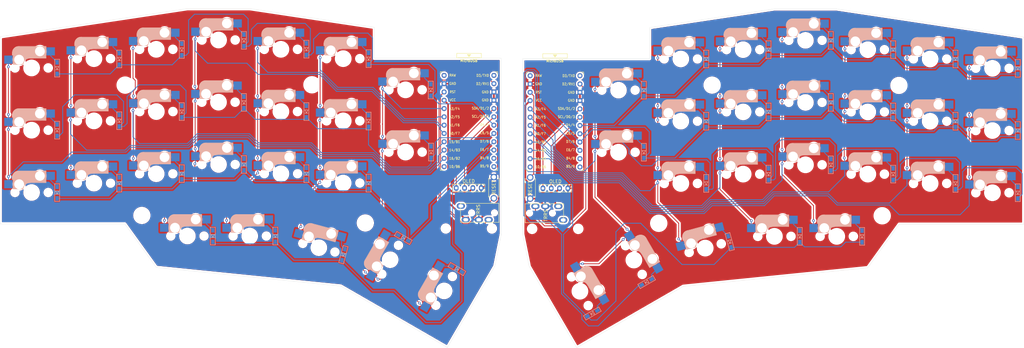
<source format=kicad_pcb>
(kicad_pcb (version 20171130) (host pcbnew "(5.1.10-1-10_14)")
  (layers (0 F.Cu signal) (31 B.Cu signal) (34 B.Paste user) (35 F.Paste user) (36 B.SilkS user) (37 F.SilkS user) (38 B.Mask user) (39 F.Mask user) (44 Edge.Cuts user))
  (net 0 "")
  (net 1 row0)
  (net 2 "Net-(D1-Pad2)")
  (net 3 "Net-(D2-Pad2)")
  (net 4 "Net-(D3-Pad2)")
  (net 5 "Net-(D4-Pad2)")
  (net 6 "Net-(D5-Pad2)")
  (net 7 "Net-(D6-Pad2)")
  (net 8 "Net-(D7-Pad2)")
  (net 9 "Net-(D8-Pad2)")
  (net 10 row1)
  (net 11 "Net-(D9-Pad2)")
  (net 12 "Net-(D10-Pad2)")
  (net 13 "Net-(D11-Pad2)")
  (net 14 "Net-(D12-Pad2)")
  (net 15 "Net-(D13-Pad2)")
  (net 16 "Net-(D14-Pad2)")
  (net 17 row2)
  (net 18 "Net-(D15-Pad2)")
  (net 19 "Net-(D16-Pad2)")
  (net 20 "Net-(D17-Pad2)")
  (net 21 "Net-(D18-Pad2)")
  (net 22 "Net-(D19-Pad2)")
  (net 23 "Net-(D20-Pad2)")
  (net 24 "Net-(D21-Pad2)")
  (net 25 "Net-(D22-Pad2)")
  (net 26 row3)
  (net 27 "Net-(D23-Pad2)")
  (net 28 "Net-(D24-Pad2)")
  (net 29 "Net-(D25-Pad2)")
  (net 30 GND)
  (net 31 VCC)
  (net 32 col4)
  (net 33 col3)
  (net 34 col5)
  (net 35 reset)
  (net 36 col0)
  (net 37 col1)
  (net 38 col2)
  (net 39 col6)
  (net 40 "Net-(U1-Pad24)")
  (net 41 data)
  (net 42 "Net-(D26-Pad2)")
  (net 43 row0_r)
  (net 44 "Net-(D27-Pad2)")
  (net 45 "Net-(D28-Pad2)")
  (net 46 "Net-(D29-Pad2)")
  (net 47 "Net-(D30-Pad2)")
  (net 48 "Net-(D31-Pad2)")
  (net 49 "Net-(D32-Pad2)")
  (net 50 "Net-(D33-Pad2)")
  (net 51 row1_r)
  (net 52 "Net-(D34-Pad2)")
  (net 53 "Net-(D35-Pad2)")
  (net 54 "Net-(D36-Pad2)")
  (net 55 "Net-(D37-Pad2)")
  (net 56 "Net-(D38-Pad2)")
  (net 57 "Net-(D39-Pad2)")
  (net 58 row2_r)
  (net 59 "Net-(D40-Pad2)")
  (net 60 "Net-(D41-Pad2)")
  (net 61 "Net-(D42-Pad2)")
  (net 62 "Net-(D43-Pad2)")
  (net 63 "Net-(D44-Pad2)")
  (net 64 "Net-(D45-Pad2)")
  (net 65 "Net-(D46-Pad2)")
  (net 66 "Net-(D47-Pad2)")
  (net 67 row3_r)
  (net 68 "Net-(D48-Pad2)")
  (net 69 "Net-(D49-Pad2)")
  (net 70 "Net-(D50-Pad2)")
  (net 71 "Net-(J1-PadA)")
  (net 72 SCL)
  (net 73 SDA)
  (net 74 data_r)
  (net 75 GNDA)
  (net 76 VDD)
  (net 77 "Net-(J3-PadA)")
  (net 78 SDA_r)
  (net 79 SCL_r)
  (net 80 reset_r)
  (net 81 col0_r)
  (net 82 col1_r)
  (net 83 col2_r)
  (net 84 col3_r)
  (net 85 col4_r)
  (net 86 col5_r)
  (net 87 col6_r)
  (net 88 "Net-(U1-Pad13)")
  (net 89 "Net-(U1-Pad12)")
  (net 90 "Net-(U1-Pad11)")
  (net 91 "Net-(U1-Pad1)")
  (net 92 "Net-(U2-Pad1)")
  (net 93 "Net-(U2-Pad11)")
  (net 94 "Net-(U2-Pad12)")
  (net 95 "Net-(U2-Pad13)")
  (net 96 "Net-(U2-Pad24)")
  (module kbd:CherryMX_Hotswap (layer F.Cu) (at 89.925 47.725)
    (fp_text reference SW11 hide)
    (fp_text value SW_PUSH hide)
    (pad "" np_thru_hole circle (at 2.54 -5.08) (size 3 3) (drill 3) (layers *.Cu *.Mask))
    (pad "" np_thru_hole circle (at -3.81 -2.54) (size 3 3) (drill 3) (layers *.Cu *.Mask))
    (pad 2 smd rect (at 5.842 -5.08 180) (size 2.55 2.5) (layers B.Cu B.Paste B.Mask) (net 13 "Net-(D11-Pad2)"))
    (pad "" np_thru_hole circle (at -5.08 0) (size 1.9 1.9) (drill 1.9) (layers *.Cu *.Mask))
    (pad "" np_thru_hole circle (at 5.08 0) (size 1.9 1.9) (drill 1.9) (layers *.Cu *.Mask))
    (pad "" np_thru_hole circle (at 0 0 90) (size 4.1 4.1) (drill 4.1) (layers *.Cu *.Mask))
    (pad 1 smd rect (at -7.085 -2.54 180) (size 2.55 2.5) (layers B.Cu B.Paste B.Mask) (net 33 col3))
  )
  (module kbd:M2_HOLE_v2 (layer B.Cu) (at 199.9 86.5 180)
    (fp_text reference Ref** hide)
    (fp_text value Val** hide)
    (pad "" np_thru_hole circle (at 0 0 180) (size 2.2 2.2) (drill 2.2) (layers *.Cu *.Mask))
  )
  (module kbd:M2_HOLE_v2 (layer B.Cu) (at 292.8 82.5 180)
    (fp_text reference Ref** hide)
    (fp_text value Val** hide)
    (pad "" np_thru_hole circle (at 0 0 180) (size 4.3 4.3) (drill 4.3) (layers *.Cu *.Mask))
  )
  (module kbd:M2_HOLE_v2 (layer B.Cu) (at 240.8 42.5 180)
    (fp_text reference Ref** hide)
    (fp_text value Val** hide)
    (pad "" np_thru_hole circle (at 0 0 180) (size 4.3 4.3) (drill 4.3) (layers *.Cu *.Mask))
  )
  (module kbd:M2_HOLE_v2 (layer B.Cu) (at 224.5 84.8 180)
    (fp_text reference Ref** hide)
    (fp_text value Val** hide)
    (pad "" np_thru_hole circle (at 0 0 180) (size 4.3 4.3) (drill 4.3) (layers *.Cu *.Mask))
  )
  (module kbd:M2_HOLE_v2 (layer B.Cu) (at 185.8 86.5 180)
    (fp_text reference Ref** hide)
    (fp_text value Val** hide)
    (pad "" np_thru_hole circle (at 0 0 180) (size 2.2 2.2) (drill 2.2) (layers *.Cu *.Mask))
  )
  (module kbd:M2_HOLE_v2 (layer B.Cu) (at 297.9 42.6 180)
    (fp_text reference Ref** hide)
    (fp_text value Val** hide)
    (pad "" np_thru_hole circle (at 0 0 180) (size 4.3 4.3) (drill 4.3) (layers *.Cu *.Mask))
  )
  (module kbd:M2_HOLE_v2 (layer F.Cu) (at 66.5 82.4)
    (fp_text reference Ref** hide)
    (fp_text value Val** hide)
    (pad "" np_thru_hole circle (at 0 0) (size 4.3 4.3) (drill 4.3) (layers *.Cu *.Mask))
  )
  (module kbd:M2_HOLE_v2 (layer F.Cu) (at 61.4 42.5)
    (fp_text reference Ref** hide)
    (fp_text value Val** hide)
    (pad "" np_thru_hole circle (at 0 0) (size 4.3 4.3) (drill 4.3) (layers *.Cu *.Mask))
  )
  (module kbd:M2_HOLE_v2 (layer F.Cu) (at 118.5 42.4)
    (fp_text reference Ref** hide)
    (fp_text value Val** hide)
    (pad "" np_thru_hole circle (at 0 0) (size 4.3 4.3) (drill 4.3) (layers *.Cu *.Mask))
  )
  (module kbd:M2_HOLE_v2 (layer F.Cu) (at 134.8 84.7)
    (fp_text reference Ref** hide)
    (fp_text value Val** hide)
    (pad "" np_thru_hole circle (at 0 0) (size 4.3 4.3) (drill 4.3) (layers *.Cu *.Mask))
  )
  (module kbd:M2_HOLE_v2 (layer F.Cu) (at 159.4 86.4)
    (fp_text reference Ref** hide)
    (fp_text value Val** hide)
    (pad "" np_thru_hole circle (at 0 0) (size 2.2 2.2) (drill 2.2) (layers *.Cu *.Mask))
  )
  (module kbd:M2_HOLE_v2 (layer F.Cu) (at 173.5 86.4)
    (fp_text reference Ref** hide)
    (fp_text value Val** hide)
    (pad "" np_thru_hole circle (at 0 0) (size 2.2 2.2) (drill 2.2) (layers *.Cu *.Mask))
  )
  (module kbd:CherryMX_Hotswap_1.5u (layer F.Cu) (at 142.4 95.95 60)
    (fp_text reference SW15 hide)
    (fp_text value SW_PUSH hide)
    (pad "" np_thru_hole circle (at 2.54 -5.08 60) (size 3 3) (drill 3) (layers *.Cu *.Mask))
    (pad "" np_thru_hole circle (at -3.81 -2.54 60) (size 3 3) (drill 3) (layers *.Cu *.Mask))
    (pad 2 smd rect (at 5.842 -5.08 240) (size 2.55 2.5) (layers B.Cu B.Paste B.Mask) (net 18 "Net-(D15-Pad2)"))
    (pad "" np_thru_hole circle (at -5.08 0 60) (size 1.9 1.9) (drill 1.9) (layers *.Cu *.Mask))
    (pad "" np_thru_hole circle (at 5.08 0 60) (size 1.9 1.9) (drill 1.9) (layers *.Cu *.Mask))
    (pad "" np_thru_hole circle (at 0 0 150) (size 4.1 4.1) (drill 4.1) (layers *.Cu *.Mask))
    (pad 1 smd rect (at -7.085 -2.54 240) (size 2.55 2.5) (layers B.Cu B.Paste B.Mask) (net 36 col0))
  )
  (module kbd:CherryMX_Hotswap_1.5u (layer F.Cu) (at 158.9 105.5 60)
    (fp_text reference SW22 hide)
    (fp_text value SW_PUSH hide)
    (pad 1 smd rect (at -7.085 -2.54 240) (size 2.55 2.5) (layers B.Cu B.Paste B.Mask) (net 36 col0))
    (pad "" np_thru_hole circle (at 0 0 150) (size 4.1 4.1) (drill 4.1) (layers *.Cu *.Mask))
    (pad "" np_thru_hole circle (at 5.08 0 60) (size 1.9 1.9) (drill 1.9) (layers *.Cu *.Mask))
    (pad "" np_thru_hole circle (at -5.08 0 60) (size 1.9 1.9) (drill 1.9) (layers *.Cu *.Mask))
    (pad 2 smd rect (at 5.842 -5.08 240) (size 2.55 2.5) (layers B.Cu B.Paste B.Mask) (net 25 "Net-(D22-Pad2)"))
    (pad "" np_thru_hole circle (at -3.81 -2.54 60) (size 3 3) (drill 3) (layers *.Cu *.Mask))
    (pad "" np_thru_hole circle (at 2.54 -5.08 60) (size 3 3) (drill 3) (layers *.Cu *.Mask))
  )
  (module kbd:D3_SMD_v2 (layer B.Cu) (at 154.8 44 90)
    (fp_text reference D1 hide)
    (fp_text value D hide)
    (pad 1 smd rect (at -1.775 0 90) (size 1.4 1) (layers B.Cu B.Paste B.Mask) (net 1 row0))
    (pad 2 smd rect (at 1.775 0 90) (size 1.4 1) (layers B.Cu B.Paste B.Mask) (net 2 "Net-(D1-Pad2)"))
  )
  (module kbd:D3_SMD_v2 (layer B.Cu) (at 135.8 34.4 90)
    (fp_text reference D2 hide)
    (fp_text value D hide)
    (pad 2 smd rect (at 1.775 0 90) (size 1.4 1) (layers B.Cu B.Paste B.Mask) (net 3 "Net-(D2-Pad2)"))
    (pad 1 smd rect (at -1.775 0 90) (size 1.4 1) (layers B.Cu B.Paste B.Mask) (net 1 row0))
  )
  (module kbd:D3_SMD_v2 (layer B.Cu) (at 116.8 31.5 90)
    (fp_text reference D3 hide)
    (fp_text value D hide)
    (pad 1 smd rect (at -1.775 0 90) (size 1.4 1) (layers B.Cu B.Paste B.Mask) (net 1 row0))
    (pad 2 smd rect (at 1.775 0 90) (size 1.4 1) (layers B.Cu B.Paste B.Mask) (net 4 "Net-(D3-Pad2)"))
  )
  (module kbd:D3_SMD_v2 (layer B.Cu) (at 97.7 28.8 90)
    (fp_text reference D4 hide)
    (fp_text value D hide)
    (pad 1 smd rect (at -1.775 0 90) (size 1.4 1) (layers B.Cu B.Paste B.Mask) (net 1 row0))
    (pad 2 smd rect (at 1.775 0 90) (size 1.4 1) (layers B.Cu B.Paste B.Mask) (net 5 "Net-(D4-Pad2)"))
  )
  (module kbd:D3_SMD_v2 (layer B.Cu) (at 78.7 31.6 90)
    (fp_text reference D5 hide)
    (fp_text value D hide)
    (pad 2 smd rect (at 1.775 0 90) (size 1.4 1) (layers B.Cu B.Paste B.Mask) (net 6 "Net-(D5-Pad2)"))
    (pad 1 smd rect (at -1.775 0 90) (size 1.4 1) (layers B.Cu B.Paste B.Mask) (net 1 row0))
  )
  (module kbd:D3_SMD_v2 (layer B.Cu) (at 59.6 34.5 90)
    (fp_text reference D6 hide)
    (fp_text value D hide)
    (pad 2 smd rect (at 1.775 0 90) (size 1.4 1) (layers B.Cu B.Paste B.Mask) (net 7 "Net-(D6-Pad2)"))
    (pad 1 smd rect (at -1.775 0 90) (size 1.4 1) (layers B.Cu B.Paste B.Mask) (net 1 row0))
  )
  (module kbd:D3_SMD_v2 (layer B.Cu) (at 40.6 37.3 90)
    (fp_text reference D7 hide)
    (fp_text value D hide)
    (pad 1 smd rect (at -1.775 0 90) (size 1.4 1) (layers B.Cu B.Paste B.Mask) (net 1 row0))
    (pad 2 smd rect (at 1.775 0 90) (size 1.4 1) (layers B.Cu B.Paste B.Mask) (net 8 "Net-(D7-Pad2)"))
  )
  (module kbd:D3_SMD_v2 (layer B.Cu) (at 154.9 63 90)
    (fp_text reference D8 hide)
    (fp_text value D hide)
    (pad 2 smd rect (at 1.775 0 90) (size 1.4 1) (layers B.Cu B.Paste B.Mask) (net 9 "Net-(D8-Pad2)"))
    (pad 1 smd rect (at -1.775 0 90) (size 1.4 1) (layers B.Cu B.Paste B.Mask) (net 10 row1))
  )
  (module kbd:D3_SMD_v2 (layer B.Cu) (at 135.8 53.5 90)
    (fp_text reference D9 hide)
    (fp_text value D hide)
    (pad 2 smd rect (at 1.775 0 90) (size 1.4 1) (layers B.Cu B.Paste B.Mask) (net 11 "Net-(D9-Pad2)"))
    (pad 1 smd rect (at -1.775 0 90) (size 1.4 1) (layers B.Cu B.Paste B.Mask) (net 10 row1))
  )
  (module kbd:D3_SMD_v2 (layer B.Cu) (at 116.8 50.6 90)
    (fp_text reference D10 hide)
    (fp_text value D hide)
    (pad 2 smd rect (at 1.775 0 90) (size 1.4 1) (layers B.Cu B.Paste B.Mask) (net 12 "Net-(D10-Pad2)"))
    (pad 1 smd rect (at -1.775 0 90) (size 1.4 1) (layers B.Cu B.Paste B.Mask) (net 10 row1))
  )
  (module kbd:D3_SMD_v2 (layer B.Cu) (at 97.7 47.8 90)
    (fp_text reference D11 hide)
    (fp_text value D hide)
    (pad 2 smd rect (at 1.775 0 90) (size 1.4 1) (layers B.Cu B.Paste B.Mask) (net 13 "Net-(D11-Pad2)"))
    (pad 1 smd rect (at -1.775 0 90) (size 1.4 1) (layers B.Cu B.Paste B.Mask) (net 10 row1))
  )
  (module kbd:D3_SMD_v2 (layer B.Cu) (at 78.7 50.6 90)
    (fp_text reference D12 hide)
    (fp_text value D hide)
    (pad 1 smd rect (at -1.775 0 90) (size 1.4 1) (layers B.Cu B.Paste B.Mask) (net 10 row1))
    (pad 2 smd rect (at 1.775 0 90) (size 1.4 1) (layers B.Cu B.Paste B.Mask) (net 14 "Net-(D12-Pad2)"))
  )
  (module kbd:D3_SMD_v2 (layer B.Cu) (at 59.6 53.4 90)
    (fp_text reference D13 hide)
    (fp_text value D hide)
    (pad 1 smd rect (at -1.775 0 90) (size 1.4 1) (layers B.Cu B.Paste B.Mask) (net 10 row1))
    (pad 2 smd rect (at 1.775 0 90) (size 1.4 1) (layers B.Cu B.Paste B.Mask) (net 15 "Net-(D13-Pad2)"))
  )
  (module kbd:D3_SMD_v2 (layer B.Cu) (at 40.6 56.3 90)
    (fp_text reference D14 hide)
    (fp_text value D hide)
    (pad 2 smd rect (at 1.775 0 90) (size 1.4 1) (layers B.Cu B.Paste B.Mask) (net 16 "Net-(D14-Pad2)"))
    (pad 1 smd rect (at -1.775 0 90) (size 1.4 1) (layers B.Cu B.Paste B.Mask) (net 10 row1))
  )
  (module kbd:D3_SMD_v2 (layer B.Cu) (at 146.4 89.3 150)
    (fp_text reference D15 hide)
    (fp_text value D hide)
    (pad 1 smd rect (at -1.775 0 150) (size 1.4 1) (layers B.Cu B.Paste B.Mask) (net 17 row2))
    (pad 2 smd rect (at 1.775 0 150) (size 1.4 1) (layers B.Cu B.Paste B.Mask) (net 18 "Net-(D15-Pad2)"))
  )
  (module kbd:D3_SMD_v2 (layer B.Cu) (at 135.8 72.5 90)
    (fp_text reference D16 hide)
    (fp_text value D hide)
    (pad 1 smd rect (at -1.775 0 90) (size 1.4 1) (layers B.Cu B.Paste B.Mask) (net 17 row2))
    (pad 2 smd rect (at 1.775 0 90) (size 1.4 1) (layers B.Cu B.Paste B.Mask) (net 19 "Net-(D16-Pad2)"))
  )
  (module kbd:D3_SMD_v2 (layer B.Cu) (at 116.8 69.6 90)
    (fp_text reference D17 hide)
    (fp_text value D hide)
    (pad 1 smd rect (at -1.775 0 90) (size 1.4 1) (layers B.Cu B.Paste B.Mask) (net 17 row2))
    (pad 2 smd rect (at 1.775 0 90) (size 1.4 1) (layers B.Cu B.Paste B.Mask) (net 20 "Net-(D17-Pad2)"))
  )
  (module kbd:D3_SMD_v2 (layer B.Cu) (at 97.7 66.8 90)
    (fp_text reference D18 hide)
    (fp_text value D hide)
    (pad 1 smd rect (at -1.775 0 90) (size 1.4 1) (layers B.Cu B.Paste B.Mask) (net 17 row2))
    (pad 2 smd rect (at 1.775 0 90) (size 1.4 1) (layers B.Cu B.Paste B.Mask) (net 21 "Net-(D18-Pad2)"))
  )
  (module kbd:D3_SMD_v2 (layer B.Cu) (at 78.7 69.6 90)
    (fp_text reference D19 hide)
    (fp_text value D hide)
    (pad 2 smd rect (at 1.775 0 90) (size 1.4 1) (layers B.Cu B.Paste B.Mask) (net 22 "Net-(D19-Pad2)"))
    (pad 1 smd rect (at -1.775 0 90) (size 1.4 1) (layers B.Cu B.Paste B.Mask) (net 17 row2))
  )
  (module kbd:D3_SMD_v2 (layer B.Cu) (at 59.6 72.5 90)
    (fp_text reference D20 hide)
    (fp_text value D hide)
    (pad 2 smd rect (at 1.775 0 90) (size 1.4 1) (layers B.Cu B.Paste B.Mask) (net 23 "Net-(D20-Pad2)"))
    (pad 1 smd rect (at -1.775 0 90) (size 1.4 1) (layers B.Cu B.Paste B.Mask) (net 17 row2))
  )
  (module kbd:D3_SMD_v2 (layer B.Cu) (at 40.6 75.4 90)
    (fp_text reference D21 hide)
    (fp_text value D hide)
    (pad 1 smd rect (at -1.775 0 90) (size 1.4 1) (layers B.Cu B.Paste B.Mask) (net 17 row2))
    (pad 2 smd rect (at 1.775 0 90) (size 1.4 1) (layers B.Cu B.Paste B.Mask) (net 24 "Net-(D21-Pad2)"))
  )
  (module kbd:D3_SMD_v2 (layer B.Cu) (at 162.8 98.8 150)
    (fp_text reference D22 hide)
    (fp_text value D hide)
    (pad 2 smd rect (at 1.775 0 150) (size 1.4 1) (layers B.Cu B.Paste B.Mask) (net 25 "Net-(D22-Pad2)"))
    (pad 1 smd rect (at -1.775 0 150) (size 1.4 1) (layers B.Cu B.Paste B.Mask) (net 26 row3))
  )
  (module kbd:D3_SMD_v2 (layer B.Cu) (at 128.1 94.4 75)
    (fp_text reference D23 hide)
    (fp_text value D hide)
    (pad 2 smd rect (at 1.775 0 75) (size 1.4 1) (layers B.Cu B.Paste B.Mask) (net 27 "Net-(D23-Pad2)"))
    (pad 1 smd rect (at -1.775 0 75) (size 1.4 1) (layers B.Cu B.Paste B.Mask) (net 26 row3))
  )
  (module kbd:D3_SMD_v2 (layer B.Cu) (at 107.3 88.7 90)
    (fp_text reference D24 hide)
    (fp_text value D hide)
    (pad 2 smd rect (at 1.775 0 90) (size 1.4 1) (layers B.Cu B.Paste B.Mask) (net 28 "Net-(D24-Pad2)"))
    (pad 1 smd rect (at -1.775 0 90) (size 1.4 1) (layers B.Cu B.Paste B.Mask) (net 26 row3))
  )
  (module kbd:D3_SMD_v2 (layer B.Cu) (at 88.2 88.7 90)
    (fp_text reference D25 hide)
    (fp_text value D hide)
    (pad 2 smd rect (at 1.775 0 90) (size 1.4 1) (layers B.Cu B.Paste B.Mask) (net 29 "Net-(D25-Pad2)"))
    (pad 1 smd rect (at -1.775 0 90) (size 1.4 1) (layers B.Cu B.Paste B.Mask) (net 26 row3))
  )
  (module kbd:D3_SMD_v2 (layer B.Cu) (at 219.95 44.05 90)
    (fp_text reference D26 hide)
    (fp_text value D hide)
    (pad 2 smd rect (at 1.775 0 90) (size 1.4 1) (layers B.Cu B.Paste B.Mask) (net 42 "Net-(D26-Pad2)"))
    (pad 1 smd rect (at -1.775 0 90) (size 1.4 1) (layers B.Cu B.Paste B.Mask) (net 43 row0_r))
  )
  (module kbd:D3_SMD_v2 (layer B.Cu) (at 239 34.5 90)
    (fp_text reference D27 hide)
    (fp_text value D hide)
    (pad 1 smd rect (at -1.775 0 90) (size 1.4 1) (layers B.Cu B.Paste B.Mask) (net 43 row0_r))
    (pad 2 smd rect (at 1.775 0 90) (size 1.4 1) (layers B.Cu B.Paste B.Mask) (net 44 "Net-(D27-Pad2)"))
  )
  (module kbd:D3_SMD_v2 (layer B.Cu) (at 258.05 31.65 90)
    (fp_text reference D28 hide)
    (fp_text value D hide)
    (pad 1 smd rect (at -1.775 0 90) (size 1.4 1) (layers B.Cu B.Paste B.Mask) (net 43 row0_r))
    (pad 2 smd rect (at 1.775 0 90) (size 1.4 1) (layers B.Cu B.Paste B.Mask) (net 45 "Net-(D28-Pad2)"))
  )
  (module kbd:D3_SMD_v2 (layer B.Cu) (at 277.1 28.8 90)
    (fp_text reference D29 hide)
    (fp_text value D hide)
    (pad 1 smd rect (at -1.775 0 90) (size 1.4 1) (layers B.Cu B.Paste B.Mask) (net 43 row0_r))
    (pad 2 smd rect (at 1.775 0 90) (size 1.4 1) (layers B.Cu B.Paste B.Mask) (net 46 "Net-(D29-Pad2)"))
  )
  (module kbd:D3_SMD_v2 (layer B.Cu) (at 296.15 31.65 90)
    (fp_text reference D30 hide)
    (fp_text value D hide)
    (pad 1 smd rect (at -1.775 0 90) (size 1.4 1) (layers B.Cu B.Paste B.Mask) (net 43 row0_r))
    (pad 2 smd rect (at 1.775 0 90) (size 1.4 1) (layers B.Cu B.Paste B.Mask) (net 47 "Net-(D30-Pad2)"))
  )
  (module kbd:D3_SMD_v2 (layer B.Cu) (at 315.2 34.5 90)
    (fp_text reference D31 hide)
    (fp_text value D hide)
    (pad 2 smd rect (at 1.775 0 90) (size 1.4 1) (layers B.Cu B.Paste B.Mask) (net 48 "Net-(D31-Pad2)"))
    (pad 1 smd rect (at -1.775 0 90) (size 1.4 1) (layers B.Cu B.Paste B.Mask) (net 43 row0_r))
  )
  (module kbd:D3_SMD_v2 (layer B.Cu) (at 334.25 37.35 90)
    (fp_text reference D32 hide)
    (fp_text value D hide)
    (pad 1 smd rect (at -1.775 0 90) (size 1.4 1) (layers B.Cu B.Paste B.Mask) (net 43 row0_r))
    (pad 2 smd rect (at 1.775 0 90) (size 1.4 1) (layers B.Cu B.Paste B.Mask) (net 49 "Net-(D32-Pad2)"))
  )
  (module kbd:D3_SMD_v2 (layer B.Cu) (at 219.95 63.05 90)
    (fp_text reference D33 hide)
    (fp_text value D hide)
    (pad 2 smd rect (at 1.775 0 90) (size 1.4 1) (layers B.Cu B.Paste B.Mask) (net 50 "Net-(D33-Pad2)"))
    (pad 1 smd rect (at -1.775 0 90) (size 1.4 1) (layers B.Cu B.Paste B.Mask) (net 51 row1_r))
  )
  (module kbd:D3_SMD_v2 (layer B.Cu) (at 239 53.55 90)
    (fp_text reference D34 hide)
    (fp_text value D hide)
    (pad 2 smd rect (at 1.775 0 90) (size 1.4 1) (layers B.Cu B.Paste B.Mask) (net 52 "Net-(D34-Pad2)"))
    (pad 1 smd rect (at -1.775 0 90) (size 1.4 1) (layers B.Cu B.Paste B.Mask) (net 51 row1_r))
  )
  (module kbd:D3_SMD_v2 (layer B.Cu) (at 258.05 50.7 90)
    (fp_text reference D35 hide)
    (fp_text value D hide)
    (pad 2 smd rect (at 1.775 0 90) (size 1.4 1) (layers B.Cu B.Paste B.Mask) (net 53 "Net-(D35-Pad2)"))
    (pad 1 smd rect (at -1.775 0 90) (size 1.4 1) (layers B.Cu B.Paste B.Mask) (net 51 row1_r))
  )
  (module kbd:D3_SMD_v2 (layer B.Cu) (at 277.1 47.8 90)
    (fp_text reference D36 hide)
    (fp_text value D hide)
    (pad 1 smd rect (at -1.775 0 90) (size 1.4 1) (layers B.Cu B.Paste B.Mask) (net 51 row1_r))
    (pad 2 smd rect (at 1.775 0 90) (size 1.4 1) (layers B.Cu B.Paste B.Mask) (net 54 "Net-(D36-Pad2)"))
  )
  (module kbd:D3_SMD_v2 (layer B.Cu) (at 296.15 50.7 90)
    (fp_text reference D37 hide)
    (fp_text value D hide)
    (pad 1 smd rect (at -1.775 0 90) (size 1.4 1) (layers B.Cu B.Paste B.Mask) (net 51 row1_r))
    (pad 2 smd rect (at 1.775 0 90) (size 1.4 1) (layers B.Cu B.Paste B.Mask) (net 55 "Net-(D37-Pad2)"))
  )
  (module kbd:D3_SMD_v2 (layer B.Cu) (at 315.2 53.55 90)
    (fp_text reference D38 hide)
    (fp_text value D hide)
    (pad 2 smd rect (at 1.775 0 90) (size 1.4 1) (layers B.Cu B.Paste B.Mask) (net 56 "Net-(D38-Pad2)"))
    (pad 1 smd rect (at -1.775 0 90) (size 1.4 1) (layers B.Cu B.Paste B.Mask) (net 51 row1_r))
  )
  (module kbd:D3_SMD_v2 (layer B.Cu) (at 334.25 56.4 90)
    (fp_text reference D39 hide)
    (fp_text value D hide)
    (pad 2 smd rect (at 1.775 0 90) (size 1.4 1) (layers B.Cu B.Paste B.Mask) (net 57 "Net-(D39-Pad2)"))
    (pad 1 smd rect (at -1.775 0 90) (size 1.4 1) (layers B.Cu B.Paste B.Mask) (net 51 row1_r))
  )
  (module kbd:D3_SMD_v2 (layer B.Cu) (at 220.8 102.8 30)
    (fp_text reference D40 hide)
    (fp_text value D hide)
    (pad 1 smd rect (at -1.775 0 30) (size 1.4 1) (layers B.Cu B.Paste B.Mask) (net 58 row2_r))
    (pad 2 smd rect (at 1.775 0 30) (size 1.4 1) (layers B.Cu B.Paste B.Mask) (net 59 "Net-(D40-Pad2)"))
  )
  (module kbd:D3_SMD_v2 (layer B.Cu) (at 239 72.6 90)
    (fp_text reference D41 hide)
    (fp_text value D hide)
    (pad 1 smd rect (at -1.775 0 90) (size 1.4 1) (layers B.Cu B.Paste B.Mask) (net 58 row2_r))
    (pad 2 smd rect (at 1.775 0 90) (size 1.4 1) (layers B.Cu B.Paste B.Mask) (net 60 "Net-(D41-Pad2)"))
  )
  (module kbd:D3_SMD_v2 (layer B.Cu) (at 258.05 69.75 90)
    (fp_text reference D42 hide)
    (fp_text value D hide)
    (pad 1 smd rect (at -1.775 0 90) (size 1.4 1) (layers B.Cu B.Paste B.Mask) (net 58 row2_r))
    (pad 2 smd rect (at 1.775 0 90) (size 1.4 1) (layers B.Cu B.Paste B.Mask) (net 61 "Net-(D42-Pad2)"))
  )
  (module kbd:D3_SMD_v2 (layer B.Cu) (at 277.1 66.9 90)
    (fp_text reference D43 hide)
    (fp_text value D hide)
    (pad 2 smd rect (at 1.775 0 90) (size 1.4 1) (layers B.Cu B.Paste B.Mask) (net 62 "Net-(D43-Pad2)"))
    (pad 1 smd rect (at -1.775 0 90) (size 1.4 1) (layers B.Cu B.Paste B.Mask) (net 58 row2_r))
  )
  (module kbd:D3_SMD_v2 (layer B.Cu) (at 296.15 69.75 90)
    (fp_text reference D44 hide)
    (fp_text value D hide)
    (pad 1 smd rect (at -1.775 0 90) (size 1.4 1) (layers B.Cu B.Paste B.Mask) (net 58 row2_r))
    (pad 2 smd rect (at 1.775 0 90) (size 1.4 1) (layers B.Cu B.Paste B.Mask) (net 63 "Net-(D44-Pad2)"))
  )
  (module kbd:D3_SMD_v2 (layer B.Cu) (at 315.2 72.6 90)
    (fp_text reference D45 hide)
    (fp_text value D hide)
    (pad 1 smd rect (at -1.775 0 90) (size 1.4 1) (layers B.Cu B.Paste B.Mask) (net 58 row2_r))
    (pad 2 smd rect (at 1.775 0 90) (size 1.4 1) (layers B.Cu B.Paste B.Mask) (net 64 "Net-(D45-Pad2)"))
  )
  (module kbd:D3_SMD_v2 (layer B.Cu) (at 334.25 75.45 90)
    (fp_text reference D46 hide)
    (fp_text value D hide)
    (pad 1 smd rect (at -1.775 0 90) (size 1.4 1) (layers B.Cu B.Paste B.Mask) (net 58 row2_r))
    (pad 2 smd rect (at 1.775 0 90) (size 1.4 1) (layers B.Cu B.Paste B.Mask) (net 65 "Net-(D46-Pad2)"))
  )
  (module kbd:D3_SMD_v2 (layer B.Cu) (at 204.2 112.4 30)
    (fp_text reference D47 hide)
    (fp_text value D hide)
    (pad 2 smd rect (at 1.775 0 30) (size 1.4 1) (layers B.Cu B.Paste B.Mask) (net 66 "Net-(D47-Pad2)"))
    (pad 1 smd rect (at -1.775 0 30) (size 1.4 1) (layers B.Cu B.Paste B.Mask) (net 67 row3_r))
  )
  (module kbd:D3_SMD_v2 (layer B.Cu) (at 246.2 90.45 105)
    (fp_text reference D48 hide)
    (fp_text value D hide)
    (pad 2 smd rect (at 1.775 0 105) (size 1.4 1) (layers B.Cu B.Paste B.Mask) (net 68 "Net-(D48-Pad2)"))
    (pad 1 smd rect (at -1.775 0 105) (size 1.4 1) (layers B.Cu B.Paste B.Mask) (net 67 row3_r))
  )
  (module kbd:D3_SMD_v2 (layer B.Cu) (at 267.6 88.8 90)
    (fp_text reference D49 hide)
    (fp_text value D hide)
    (pad 2 smd rect (at 1.775 0 90) (size 1.4 1) (layers B.Cu B.Paste B.Mask) (net 69 "Net-(D49-Pad2)"))
    (pad 1 smd rect (at -1.775 0 90) (size 1.4 1) (layers B.Cu B.Paste B.Mask) (net 67 row3_r))
  )
  (module kbd:D3_SMD_v2 (layer B.Cu) (at 286.65 88.8 90)
    (fp_text reference D50 hide)
    (fp_text value D hide)
    (pad 1 smd rect (at -1.775 0 90) (size 1.4 1) (layers B.Cu B.Paste B.Mask) (net 67 row3_r))
    (pad 2 smd rect (at 1.775 0 90) (size 1.4 1) (layers B.Cu B.Paste B.Mask) (net 70 "Net-(D50-Pad2)"))
  )
  (module kbd:MJ-4PP-9_1side (layer F.Cu) (at 175.8 81.6 270)
    (fp_text reference J1)
    (fp_text value MJ-4PP-9 hide)
    (fp_text user TRRS (at -0.75 6.45 90) (layer F.SilkS))
    (pad A thru_hole oval (at -2.1 11.8 270) (size 1.7 2.5) (drill oval 1 1.5) (layers *.Cu B.Mask) (net 71 "Net-(J1-PadA)") (clearance 0.15))
    (pad D thru_hole oval (at 2.1 10.3 270) (size 1.7 2.5) (drill oval 1 1.5) (layers *.Cu B.Mask) (net 31 VCC) (clearance 0.15))
    (pad C thru_hole oval (at 2.1 6.3 270) (size 1.7 2.5) (drill oval 1 1.5) (layers *.Cu B.Mask) (net 30 GND))
    (pad B thru_hole oval (at 2.1 3.3 270) (size 1.7 2.5) (drill oval 1 1.5) (layers *.Cu B.Mask) (net 41 data))
    (pad "" np_thru_hole circle (at 0 8.5 270) (size 1.2 1.2) (drill 1.2) (layers *.Cu *.Mask))
    (pad "" np_thru_hole circle (at 0 1.5 270) (size 1.2 1.2) (drill 1.2) (layers *.Cu *.Mask))
  )
  (module kbd:OLED_1side (layer F.Cu) (at 162.6 74)
    (fp_text reference J2)
    (fp_text value OLED hide)
    (fp_text user OLED (at 3.8 -2.1) (layer F.SilkS))
    (pad 4 thru_hole oval (at 7.62 0) (size 1.397 1.778) (drill 0.8128) (layers *.Cu B.Mask) (net 30 GND))
    (pad 3 thru_hole oval (at 5.08 0) (size 1.397 1.778) (drill 0.8128) (layers *.Cu B.Mask) (net 31 VCC))
    (pad 2 thru_hole oval (at 2.54 0) (size 1.397 1.778) (drill 0.8128) (layers *.Cu B.Mask) (net 72 SCL))
    (pad 1 thru_hole oval (at 0 0) (size 1.397 1.778) (drill 0.8128) (layers *.Cu B.Mask) (net 73 SDA))
  )
  (module kbd:MJ-4PP-9_1side (layer F.Cu) (at 183.5 81.7 90)
    (fp_text reference J3)
    (fp_text value MJ-4PP-9 hide)
    (fp_text user TRRS (at -0.75 6.45 90) (layer F.SilkS))
    (pad "" np_thru_hole circle (at 0 1.5 90) (size 1.2 1.2) (drill 1.2) (layers *.Cu *.Mask))
    (pad "" np_thru_hole circle (at 0 8.5 90) (size 1.2 1.2) (drill 1.2) (layers *.Cu *.Mask))
    (pad B thru_hole oval (at 2.1 3.3 90) (size 1.7 2.5) (drill oval 1 1.5) (layers *.Cu B.Mask) (net 74 data_r))
    (pad C thru_hole oval (at 2.1 6.3 90) (size 1.7 2.5) (drill oval 1 1.5) (layers *.Cu B.Mask) (net 75 GNDA))
    (pad D thru_hole oval (at 2.1 10.3 90) (size 1.7 2.5) (drill oval 1 1.5) (layers *.Cu B.Mask) (net 76 VDD) (clearance 0.15))
    (pad A thru_hole oval (at -2.1 11.8 90) (size 1.7 2.5) (drill oval 1 1.5) (layers *.Cu B.Mask) (net 77 "Net-(J3-PadA)") (clearance 0.15))
  )
  (module kbd:OLED_1side (layer F.Cu) (at 189.1 74.1)
    (fp_text reference J4)
    (fp_text value OLED hide)
    (fp_text user OLED (at 3.8 -2.1) (layer F.SilkS))
    (pad 1 thru_hole oval (at 0 0) (size 1.397 1.778) (drill 0.8128) (layers *.Cu B.Mask) (net 78 SDA_r))
    (pad 2 thru_hole oval (at 2.54 0) (size 1.397 1.778) (drill 0.8128) (layers *.Cu B.Mask) (net 79 SCL_r))
    (pad 3 thru_hole oval (at 5.08 0) (size 1.397 1.778) (drill 0.8128) (layers *.Cu B.Mask) (net 76 VDD))
    (pad 4 thru_hole oval (at 7.62 0) (size 1.397 1.778) (drill 0.8128) (layers *.Cu B.Mask) (net 75 GNDA))
  )
  (module kbd:ResetSW_1side (layer F.Cu) (at 174.1 73.9 270)
    (fp_text reference RSW1 hide)
    (fp_text value SW_RST)
    (fp_text user RESET (at 0 0 90) (layer F.SilkS))
    (pad 2 thru_hole circle (at -3.25 0 270) (size 2 2) (drill 1.3) (layers *.Cu B.Mask) (net 30 GND))
    (pad 1 thru_hole circle (at 3.25 0 270) (size 2 2) (drill 1.3) (layers *.Cu B.Mask) (net 35 reset))
  )
  (module kbd:ResetSW_1side (layer F.Cu) (at 185.2 74 90)
    (fp_text reference RSW2 hide)
    (fp_text value SW_RST)
    (fp_text user RESET (at 0 0 90) (layer F.SilkS))
    (pad 1 thru_hole circle (at 3.25 0 90) (size 2 2) (drill 1.3) (layers *.Cu B.Mask) (net 80 reset_r))
    (pad 2 thru_hole circle (at -3.25 0 90) (size 2 2) (drill 1.3) (layers *.Cu B.Mask) (net 75 GNDA))
  )
  (module kbd:CherryMX_Hotswap (layer F.Cu) (at 147.1 43.95)
    (fp_text reference SW1 hide)
    (fp_text value SW_PUSH hide)
    (pad "" np_thru_hole circle (at 2.54 -5.08) (size 3 3) (drill 3) (layers *.Cu *.Mask))
    (pad "" np_thru_hole circle (at -3.81 -2.54) (size 3 3) (drill 3) (layers *.Cu *.Mask))
    (pad 2 smd rect (at 5.842 -5.08 180) (size 2.55 2.5) (layers B.Cu B.Paste B.Mask) (net 2 "Net-(D1-Pad2)"))
    (pad "" np_thru_hole circle (at -5.08 0) (size 1.9 1.9) (drill 1.9) (layers *.Cu *.Mask))
    (pad "" np_thru_hole circle (at 5.08 0) (size 1.9 1.9) (drill 1.9) (layers *.Cu *.Mask))
    (pad "" np_thru_hole circle (at 0 0 90) (size 4.1 4.1) (drill 4.1) (layers *.Cu *.Mask))
    (pad 1 smd rect (at -7.085 -2.54 180) (size 2.55 2.5) (layers B.Cu B.Paste B.Mask) (net 36 col0))
  )
  (module kbd:CherryMX_Hotswap (layer F.Cu) (at 128.05 34.4)
    (fp_text reference SW2 hide)
    (fp_text value SW_PUSH hide)
    (pad "" np_thru_hole circle (at 2.54 -5.08) (size 3 3) (drill 3) (layers *.Cu *.Mask))
    (pad "" np_thru_hole circle (at -3.81 -2.54) (size 3 3) (drill 3) (layers *.Cu *.Mask))
    (pad 2 smd rect (at 5.842 -5.08 180) (size 2.55 2.5) (layers B.Cu B.Paste B.Mask) (net 3 "Net-(D2-Pad2)"))
    (pad "" np_thru_hole circle (at -5.08 0) (size 1.9 1.9) (drill 1.9) (layers *.Cu *.Mask))
    (pad "" np_thru_hole circle (at 5.08 0) (size 1.9 1.9) (drill 1.9) (layers *.Cu *.Mask))
    (pad "" np_thru_hole circle (at 0 0 90) (size 4.1 4.1) (drill 4.1) (layers *.Cu *.Mask))
    (pad 1 smd rect (at -7.085 -2.54 180) (size 2.55 2.5) (layers B.Cu B.Paste B.Mask) (net 37 col1))
  )
  (module kbd:CherryMX_Hotswap (layer F.Cu) (at 109 31.55)
    (fp_text reference SW3 hide)
    (fp_text value SW_PUSH hide)
    (pad 1 smd rect (at -7.085 -2.54 180) (size 2.55 2.5) (layers B.Cu B.Paste B.Mask) (net 38 col2))
    (pad "" np_thru_hole circle (at 0 0 90) (size 4.1 4.1) (drill 4.1) (layers *.Cu *.Mask))
    (pad "" np_thru_hole circle (at 5.08 0) (size 1.9 1.9) (drill 1.9) (layers *.Cu *.Mask))
    (pad "" np_thru_hole circle (at -5.08 0) (size 1.9 1.9) (drill 1.9) (layers *.Cu *.Mask))
    (pad 2 smd rect (at 5.842 -5.08 180) (size 2.55 2.5) (layers B.Cu B.Paste B.Mask) (net 4 "Net-(D3-Pad2)"))
    (pad "" np_thru_hole circle (at -3.81 -2.54) (size 3 3) (drill 3) (layers *.Cu *.Mask))
    (pad "" np_thru_hole circle (at 2.54 -5.08) (size 3 3) (drill 3) (layers *.Cu *.Mask))
  )
  (module kbd:CherryMX_Hotswap (layer F.Cu) (at 89.95 28.7)
    (fp_text reference SW4 hide)
    (fp_text value SW_PUSH hide)
    (pad 1 smd rect (at -7.085 -2.54 180) (size 2.55 2.5) (layers B.Cu B.Paste B.Mask) (net 33 col3))
    (pad "" np_thru_hole circle (at 0 0 90) (size 4.1 4.1) (drill 4.1) (layers *.Cu *.Mask))
    (pad "" np_thru_hole circle (at 5.08 0) (size 1.9 1.9) (drill 1.9) (layers *.Cu *.Mask))
    (pad "" np_thru_hole circle (at -5.08 0) (size 1.9 1.9) (drill 1.9) (layers *.Cu *.Mask))
    (pad 2 smd rect (at 5.842 -5.08 180) (size 2.55 2.5) (layers B.Cu B.Paste B.Mask) (net 5 "Net-(D4-Pad2)"))
    (pad "" np_thru_hole circle (at -3.81 -2.54) (size 3 3) (drill 3) (layers *.Cu *.Mask))
    (pad "" np_thru_hole circle (at 2.54 -5.08) (size 3 3) (drill 3) (layers *.Cu *.Mask))
  )
  (module kbd:CherryMX_Hotswap (layer F.Cu) (at 70.9 31.55)
    (fp_text reference SW5 hide)
    (fp_text value SW_PUSH hide)
    (pad "" np_thru_hole circle (at 2.54 -5.08) (size 3 3) (drill 3) (layers *.Cu *.Mask))
    (pad "" np_thru_hole circle (at -3.81 -2.54) (size 3 3) (drill 3) (layers *.Cu *.Mask))
    (pad 2 smd rect (at 5.842 -5.08 180) (size 2.55 2.5) (layers B.Cu B.Paste B.Mask) (net 6 "Net-(D5-Pad2)"))
    (pad "" np_thru_hole circle (at -5.08 0) (size 1.9 1.9) (drill 1.9) (layers *.Cu *.Mask))
    (pad "" np_thru_hole circle (at 5.08 0) (size 1.9 1.9) (drill 1.9) (layers *.Cu *.Mask))
    (pad "" np_thru_hole circle (at 0 0 90) (size 4.1 4.1) (drill 4.1) (layers *.Cu *.Mask))
    (pad 1 smd rect (at -7.085 -2.54 180) (size 2.55 2.5) (layers B.Cu B.Paste B.Mask) (net 32 col4))
  )
  (module kbd:CherryMX_Hotswap (layer F.Cu) (at 51.85 34.4)
    (fp_text reference SW6 hide)
    (fp_text value SW_PUSH hide)
    (pad "" np_thru_hole circle (at 2.54 -5.08) (size 3 3) (drill 3) (layers *.Cu *.Mask))
    (pad "" np_thru_hole circle (at -3.81 -2.54) (size 3 3) (drill 3) (layers *.Cu *.Mask))
    (pad 2 smd rect (at 5.842 -5.08 180) (size 2.55 2.5) (layers B.Cu B.Paste B.Mask) (net 7 "Net-(D6-Pad2)"))
    (pad "" np_thru_hole circle (at -5.08 0) (size 1.9 1.9) (drill 1.9) (layers *.Cu *.Mask))
    (pad "" np_thru_hole circle (at 5.08 0) (size 1.9 1.9) (drill 1.9) (layers *.Cu *.Mask))
    (pad "" np_thru_hole circle (at 0 0 90) (size 4.1 4.1) (drill 4.1) (layers *.Cu *.Mask))
    (pad 1 smd rect (at -7.085 -2.54 180) (size 2.55 2.5) (layers B.Cu B.Paste B.Mask) (net 34 col5))
  )
  (module kbd:CherryMX_Hotswap (layer F.Cu) (at 32.8 37.25)
    (fp_text reference SW7 hide)
    (fp_text value SW_PUSH hide)
    (pad "" np_thru_hole circle (at 2.54 -5.08) (size 3 3) (drill 3) (layers *.Cu *.Mask))
    (pad "" np_thru_hole circle (at -3.81 -2.54) (size 3 3) (drill 3) (layers *.Cu *.Mask))
    (pad 2 smd rect (at 5.842 -5.08 180) (size 2.55 2.5) (layers B.Cu B.Paste B.Mask) (net 8 "Net-(D7-Pad2)"))
    (pad "" np_thru_hole circle (at -5.08 0) (size 1.9 1.9) (drill 1.9) (layers *.Cu *.Mask))
    (pad "" np_thru_hole circle (at 5.08 0) (size 1.9 1.9) (drill 1.9) (layers *.Cu *.Mask))
    (pad "" np_thru_hole circle (at 0 0 90) (size 4.1 4.1) (drill 4.1) (layers *.Cu *.Mask))
    (pad 1 smd rect (at -7.085 -2.54 180) (size 2.55 2.5) (layers B.Cu B.Paste B.Mask) (net 39 col6))
  )
  (module kbd:CherryMX_Hotswap (layer F.Cu) (at 147.1 63)
    (fp_text reference SW8 hide)
    (fp_text value SW_PUSH hide)
    (pad 1 smd rect (at -7.085 -2.54 180) (size 2.55 2.5) (layers B.Cu B.Paste B.Mask) (net 36 col0))
    (pad "" np_thru_hole circle (at 0 0 90) (size 4.1 4.1) (drill 4.1) (layers *.Cu *.Mask))
    (pad "" np_thru_hole circle (at 5.08 0) (size 1.9 1.9) (drill 1.9) (layers *.Cu *.Mask))
    (pad "" np_thru_hole circle (at -5.08 0) (size 1.9 1.9) (drill 1.9) (layers *.Cu *.Mask))
    (pad 2 smd rect (at 5.842 -5.08 180) (size 2.55 2.5) (layers B.Cu B.Paste B.Mask) (net 9 "Net-(D8-Pad2)"))
    (pad "" np_thru_hole circle (at -3.81 -2.54) (size 3 3) (drill 3) (layers *.Cu *.Mask))
    (pad "" np_thru_hole circle (at 2.54 -5.08) (size 3 3) (drill 3) (layers *.Cu *.Mask))
  )
  (module kbd:CherryMX_Hotswap (layer F.Cu) (at 128.05 53.45)
    (fp_text reference SW9 hide)
    (fp_text value SW_PUSH hide)
    (pad "" np_thru_hole circle (at 2.54 -5.08) (size 3 3) (drill 3) (layers *.Cu *.Mask))
    (pad "" np_thru_hole circle (at -3.81 -2.54) (size 3 3) (drill 3) (layers *.Cu *.Mask))
    (pad 2 smd rect (at 5.842 -5.08 180) (size 2.55 2.5) (layers B.Cu B.Paste B.Mask) (net 11 "Net-(D9-Pad2)"))
    (pad "" np_thru_hole circle (at -5.08 0) (size 1.9 1.9) (drill 1.9) (layers *.Cu *.Mask))
    (pad "" np_thru_hole circle (at 5.08 0) (size 1.9 1.9) (drill 1.9) (layers *.Cu *.Mask))
    (pad "" np_thru_hole circle (at 0 0 90) (size 4.1 4.1) (drill 4.1) (layers *.Cu *.Mask))
    (pad 1 smd rect (at -7.085 -2.54 180) (size 2.55 2.5) (layers B.Cu B.Paste B.Mask) (net 37 col1))
  )
  (module kbd:CherryMX_Hotswap (layer F.Cu) (at 109 50.6)
    (fp_text reference SW10 hide)
    (fp_text value SW_PUSH hide)
    (pad "" np_thru_hole circle (at 2.54 -5.08) (size 3 3) (drill 3) (layers *.Cu *.Mask))
    (pad "" np_thru_hole circle (at -3.81 -2.54) (size 3 3) (drill 3) (layers *.Cu *.Mask))
    (pad 2 smd rect (at 5.842 -5.08 180) (size 2.55 2.5) (layers B.Cu B.Paste B.Mask) (net 12 "Net-(D10-Pad2)"))
    (pad "" np_thru_hole circle (at -5.08 0) (size 1.9 1.9) (drill 1.9) (layers *.Cu *.Mask))
    (pad "" np_thru_hole circle (at 5.08 0) (size 1.9 1.9) (drill 1.9) (layers *.Cu *.Mask))
    (pad "" np_thru_hole circle (at 0 0 90) (size 4.1 4.1) (drill 4.1) (layers *.Cu *.Mask))
    (pad 1 smd rect (at -7.085 -2.54 180) (size 2.55 2.5) (layers B.Cu B.Paste B.Mask) (net 38 col2))
  )
  (module kbd:CherryMX_Hotswap (layer F.Cu) (at 70.925 50.6)
    (fp_text reference SW12 hide)
    (fp_text value SW_PUSH hide)
    (pad "" np_thru_hole circle (at 2.54 -5.08) (size 3 3) (drill 3) (layers *.Cu *.Mask))
    (pad "" np_thru_hole circle (at -3.81 -2.54) (size 3 3) (drill 3) (layers *.Cu *.Mask))
    (pad 2 smd rect (at 5.842 -5.08 180) (size 2.55 2.5) (layers B.Cu B.Paste B.Mask) (net 14 "Net-(D12-Pad2)"))
    (pad "" np_thru_hole circle (at -5.08 0) (size 1.9 1.9) (drill 1.9) (layers *.Cu *.Mask))
    (pad "" np_thru_hole circle (at 5.08 0) (size 1.9 1.9) (drill 1.9) (layers *.Cu *.Mask))
    (pad "" np_thru_hole circle (at 0 0 90) (size 4.1 4.1) (drill 4.1) (layers *.Cu *.Mask))
    (pad 1 smd rect (at -7.085 -2.54 180) (size 2.55 2.5) (layers B.Cu B.Paste B.Mask) (net 32 col4))
  )
  (module kbd:CherryMX_Hotswap (layer F.Cu) (at 51.85 53.45)
    (fp_text reference SW13 hide)
    (fp_text value SW_PUSH hide)
    (pad 1 smd rect (at -7.085 -2.54 180) (size 2.55 2.5) (layers B.Cu B.Paste B.Mask) (net 34 col5))
    (pad "" np_thru_hole circle (at 0 0 90) (size 4.1 4.1) (drill 4.1) (layers *.Cu *.Mask))
    (pad "" np_thru_hole circle (at 5.08 0) (size 1.9 1.9) (drill 1.9) (layers *.Cu *.Mask))
    (pad "" np_thru_hole circle (at -5.08 0) (size 1.9 1.9) (drill 1.9) (layers *.Cu *.Mask))
    (pad 2 smd rect (at 5.842 -5.08 180) (size 2.55 2.5) (layers B.Cu B.Paste B.Mask) (net 15 "Net-(D13-Pad2)"))
    (pad "" np_thru_hole circle (at -3.81 -2.54) (size 3 3) (drill 3) (layers *.Cu *.Mask))
    (pad "" np_thru_hole circle (at 2.54 -5.08) (size 3 3) (drill 3) (layers *.Cu *.Mask))
  )
  (module kbd:CherryMX_Hotswap (layer F.Cu) (at 32.8 56.3)
    (fp_text reference SW14 hide)
    (fp_text value SW_PUSH hide)
    (pad "" np_thru_hole circle (at 2.54 -5.08) (size 3 3) (drill 3) (layers *.Cu *.Mask))
    (pad "" np_thru_hole circle (at -3.81 -2.54) (size 3 3) (drill 3) (layers *.Cu *.Mask))
    (pad 2 smd rect (at 5.842 -5.08 180) (size 2.55 2.5) (layers B.Cu B.Paste B.Mask) (net 16 "Net-(D14-Pad2)"))
    (pad "" np_thru_hole circle (at -5.08 0) (size 1.9 1.9) (drill 1.9) (layers *.Cu *.Mask))
    (pad "" np_thru_hole circle (at 5.08 0) (size 1.9 1.9) (drill 1.9) (layers *.Cu *.Mask))
    (pad "" np_thru_hole circle (at 0 0 90) (size 4.1 4.1) (drill 4.1) (layers *.Cu *.Mask))
    (pad 1 smd rect (at -7.085 -2.54 180) (size 2.55 2.5) (layers B.Cu B.Paste B.Mask) (net 39 col6))
  )
  (module kbd:CherryMX_Hotswap (layer F.Cu) (at 128.05 72.475)
    (fp_text reference SW16 hide)
    (fp_text value SW_PUSH hide)
    (pad 1 smd rect (at -7.085 -2.54 180) (size 2.55 2.5) (layers B.Cu B.Paste B.Mask) (net 37 col1))
    (pad "" np_thru_hole circle (at 0 0 90) (size 4.1 4.1) (drill 4.1) (layers *.Cu *.Mask))
    (pad "" np_thru_hole circle (at 5.08 0) (size 1.9 1.9) (drill 1.9) (layers *.Cu *.Mask))
    (pad "" np_thru_hole circle (at -5.08 0) (size 1.9 1.9) (drill 1.9) (layers *.Cu *.Mask))
    (pad 2 smd rect (at 5.842 -5.08 180) (size 2.55 2.5) (layers B.Cu B.Paste B.Mask) (net 19 "Net-(D16-Pad2)"))
    (pad "" np_thru_hole circle (at -3.81 -2.54) (size 3 3) (drill 3) (layers *.Cu *.Mask))
    (pad "" np_thru_hole circle (at 2.54 -5.08) (size 3 3) (drill 3) (layers *.Cu *.Mask))
  )
  (module kbd:CherryMX_Hotswap (layer F.Cu) (at 109.025 69.625)
    (fp_text reference SW17 hide)
    (fp_text value SW_PUSH hide)
    (pad 1 smd rect (at -7.085 -2.54 180) (size 2.55 2.5) (layers B.Cu B.Paste B.Mask) (net 38 col2))
    (pad "" np_thru_hole circle (at 0 0 90) (size 4.1 4.1) (drill 4.1) (layers *.Cu *.Mask))
    (pad "" np_thru_hole circle (at 5.08 0) (size 1.9 1.9) (drill 1.9) (layers *.Cu *.Mask))
    (pad "" np_thru_hole circle (at -5.08 0) (size 1.9 1.9) (drill 1.9) (layers *.Cu *.Mask))
    (pad 2 smd rect (at 5.842 -5.08 180) (size 2.55 2.5) (layers B.Cu B.Paste B.Mask) (net 20 "Net-(D17-Pad2)"))
    (pad "" np_thru_hole circle (at -3.81 -2.54) (size 3 3) (drill 3) (layers *.Cu *.Mask))
    (pad "" np_thru_hole circle (at 2.54 -5.08) (size 3 3) (drill 3) (layers *.Cu *.Mask))
  )
  (module kbd:CherryMX_Hotswap (layer F.Cu) (at 89.95 66.8)
    (fp_text reference SW18 hide)
    (fp_text value SW_PUSH hide)
    (pad 1 smd rect (at -7.085 -2.54 180) (size 2.55 2.5) (layers B.Cu B.Paste B.Mask) (net 33 col3))
    (pad "" np_thru_hole circle (at 0 0 90) (size 4.1 4.1) (drill 4.1) (layers *.Cu *.Mask))
    (pad "" np_thru_hole circle (at 5.08 0) (size 1.9 1.9) (drill 1.9) (layers *.Cu *.Mask))
    (pad "" np_thru_hole circle (at -5.08 0) (size 1.9 1.9) (drill 1.9) (layers *.Cu *.Mask))
    (pad 2 smd rect (at 5.842 -5.08 180) (size 2.55 2.5) (layers B.Cu B.Paste B.Mask) (net 21 "Net-(D18-Pad2)"))
    (pad "" np_thru_hole circle (at -3.81 -2.54) (size 3 3) (drill 3) (layers *.Cu *.Mask))
    (pad "" np_thru_hole circle (at 2.54 -5.08) (size 3 3) (drill 3) (layers *.Cu *.Mask))
  )
  (module kbd:CherryMX_Hotswap (layer F.Cu) (at 70.9 69.65)
    (fp_text reference SW19 hide)
    (fp_text value SW_PUSH hide)
    (pad 1 smd rect (at -7.085 -2.54 180) (size 2.55 2.5) (layers B.Cu B.Paste B.Mask) (net 32 col4))
    (pad "" np_thru_hole circle (at 0 0 90) (size 4.1 4.1) (drill 4.1) (layers *.Cu *.Mask))
    (pad "" np_thru_hole circle (at 5.08 0) (size 1.9 1.9) (drill 1.9) (layers *.Cu *.Mask))
    (pad "" np_thru_hole circle (at -5.08 0) (size 1.9 1.9) (drill 1.9) (layers *.Cu *.Mask))
    (pad 2 smd rect (at 5.842 -5.08 180) (size 2.55 2.5) (layers B.Cu B.Paste B.Mask) (net 22 "Net-(D19-Pad2)"))
    (pad "" np_thru_hole circle (at -3.81 -2.54) (size 3 3) (drill 3) (layers *.Cu *.Mask))
    (pad "" np_thru_hole circle (at 2.54 -5.08) (size 3 3) (drill 3) (layers *.Cu *.Mask))
  )
  (module kbd:CherryMX_Hotswap (layer F.Cu) (at 51.85 72.525)
    (fp_text reference SW20 hide)
    (fp_text value SW_PUSH hide)
    (pad "" np_thru_hole circle (at 2.54 -5.08) (size 3 3) (drill 3) (layers *.Cu *.Mask))
    (pad "" np_thru_hole circle (at -3.81 -2.54) (size 3 3) (drill 3) (layers *.Cu *.Mask))
    (pad 2 smd rect (at 5.842 -5.08 180) (size 2.55 2.5) (layers B.Cu B.Paste B.Mask) (net 23 "Net-(D20-Pad2)"))
    (pad "" np_thru_hole circle (at -5.08 0) (size 1.9 1.9) (drill 1.9) (layers *.Cu *.Mask))
    (pad "" np_thru_hole circle (at 5.08 0) (size 1.9 1.9) (drill 1.9) (layers *.Cu *.Mask))
    (pad "" np_thru_hole circle (at 0 0 90) (size 4.1 4.1) (drill 4.1) (layers *.Cu *.Mask))
    (pad 1 smd rect (at -7.085 -2.54 180) (size 2.55 2.5) (layers B.Cu B.Paste B.Mask) (net 34 col5))
  )
  (module kbd:CherryMX_Hotswap (layer F.Cu) (at 32.8 75.375)
    (fp_text reference SW21 hide)
    (fp_text value SW_PUSH hide)
    (pad 1 smd rect (at -7.085 -2.54 180) (size 2.55 2.5) (layers B.Cu B.Paste B.Mask) (net 39 col6))
    (pad "" np_thru_hole circle (at 0 0 90) (size 4.1 4.1) (drill 4.1) (layers *.Cu *.Mask))
    (pad "" np_thru_hole circle (at 5.08 0) (size 1.9 1.9) (drill 1.9) (layers *.Cu *.Mask))
    (pad "" np_thru_hole circle (at -5.08 0) (size 1.9 1.9) (drill 1.9) (layers *.Cu *.Mask))
    (pad 2 smd rect (at 5.842 -5.08 180) (size 2.55 2.5) (layers B.Cu B.Paste B.Mask) (net 24 "Net-(D21-Pad2)"))
    (pad "" np_thru_hole circle (at -3.81 -2.54) (size 3 3) (drill 3) (layers *.Cu *.Mask))
    (pad "" np_thru_hole circle (at 2.54 -5.08) (size 3 3) (drill 3) (layers *.Cu *.Mask))
  )
  (module kbd:CherryMX_Hotswap (layer F.Cu) (at 120.6 92.275 345)
    (fp_text reference SW23 hide)
    (fp_text value SW_PUSH hide)
    (pad "" np_thru_hole circle (at 2.54 -5.08 345) (size 3 3) (drill 3) (layers *.Cu *.Mask))
    (pad "" np_thru_hole circle (at -3.81 -2.54 345) (size 3 3) (drill 3) (layers *.Cu *.Mask))
    (pad 2 smd rect (at 5.842 -5.08 165) (size 2.55 2.5) (layers B.Cu B.Paste B.Mask) (net 27 "Net-(D23-Pad2)"))
    (pad "" np_thru_hole circle (at -5.08 0 345) (size 1.9 1.9) (drill 1.9) (layers *.Cu *.Mask))
    (pad "" np_thru_hole circle (at 5.08 0 345) (size 1.9 1.9) (drill 1.9) (layers *.Cu *.Mask))
    (pad "" np_thru_hole circle (at 0 0 75) (size 4.1 4.1) (drill 4.1) (layers *.Cu *.Mask))
    (pad 1 smd rect (at -7.085 -2.54 165) (size 2.55 2.5) (layers B.Cu B.Paste B.Mask) (net 37 col1))
  )
  (module kbd:CherryMX_Hotswap (layer F.Cu) (at 99.475 88.7)
    (fp_text reference SW24 hide)
    (fp_text value SW_PUSH hide)
    (pad "" np_thru_hole circle (at 2.54 -5.08) (size 3 3) (drill 3) (layers *.Cu *.Mask))
    (pad "" np_thru_hole circle (at -3.81 -2.54) (size 3 3) (drill 3) (layers *.Cu *.Mask))
    (pad 2 smd rect (at 5.842 -5.08 180) (size 2.55 2.5) (layers B.Cu B.Paste B.Mask) (net 28 "Net-(D24-Pad2)"))
    (pad "" np_thru_hole circle (at -5.08 0) (size 1.9 1.9) (drill 1.9) (layers *.Cu *.Mask))
    (pad "" np_thru_hole circle (at 5.08 0) (size 1.9 1.9) (drill 1.9) (layers *.Cu *.Mask))
    (pad "" np_thru_hole circle (at 0 0 90) (size 4.1 4.1) (drill 4.1) (layers *.Cu *.Mask))
    (pad 1 smd rect (at -7.085 -2.54 180) (size 2.55 2.5) (layers B.Cu B.Paste B.Mask) (net 38 col2))
  )
  (module kbd:CherryMX_Hotswap (layer F.Cu) (at 80.425 88.7)
    (fp_text reference SW25 hide)
    (fp_text value SW_PUSH hide)
    (pad "" np_thru_hole circle (at 2.54 -5.08) (size 3 3) (drill 3) (layers *.Cu *.Mask))
    (pad "" np_thru_hole circle (at -3.81 -2.54) (size 3 3) (drill 3) (layers *.Cu *.Mask))
    (pad 2 smd rect (at 5.842 -5.08 180) (size 2.55 2.5) (layers B.Cu B.Paste B.Mask) (net 29 "Net-(D25-Pad2)"))
    (pad "" np_thru_hole circle (at -5.08 0) (size 1.9 1.9) (drill 1.9) (layers *.Cu *.Mask))
    (pad "" np_thru_hole circle (at 5.08 0) (size 1.9 1.9) (drill 1.9) (layers *.Cu *.Mask))
    (pad "" np_thru_hole circle (at 0 0 90) (size 4.1 4.1) (drill 4.1) (layers *.Cu *.Mask))
    (pad 1 smd rect (at -7.085 -2.54 180) (size 2.55 2.5) (layers B.Cu B.Paste B.Mask) (net 33 col3))
  )
  (module kbd:CherryMX_Hotswap (layer F.Cu) (at 212.2 44.05)
    (fp_text reference SW26 hide)
    (fp_text value SW_PUSH hide)
    (pad 1 smd rect (at -7.085 -2.54 180) (size 2.55 2.5) (layers B.Cu B.Paste B.Mask) (net 81 col0_r))
    (pad "" np_thru_hole circle (at 0 0 90) (size 4.1 4.1) (drill 4.1) (layers *.Cu *.Mask))
    (pad "" np_thru_hole circle (at 5.08 0) (size 1.9 1.9) (drill 1.9) (layers *.Cu *.Mask))
    (pad "" np_thru_hole circle (at -5.08 0) (size 1.9 1.9) (drill 1.9) (layers *.Cu *.Mask))
    (pad 2 smd rect (at 5.842 -5.08 180) (size 2.55 2.5) (layers B.Cu B.Paste B.Mask) (net 42 "Net-(D26-Pad2)"))
    (pad "" np_thru_hole circle (at -3.81 -2.54) (size 3 3) (drill 3) (layers *.Cu *.Mask))
    (pad "" np_thru_hole circle (at 2.54 -5.08) (size 3 3) (drill 3) (layers *.Cu *.Mask))
  )
  (module kbd:CherryMX_Hotswap (layer F.Cu) (at 231.25 34.5)
    (fp_text reference SW27 hide)
    (fp_text value SW_PUSH hide)
    (pad 1 smd rect (at -7.085 -2.54 180) (size 2.55 2.5) (layers B.Cu B.Paste B.Mask) (net 82 col1_r))
    (pad "" np_thru_hole circle (at 0 0 90) (size 4.1 4.1) (drill 4.1) (layers *.Cu *.Mask))
    (pad "" np_thru_hole circle (at 5.08 0) (size 1.9 1.9) (drill 1.9) (layers *.Cu *.Mask))
    (pad "" np_thru_hole circle (at -5.08 0) (size 1.9 1.9) (drill 1.9) (layers *.Cu *.Mask))
    (pad 2 smd rect (at 5.842 -5.08 180) (size 2.55 2.5) (layers B.Cu B.Paste B.Mask) (net 44 "Net-(D27-Pad2)"))
    (pad "" np_thru_hole circle (at -3.81 -2.54) (size 3 3) (drill 3) (layers *.Cu *.Mask))
    (pad "" np_thru_hole circle (at 2.54 -5.08) (size 3 3) (drill 3) (layers *.Cu *.Mask))
  )
  (module kbd:CherryMX_Hotswap (layer F.Cu) (at 250.3 31.65)
    (fp_text reference SW28 hide)
    (fp_text value SW_PUSH hide)
    (pad 1 smd rect (at -7.085 -2.54 180) (size 2.55 2.5) (layers B.Cu B.Paste B.Mask) (net 83 col2_r))
    (pad "" np_thru_hole circle (at 0 0 90) (size 4.1 4.1) (drill 4.1) (layers *.Cu *.Mask))
    (pad "" np_thru_hole circle (at 5.08 0) (size 1.9 1.9) (drill 1.9) (layers *.Cu *.Mask))
    (pad "" np_thru_hole circle (at -5.08 0) (size 1.9 1.9) (drill 1.9) (layers *.Cu *.Mask))
    (pad 2 smd rect (at 5.842 -5.08 180) (size 2.55 2.5) (layers B.Cu B.Paste B.Mask) (net 45 "Net-(D28-Pad2)"))
    (pad "" np_thru_hole circle (at -3.81 -2.54) (size 3 3) (drill 3) (layers *.Cu *.Mask))
    (pad "" np_thru_hole circle (at 2.54 -5.08) (size 3 3) (drill 3) (layers *.Cu *.Mask))
  )
  (module kbd:CherryMX_Hotswap (layer F.Cu) (at 269.35 28.8)
    (fp_text reference SW29 hide)
    (fp_text value SW_PUSH hide)
    (pad 1 smd rect (at -7.085 -2.54 180) (size 2.55 2.5) (layers B.Cu B.Paste B.Mask) (net 84 col3_r))
    (pad "" np_thru_hole circle (at 0 0 90) (size 4.1 4.1) (drill 4.1) (layers *.Cu *.Mask))
    (pad "" np_thru_hole circle (at 5.08 0) (size 1.9 1.9) (drill 1.9) (layers *.Cu *.Mask))
    (pad "" np_thru_hole circle (at -5.08 0) (size 1.9 1.9) (drill 1.9) (layers *.Cu *.Mask))
    (pad 2 smd rect (at 5.842 -5.08 180) (size 2.55 2.5) (layers B.Cu B.Paste B.Mask) (net 46 "Net-(D29-Pad2)"))
    (pad "" np_thru_hole circle (at -3.81 -2.54) (size 3 3) (drill 3) (layers *.Cu *.Mask))
    (pad "" np_thru_hole circle (at 2.54 -5.08) (size 3 3) (drill 3) (layers *.Cu *.Mask))
  )
  (module kbd:CherryMX_Hotswap (layer F.Cu) (at 288.4 31.65)
    (fp_text reference SW30 hide)
    (fp_text value SW_PUSH hide)
    (pad 1 smd rect (at -7.085 -2.54 180) (size 2.55 2.5) (layers B.Cu B.Paste B.Mask) (net 85 col4_r))
    (pad "" np_thru_hole circle (at 0 0 90) (size 4.1 4.1) (drill 4.1) (layers *.Cu *.Mask))
    (pad "" np_thru_hole circle (at 5.08 0) (size 1.9 1.9) (drill 1.9) (layers *.Cu *.Mask))
    (pad "" np_thru_hole circle (at -5.08 0) (size 1.9 1.9) (drill 1.9) (layers *.Cu *.Mask))
    (pad 2 smd rect (at 5.842 -5.08 180) (size 2.55 2.5) (layers B.Cu B.Paste B.Mask) (net 47 "Net-(D30-Pad2)"))
    (pad "" np_thru_hole circle (at -3.81 -2.54) (size 3 3) (drill 3) (layers *.Cu *.Mask))
    (pad "" np_thru_hole circle (at 2.54 -5.08) (size 3 3) (drill 3) (layers *.Cu *.Mask))
  )
  (module kbd:CherryMX_Hotswap (layer F.Cu) (at 307.45 34.5)
    (fp_text reference SW31 hide)
    (fp_text value SW_PUSH hide)
    (pad "" np_thru_hole circle (at 2.54 -5.08) (size 3 3) (drill 3) (layers *.Cu *.Mask))
    (pad "" np_thru_hole circle (at -3.81 -2.54) (size 3 3) (drill 3) (layers *.Cu *.Mask))
    (pad 2 smd rect (at 5.842 -5.08 180) (size 2.55 2.5) (layers B.Cu B.Paste B.Mask) (net 48 "Net-(D31-Pad2)"))
    (pad "" np_thru_hole circle (at -5.08 0) (size 1.9 1.9) (drill 1.9) (layers *.Cu *.Mask))
    (pad "" np_thru_hole circle (at 5.08 0) (size 1.9 1.9) (drill 1.9) (layers *.Cu *.Mask))
    (pad "" np_thru_hole circle (at 0 0 90) (size 4.1 4.1) (drill 4.1) (layers *.Cu *.Mask))
    (pad 1 smd rect (at -7.085 -2.54 180) (size 2.55 2.5) (layers B.Cu B.Paste B.Mask) (net 86 col5_r))
  )
  (module kbd:CherryMX_Hotswap (layer F.Cu) (at 326.5 37.35)
    (fp_text reference SW32 hide)
    (fp_text value SW_PUSH hide)
    (pad 1 smd rect (at -7.085 -2.54 180) (size 2.55 2.5) (layers B.Cu B.Paste B.Mask) (net 87 col6_r))
    (pad "" np_thru_hole circle (at 0 0 90) (size 4.1 4.1) (drill 4.1) (layers *.Cu *.Mask))
    (pad "" np_thru_hole circle (at 5.08 0) (size 1.9 1.9) (drill 1.9) (layers *.Cu *.Mask))
    (pad "" np_thru_hole circle (at -5.08 0) (size 1.9 1.9) (drill 1.9) (layers *.Cu *.Mask))
    (pad 2 smd rect (at 5.842 -5.08 180) (size 2.55 2.5) (layers B.Cu B.Paste B.Mask) (net 49 "Net-(D32-Pad2)"))
    (pad "" np_thru_hole circle (at -3.81 -2.54) (size 3 3) (drill 3) (layers *.Cu *.Mask))
    (pad "" np_thru_hole circle (at 2.54 -5.08) (size 3 3) (drill 3) (layers *.Cu *.Mask))
  )
  (module kbd:CherryMX_Hotswap (layer F.Cu) (at 212.2 63.05)
    (fp_text reference SW33 hide)
    (fp_text value SW_PUSH hide)
    (pad 1 smd rect (at -7.085 -2.54 180) (size 2.55 2.5) (layers B.Cu B.Paste B.Mask) (net 81 col0_r))
    (pad "" np_thru_hole circle (at 0 0 90) (size 4.1 4.1) (drill 4.1) (layers *.Cu *.Mask))
    (pad "" np_thru_hole circle (at 5.08 0) (size 1.9 1.9) (drill 1.9) (layers *.Cu *.Mask))
    (pad "" np_thru_hole circle (at -5.08 0) (size 1.9 1.9) (drill 1.9) (layers *.Cu *.Mask))
    (pad 2 smd rect (at 5.842 -5.08 180) (size 2.55 2.5) (layers B.Cu B.Paste B.Mask) (net 50 "Net-(D33-Pad2)"))
    (pad "" np_thru_hole circle (at -3.81 -2.54) (size 3 3) (drill 3) (layers *.Cu *.Mask))
    (pad "" np_thru_hole circle (at 2.54 -5.08) (size 3 3) (drill 3) (layers *.Cu *.Mask))
  )
  (module kbd:CherryMX_Hotswap (layer F.Cu) (at 231.25 53.55)
    (fp_text reference SW34 hide)
    (fp_text value SW_PUSH hide)
    (pad 1 smd rect (at -7.085 -2.54 180) (size 2.55 2.5) (layers B.Cu B.Paste B.Mask) (net 82 col1_r))
    (pad "" np_thru_hole circle (at 0 0 90) (size 4.1 4.1) (drill 4.1) (layers *.Cu *.Mask))
    (pad "" np_thru_hole circle (at 5.08 0) (size 1.9 1.9) (drill 1.9) (layers *.Cu *.Mask))
    (pad "" np_thru_hole circle (at -5.08 0) (size 1.9 1.9) (drill 1.9) (layers *.Cu *.Mask))
    (pad 2 smd rect (at 5.842 -5.08 180) (size 2.55 2.5) (layers B.Cu B.Paste B.Mask) (net 52 "Net-(D34-Pad2)"))
    (pad "" np_thru_hole circle (at -3.81 -2.54) (size 3 3) (drill 3) (layers *.Cu *.Mask))
    (pad "" np_thru_hole circle (at 2.54 -5.08) (size 3 3) (drill 3) (layers *.Cu *.Mask))
  )
  (module kbd:CherryMX_Hotswap (layer F.Cu) (at 250.3 50.7)
    (fp_text reference SW35 hide)
    (fp_text value SW_PUSH hide)
    (pad "" np_thru_hole circle (at 2.54 -5.08) (size 3 3) (drill 3) (layers *.Cu *.Mask))
    (pad "" np_thru_hole circle (at -3.81 -2.54) (size 3 3) (drill 3) (layers *.Cu *.Mask))
    (pad 2 smd rect (at 5.842 -5.08 180) (size 2.55 2.5) (layers B.Cu B.Paste B.Mask) (net 53 "Net-(D35-Pad2)"))
    (pad "" np_thru_hole circle (at -5.08 0) (size 1.9 1.9) (drill 1.9) (layers *.Cu *.Mask))
    (pad "" np_thru_hole circle (at 5.08 0) (size 1.9 1.9) (drill 1.9) (layers *.Cu *.Mask))
    (pad "" np_thru_hole circle (at 0 0 90) (size 4.1 4.1) (drill 4.1) (layers *.Cu *.Mask))
    (pad 1 smd rect (at -7.085 -2.54 180) (size 2.55 2.5) (layers B.Cu B.Paste B.Mask) (net 83 col2_r))
  )
  (module kbd:CherryMX_Hotswap (layer F.Cu) (at 269.35 47.8)
    (fp_text reference SW36 hide)
    (fp_text value SW_PUSH hide)
    (pad "" np_thru_hole circle (at 2.54 -5.08) (size 3 3) (drill 3) (layers *.Cu *.Mask))
    (pad "" np_thru_hole circle (at -3.81 -2.54) (size 3 3) (drill 3) (layers *.Cu *.Mask))
    (pad 2 smd rect (at 5.842 -5.08 180) (size 2.55 2.5) (layers B.Cu B.Paste B.Mask) (net 54 "Net-(D36-Pad2)"))
    (pad "" np_thru_hole circle (at -5.08 0) (size 1.9 1.9) (drill 1.9) (layers *.Cu *.Mask))
    (pad "" np_thru_hole circle (at 5.08 0) (size 1.9 1.9) (drill 1.9) (layers *.Cu *.Mask))
    (pad "" np_thru_hole circle (at 0 0 90) (size 4.1 4.1) (drill 4.1) (layers *.Cu *.Mask))
    (pad 1 smd rect (at -7.085 -2.54 180) (size 2.55 2.5) (layers B.Cu B.Paste B.Mask) (net 84 col3_r))
  )
  (module kbd:CherryMX_Hotswap (layer F.Cu) (at 288.4 50.7)
    (fp_text reference SW37 hide)
    (fp_text value SW_PUSH hide)
    (pad "" np_thru_hole circle (at 2.54 -5.08) (size 3 3) (drill 3) (layers *.Cu *.Mask))
    (pad "" np_thru_hole circle (at -3.81 -2.54) (size 3 3) (drill 3) (layers *.Cu *.Mask))
    (pad 2 smd rect (at 5.842 -5.08 180) (size 2.55 2.5) (layers B.Cu B.Paste B.Mask) (net 55 "Net-(D37-Pad2)"))
    (pad "" np_thru_hole circle (at -5.08 0) (size 1.9 1.9) (drill 1.9) (layers *.Cu *.Mask))
    (pad "" np_thru_hole circle (at 5.08 0) (size 1.9 1.9) (drill 1.9) (layers *.Cu *.Mask))
    (pad "" np_thru_hole circle (at 0 0 90) (size 4.1 4.1) (drill 4.1) (layers *.Cu *.Mask))
    (pad 1 smd rect (at -7.085 -2.54 180) (size 2.55 2.5) (layers B.Cu B.Paste B.Mask) (net 85 col4_r))
  )
  (module kbd:CherryMX_Hotswap (layer F.Cu) (at 307.45 53.55)
    (fp_text reference SW38 hide)
    (fp_text value SW_PUSH hide)
    (pad 1 smd rect (at -7.085 -2.54 180) (size 2.55 2.5) (layers B.Cu B.Paste B.Mask) (net 86 col5_r))
    (pad "" np_thru_hole circle (at 0 0 90) (size 4.1 4.1) (drill 4.1) (layers *.Cu *.Mask))
    (pad "" np_thru_hole circle (at 5.08 0) (size 1.9 1.9) (drill 1.9) (layers *.Cu *.Mask))
    (pad "" np_thru_hole circle (at -5.08 0) (size 1.9 1.9) (drill 1.9) (layers *.Cu *.Mask))
    (pad 2 smd rect (at 5.842 -5.08 180) (size 2.55 2.5) (layers B.Cu B.Paste B.Mask) (net 56 "Net-(D38-Pad2)"))
    (pad "" np_thru_hole circle (at -3.81 -2.54) (size 3 3) (drill 3) (layers *.Cu *.Mask))
    (pad "" np_thru_hole circle (at 2.54 -5.08) (size 3 3) (drill 3) (layers *.Cu *.Mask))
  )
  (module kbd:CherryMX_Hotswap (layer F.Cu) (at 326.5 56.4)
    (fp_text reference SW39 hide)
    (fp_text value SW_PUSH hide)
    (pad 1 smd rect (at -7.085 -2.54 180) (size 2.55 2.5) (layers B.Cu B.Paste B.Mask) (net 87 col6_r))
    (pad "" np_thru_hole circle (at 0 0 90) (size 4.1 4.1) (drill 4.1) (layers *.Cu *.Mask))
    (pad "" np_thru_hole circle (at 5.08 0) (size 1.9 1.9) (drill 1.9) (layers *.Cu *.Mask))
    (pad "" np_thru_hole circle (at -5.08 0) (size 1.9 1.9) (drill 1.9) (layers *.Cu *.Mask))
    (pad 2 smd rect (at 5.842 -5.08 180) (size 2.55 2.5) (layers B.Cu B.Paste B.Mask) (net 57 "Net-(D39-Pad2)"))
    (pad "" np_thru_hole circle (at -3.81 -2.54) (size 3 3) (drill 3) (layers *.Cu *.Mask))
    (pad "" np_thru_hole circle (at 2.54 -5.08) (size 3 3) (drill 3) (layers *.Cu *.Mask))
  )
  (module kbd:CherryMX_Hotswap_1.5u (layer F.Cu) (at 216.9 96.05 300)
    (fp_text reference SW40 hide)
    (fp_text value SW_PUSH hide)
    (pad 1 smd rect (at -7.085 -2.54 120) (size 2.55 2.5) (layers B.Cu B.Paste B.Mask) (net 81 col0_r))
    (pad "" np_thru_hole circle (at 0 0 30) (size 4.1 4.1) (drill 4.1) (layers *.Cu *.Mask))
    (pad "" np_thru_hole circle (at 5.08 0 300) (size 1.9 1.9) (drill 1.9) (layers *.Cu *.Mask))
    (pad "" np_thru_hole circle (at -5.08 0 300) (size 1.9 1.9) (drill 1.9) (layers *.Cu *.Mask))
    (pad 2 smd rect (at 5.842 -5.08 120) (size 2.55 2.5) (layers B.Cu B.Paste B.Mask) (net 59 "Net-(D40-Pad2)"))
    (pad "" np_thru_hole circle (at -3.81 -2.54 300) (size 3 3) (drill 3) (layers *.Cu *.Mask))
    (pad "" np_thru_hole circle (at 2.54 -5.08 300) (size 3 3) (drill 3) (layers *.Cu *.Mask))
  )
  (module kbd:CherryMX_Hotswap (layer F.Cu) (at 231.25 72.6)
    (fp_text reference SW41 hide)
    (fp_text value SW_PUSH hide)
    (pad "" np_thru_hole circle (at 2.54 -5.08) (size 3 3) (drill 3) (layers *.Cu *.Mask))
    (pad "" np_thru_hole circle (at -3.81 -2.54) (size 3 3) (drill 3) (layers *.Cu *.Mask))
    (pad 2 smd rect (at 5.842 -5.08 180) (size 2.55 2.5) (layers B.Cu B.Paste B.Mask) (net 60 "Net-(D41-Pad2)"))
    (pad "" np_thru_hole circle (at -5.08 0) (size 1.9 1.9) (drill 1.9) (layers *.Cu *.Mask))
    (pad "" np_thru_hole circle (at 5.08 0) (size 1.9 1.9) (drill 1.9) (layers *.Cu *.Mask))
    (pad "" np_thru_hole circle (at 0 0 90) (size 4.1 4.1) (drill 4.1) (layers *.Cu *.Mask))
    (pad 1 smd rect (at -7.085 -2.54 180) (size 2.55 2.5) (layers B.Cu B.Paste B.Mask) (net 82 col1_r))
  )
  (module kbd:CherryMX_Hotswap (layer F.Cu) (at 250.3 69.75)
    (fp_text reference SW42 hide)
    (fp_text value SW_PUSH hide)
    (pad 1 smd rect (at -7.085 -2.54 180) (size 2.55 2.5) (layers B.Cu B.Paste B.Mask) (net 83 col2_r))
    (pad "" np_thru_hole circle (at 0 0 90) (size 4.1 4.1) (drill 4.1) (layers *.Cu *.Mask))
    (pad "" np_thru_hole circle (at 5.08 0) (size 1.9 1.9) (drill 1.9) (layers *.Cu *.Mask))
    (pad "" np_thru_hole circle (at -5.08 0) (size 1.9 1.9) (drill 1.9) (layers *.Cu *.Mask))
    (pad 2 smd rect (at 5.842 -5.08 180) (size 2.55 2.5) (layers B.Cu B.Paste B.Mask) (net 61 "Net-(D42-Pad2)"))
    (pad "" np_thru_hole circle (at -3.81 -2.54) (size 3 3) (drill 3) (layers *.Cu *.Mask))
    (pad "" np_thru_hole circle (at 2.54 -5.08) (size 3 3) (drill 3) (layers *.Cu *.Mask))
  )
  (module kbd:CherryMX_Hotswap (layer F.Cu) (at 269.35 66.9)
    (fp_text reference SW43 hide)
    (fp_text value SW_PUSH hide)
    (pad 1 smd rect (at -7.085 -2.54 180) (size 2.55 2.5) (layers B.Cu B.Paste B.Mask) (net 84 col3_r))
    (pad "" np_thru_hole circle (at 0 0 90) (size 4.1 4.1) (drill 4.1) (layers *.Cu *.Mask))
    (pad "" np_thru_hole circle (at 5.08 0) (size 1.9 1.9) (drill 1.9) (layers *.Cu *.Mask))
    (pad "" np_thru_hole circle (at -5.08 0) (size 1.9 1.9) (drill 1.9) (layers *.Cu *.Mask))
    (pad 2 smd rect (at 5.842 -5.08 180) (size 2.55 2.5) (layers B.Cu B.Paste B.Mask) (net 62 "Net-(D43-Pad2)"))
    (pad "" np_thru_hole circle (at -3.81 -2.54) (size 3 3) (drill 3) (layers *.Cu *.Mask))
    (pad "" np_thru_hole circle (at 2.54 -5.08) (size 3 3) (drill 3) (layers *.Cu *.Mask))
  )
  (module kbd:CherryMX_Hotswap (layer F.Cu) (at 288.4 69.75)
    (fp_text reference SW44 hide)
    (fp_text value SW_PUSH hide)
    (pad 1 smd rect (at -7.085 -2.54 180) (size 2.55 2.5) (layers B.Cu B.Paste B.Mask) (net 85 col4_r))
    (pad "" np_thru_hole circle (at 0 0 90) (size 4.1 4.1) (drill 4.1) (layers *.Cu *.Mask))
    (pad "" np_thru_hole circle (at 5.08 0) (size 1.9 1.9) (drill 1.9) (layers *.Cu *.Mask))
    (pad "" np_thru_hole circle (at -5.08 0) (size 1.9 1.9) (drill 1.9) (layers *.Cu *.Mask))
    (pad 2 smd rect (at 5.842 -5.08 180) (size 2.55 2.5) (layers B.Cu B.Paste B.Mask) (net 63 "Net-(D44-Pad2)"))
    (pad "" np_thru_hole circle (at -3.81 -2.54) (size 3 3) (drill 3) (layers *.Cu *.Mask))
    (pad "" np_thru_hole circle (at 2.54 -5.08) (size 3 3) (drill 3) (layers *.Cu *.Mask))
  )
  (module kbd:CherryMX_Hotswap (layer F.Cu) (at 307.45 72.6)
    (fp_text reference SW45 hide)
    (fp_text value SW_PUSH hide)
    (pad "" np_thru_hole circle (at 2.54 -5.08) (size 3 3) (drill 3) (layers *.Cu *.Mask))
    (pad "" np_thru_hole circle (at -3.81 -2.54) (size 3 3) (drill 3) (layers *.Cu *.Mask))
    (pad 2 smd rect (at 5.842 -5.08 180) (size 2.55 2.5) (layers B.Cu B.Paste B.Mask) (net 64 "Net-(D45-Pad2)"))
    (pad "" np_thru_hole circle (at -5.08 0) (size 1.9 1.9) (drill 1.9) (layers *.Cu *.Mask))
    (pad "" np_thru_hole circle (at 5.08 0) (size 1.9 1.9) (drill 1.9) (layers *.Cu *.Mask))
    (pad "" np_thru_hole circle (at 0 0 90) (size 4.1 4.1) (drill 4.1) (layers *.Cu *.Mask))
    (pad 1 smd rect (at -7.085 -2.54 180) (size 2.55 2.5) (layers B.Cu B.Paste B.Mask) (net 86 col5_r))
  )
  (module kbd:CherryMX_Hotswap (layer F.Cu) (at 326.5 75.45)
    (fp_text reference SW46 hide)
    (fp_text value SW_PUSH hide)
    (pad "" np_thru_hole circle (at 2.54 -5.08) (size 3 3) (drill 3) (layers *.Cu *.Mask))
    (pad "" np_thru_hole circle (at -3.81 -2.54) (size 3 3) (drill 3) (layers *.Cu *.Mask))
    (pad 2 smd rect (at 5.842 -5.08 180) (size 2.55 2.5) (layers B.Cu B.Paste B.Mask) (net 65 "Net-(D46-Pad2)"))
    (pad "" np_thru_hole circle (at -5.08 0) (size 1.9 1.9) (drill 1.9) (layers *.Cu *.Mask))
    (pad "" np_thru_hole circle (at 5.08 0) (size 1.9 1.9) (drill 1.9) (layers *.Cu *.Mask))
    (pad "" np_thru_hole circle (at 0 0 90) (size 4.1 4.1) (drill 4.1) (layers *.Cu *.Mask))
    (pad 1 smd rect (at -7.085 -2.54 180) (size 2.55 2.5) (layers B.Cu B.Paste B.Mask) (net 87 col6_r))
  )
  (module kbd:CherryMX_Hotswap_1.5u (layer F.Cu) (at 200.4 105.6 300)
    (fp_text reference SW47 hide)
    (fp_text value SW_PUSH hide)
    (pad "" np_thru_hole circle (at 2.54 -5.08 300) (size 3 3) (drill 3) (layers *.Cu *.Mask))
    (pad "" np_thru_hole circle (at -3.81 -2.54 300) (size 3 3) (drill 3) (layers *.Cu *.Mask))
    (pad 2 smd rect (at 5.842 -5.08 120) (size 2.55 2.5) (layers B.Cu B.Paste B.Mask) (net 66 "Net-(D47-Pad2)"))
    (pad "" np_thru_hole circle (at -5.08 0 300) (size 1.9 1.9) (drill 1.9) (layers *.Cu *.Mask))
    (pad "" np_thru_hole circle (at 5.08 0 300) (size 1.9 1.9) (drill 1.9) (layers *.Cu *.Mask))
    (pad "" np_thru_hole circle (at 0 0 30) (size 4.1 4.1) (drill 4.1) (layers *.Cu *.Mask))
    (pad 1 smd rect (at -7.085 -2.54 120) (size 2.55 2.5) (layers B.Cu B.Paste B.Mask) (net 81 col0_r))
  )
  (module kbd:CherryMX_Hotswap (layer F.Cu) (at 238.7 92.4 15)
    (fp_text reference SW48 hide)
    (fp_text value SW_PUSH hide)
    (pad 1 smd rect (at -7.085 -2.54 195) (size 2.55 2.5) (layers B.Cu B.Paste B.Mask) (net 82 col1_r))
    (pad "" np_thru_hole circle (at 0 0 105) (size 4.1 4.1) (drill 4.1) (layers *.Cu *.Mask))
    (pad "" np_thru_hole circle (at 5.08 0 15) (size 1.9 1.9) (drill 1.9) (layers *.Cu *.Mask))
    (pad "" np_thru_hole circle (at -5.08 0 15) (size 1.9 1.9) (drill 1.9) (layers *.Cu *.Mask))
    (pad 2 smd rect (at 5.842 -5.08 195) (size 2.55 2.5) (layers B.Cu B.Paste B.Mask) (net 68 "Net-(D48-Pad2)"))
    (pad "" np_thru_hole circle (at -3.81 -2.54 15) (size 3 3) (drill 3) (layers *.Cu *.Mask))
    (pad "" np_thru_hole circle (at 2.54 -5.08 15) (size 3 3) (drill 3) (layers *.Cu *.Mask))
  )
  (module kbd:CherryMX_Hotswap (layer F.Cu) (at 259.85 88.8)
    (fp_text reference SW49 hide)
    (fp_text value SW_PUSH hide)
    (pad "" np_thru_hole circle (at 2.54 -5.08) (size 3 3) (drill 3) (layers *.Cu *.Mask))
    (pad "" np_thru_hole circle (at -3.81 -2.54) (size 3 3) (drill 3) (layers *.Cu *.Mask))
    (pad 2 smd rect (at 5.842 -5.08 180) (size 2.55 2.5) (layers B.Cu B.Paste B.Mask) (net 69 "Net-(D49-Pad2)"))
    (pad "" np_thru_hole circle (at -5.08 0) (size 1.9 1.9) (drill 1.9) (layers *.Cu *.Mask))
    (pad "" np_thru_hole circle (at 5.08 0) (size 1.9 1.9) (drill 1.9) (layers *.Cu *.Mask))
    (pad "" np_thru_hole circle (at 0 0 90) (size 4.1 4.1) (drill 4.1) (layers *.Cu *.Mask))
    (pad 1 smd rect (at -7.085 -2.54 180) (size 2.55 2.5) (layers B.Cu B.Paste B.Mask) (net 83 col2_r))
  )
  (module kbd:CherryMX_Hotswap (layer F.Cu) (at 278.9 88.8)
    (fp_text reference SW50 hide)
    (fp_text value SW_PUSH hide)
    (pad "" np_thru_hole circle (at 2.54 -5.08) (size 3 3) (drill 3) (layers *.Cu *.Mask))
    (pad "" np_thru_hole circle (at -3.81 -2.54) (size 3 3) (drill 3) (layers *.Cu *.Mask))
    (pad 2 smd rect (at 5.842 -5.08 180) (size 2.55 2.5) (layers B.Cu B.Paste B.Mask) (net 70 "Net-(D50-Pad2)"))
    (pad "" np_thru_hole circle (at -5.08 0) (size 1.9 1.9) (drill 1.9) (layers *.Cu *.Mask))
    (pad "" np_thru_hole circle (at 5.08 0) (size 1.9 1.9) (drill 1.9) (layers *.Cu *.Mask))
    (pad "" np_thru_hole circle (at 0 0 90) (size 4.1 4.1) (drill 4.1) (layers *.Cu *.Mask))
    (pad 1 smd rect (at -7.085 -2.54 180) (size 2.55 2.5) (layers B.Cu B.Paste B.Mask) (net 84 col3_r))
  )
  (module kbd:ProMicro_v3 (layer F.Cu) (at 166.5 54)
    (fp_text reference U1 hide)
    (fp_text value ProMicro hide)
    (fp_text user RAW (at -4.995 -14.5 unlocked) (layer F.SilkS) (effects (font (size 0.75 0.67) (thickness 0.125))))
    (fp_text user GND (at -4.995 -11.95 unlocked) (layer F.SilkS) (effects (font (size 0.75 0.67) (thickness 0.125))))
    (fp_text user RST (at -4.995 -9.4 unlocked) (layer F.SilkS) (effects (font (size 0.75 0.67) (thickness 0.125))))
    (fp_text user VCC (at -4.995 -6.95 unlocked) (layer F.SilkS) (effects (font (size 0.75 0.67) (thickness 0.125))))
    (fp_text user A3/F4 (at -4.395 -4.25 unlocked) (layer F.SilkS) (effects (font (size 0.75 0.67) (thickness 0.125))))
    (fp_text user A2/F5 (at -4.395 -1.75 unlocked) (layer F.SilkS) (effects (font (size 0.75 0.67) (thickness 0.125))))
    (fp_text user A1/F6 (at -4.395 0.75 unlocked) (layer F.SilkS) (effects (font (size 0.75 0.67) (thickness 0.125))))
    (fp_text user A0/F7 (at -4.395 3.3 unlocked) (layer F.SilkS) (effects (font (size 0.75 0.67) (thickness 0.125))))
    (fp_text user 15/B1 (at -4.395 5.85 unlocked) (layer F.SilkS) (effects (font (size 0.75 0.67) (thickness 0.125))))
    (fp_text user 14/B3 (at -4.395 8.4 unlocked) (layer F.SilkS) (effects (font (size 0.75 0.67) (thickness 0.125))))
    (fp_text user 10/B6 (at -4.395 13.45 unlocked) (layer F.SilkS) (effects (font (size 0.75 0.67) (thickness 0.125))))
    (fp_text user 16/B2 (at -4.395 10.95 unlocked) (layer F.SilkS) (effects (font (size 0.75 0.67) (thickness 0.125))))
    (fp_text user E6/7 (at 4.705 8.25 unlocked) (layer F.SilkS) (effects (font (size 0.75 0.67) (thickness 0.125))))
    (fp_text user D7/6 (at 4.705 5.7 unlocked) (layer F.SilkS) (effects (font (size 0.75 0.67) (thickness 0.125))))
    (fp_text user GND (at 4.955 -9.35 unlocked) (layer F.SilkS) (effects (font (size 0.75 0.67) (thickness 0.125))))
    (fp_text user GND (at 4.955 -6.9 unlocked) (layer F.SilkS) (effects (font (size 0.75 0.67) (thickness 0.125))))
    (fp_text user D3/TX0 (at 4.155 -14.45 unlocked) (layer F.SilkS) (effects (font (size 0.75 0.67) (thickness 0.125))))
    (fp_text user D4/4 (at 4.705 0.6 unlocked) (layer F.SilkS) (effects (font (size 0.75 0.67) (thickness 0.125))))
    (fp_text user SDA/D1/2 (at 3.455 -4.4 unlocked) (layer F.SilkS) (effects (font (size 0.75 0.67) (thickness 0.125))))
    (fp_text user SCL/D0/3 (at 3.455 -1.9 unlocked) (layer F.SilkS) (effects (font (size 0.75 0.67) (thickness 0.125))))
    (fp_text user C6/5 (at 4.705 3.15 unlocked) (layer F.SilkS) (effects (font (size 0.75 0.67) (thickness 0.125))))
    (fp_text user B5/9 (at 4.705 13.3 unlocked) (layer F.SilkS) (effects (font (size 0.75 0.67) (thickness 0.125))))
    (fp_text user D2/RX1 (at 4.155 -11.9 unlocked) (layer F.SilkS) (effects (font (size 0.75 0.67) (thickness 0.125))))
    (fp_text user B4/8 (at 4.705 10.8 unlocked) (layer F.SilkS) (effects (font (size 0.75 0.67) (thickness 0.125))))
    (fp_text user MicroUSB (at -0.05 -18.95) (layer F.SilkS) (effects (font (size 0.75 0.75) (thickness 0.12))))
    (fp_text user MicroUSB (at -0.05 -18.95) (layer F.SilkS) (effects (font (size 0.75 0.75) (thickness 0.12))))
    (pad 24 thru_hole circle (at -7.6086 -14.478) (size 1.524 1.524) (drill 0.8128) (layers *.Cu B.Mask) (net 40 "Net-(U1-Pad24)"))
    (pad 23 thru_hole circle (at -7.6086 -11.938) (size 1.524 1.524) (drill 0.8128) (layers *.Cu B.Mask) (net 30 GND))
    (pad 22 thru_hole circle (at -7.6086 -9.398) (size 1.524 1.524) (drill 0.8128) (layers *.Cu B.Mask) (net 35 reset))
    (pad 21 thru_hole circle (at -7.6086 -6.858) (size 1.524 1.524) (drill 0.8128) (layers *.Cu B.Mask) (net 31 VCC))
    (pad 20 thru_hole circle (at -7.6086 -4.318) (size 1.524 1.524) (drill 0.8128) (layers *.Cu B.Mask) (net 36 col0))
    (pad 19 thru_hole circle (at -7.6086 -1.778) (size 1.524 1.524) (drill 0.8128) (layers *.Cu B.Mask) (net 37 col1))
    (pad 18 thru_hole circle (at -7.6086 0.762) (size 1.524 1.524) (drill 0.8128) (layers *.Cu B.Mask) (net 38 col2))
    (pad 17 thru_hole circle (at -7.6086 3.302) (size 1.524 1.524) (drill 0.8128) (layers *.Cu B.Mask) (net 33 col3))
    (pad 16 thru_hole circle (at -7.6086 5.842) (size 1.524 1.524) (drill 0.8128) (layers *.Cu B.Mask) (net 32 col4))
    (pad 15 thru_hole circle (at -7.6086 8.382) (size 1.524 1.524) (drill 0.8128) (layers *.Cu B.Mask) (net 34 col5))
    (pad 14 thru_hole circle (at -7.6086 10.922) (size 1.524 1.524) (drill 0.8128) (layers *.Cu B.Mask) (net 39 col6))
    (pad 13 thru_hole circle (at -7.6086 13.462) (size 1.524 1.524) (drill 0.8128) (layers *.Cu B.Mask) (net 88 "Net-(U1-Pad13)"))
    (pad 12 thru_hole circle (at 7.6114 13.462) (size 1.524 1.524) (drill 0.8128) (layers *.Cu B.Mask) (net 89 "Net-(U1-Pad12)"))
    (pad 11 thru_hole circle (at 7.6114 10.922) (size 1.524 1.524) (drill 0.8128) (layers *.Cu B.Mask) (net 90 "Net-(U1-Pad11)"))
    (pad 10 thru_hole circle (at 7.6114 8.382) (size 1.524 1.524) (drill 0.8128) (layers *.Cu B.Mask) (net 26 row3))
    (pad 9 thru_hole circle (at 7.6114 5.842) (size 1.524 1.524) (drill 0.8128) (layers *.Cu B.Mask) (net 17 row2))
    (pad 8 thru_hole circle (at 7.6114 3.302) (size 1.524 1.524) (drill 0.8128) (layers *.Cu B.Mask) (net 10 row1))
    (pad 7 thru_hole circle (at 7.6114 0.762) (size 1.524 1.524) (drill 0.8128) (layers *.Cu B.Mask) (net 1 row0))
    (pad 6 thru_hole circle (at 7.6114 -1.778) (size 1.524 1.524) (drill 0.8128) (layers *.Cu B.Mask) (net 72 SCL))
    (pad 5 thru_hole circle (at 7.6114 -4.318) (size 1.524 1.524) (drill 0.8128) (layers *.Cu B.Mask) (net 73 SDA))
    (pad 4 thru_hole circle (at 7.6114 -6.858) (size 1.524 1.524) (drill 0.8128) (layers *.Cu B.Mask) (net 30 GND))
    (pad 3 thru_hole circle (at 7.6114 -9.398) (size 1.524 1.524) (drill 0.8128) (layers *.Cu B.Mask) (net 30 GND))
    (pad 2 thru_hole circle (at 7.6114 -11.938) (size 1.524 1.524) (drill 0.8128) (layers *.Cu B.Mask) (net 41 data))
    (pad 1 thru_hole circle (at 7.6114 -14.478) (size 1.524 1.524) (drill 0.8128) (layers *.Cu B.Mask) (net 91 "Net-(U1-Pad1)"))
  )
  (module kbd:ProMicro_v3 (layer F.Cu) (at 192.8 54.1)
    (fp_text reference U2 hide)
    (fp_text value ProMicro hide)
    (fp_text user MicroUSB (at -0.05 -18.95) (layer F.SilkS) (effects (font (size 0.75 0.75) (thickness 0.12))))
    (fp_text user MicroUSB (at -0.05 -18.95) (layer F.SilkS) (effects (font (size 0.75 0.75) (thickness 0.12))))
    (fp_text user B4/8 (at 4.705 10.8 unlocked) (layer F.SilkS) (effects (font (size 0.75 0.67) (thickness 0.125))))
    (fp_text user D2/RX1 (at 4.155 -11.9 unlocked) (layer F.SilkS) (effects (font (size 0.75 0.67) (thickness 0.125))))
    (fp_text user B5/9 (at 4.705 13.3 unlocked) (layer F.SilkS) (effects (font (size 0.75 0.67) (thickness 0.125))))
    (fp_text user C6/5 (at 4.705 3.15 unlocked) (layer F.SilkS) (effects (font (size 0.75 0.67) (thickness 0.125))))
    (fp_text user SCL/D0/3 (at 3.455 -1.9 unlocked) (layer F.SilkS) (effects (font (size 0.75 0.67) (thickness 0.125))))
    (fp_text user SDA/D1/2 (at 3.455 -4.4 unlocked) (layer F.SilkS) (effects (font (size 0.75 0.67) (thickness 0.125))))
    (fp_text user D4/4 (at 4.705 0.6 unlocked) (layer F.SilkS) (effects (font (size 0.75 0.67) (thickness 0.125))))
    (fp_text user D3/TX0 (at 4.155 -14.45 unlocked) (layer F.SilkS) (effects (font (size 0.75 0.67) (thickness 0.125))))
    (fp_text user GND (at 4.955 -6.9 unlocked) (layer F.SilkS) (effects (font (size 0.75 0.67) (thickness 0.125))))
    (fp_text user GND (at 4.955 -9.35 unlocked) (layer F.SilkS) (effects (font (size 0.75 0.67) (thickness 0.125))))
    (fp_text user D7/6 (at 4.705 5.7 unlocked) (layer F.SilkS) (effects (font (size 0.75 0.67) (thickness 0.125))))
    (fp_text user E6/7 (at 4.705 8.25 unlocked) (layer F.SilkS) (effects (font (size 0.75 0.67) (thickness 0.125))))
    (fp_text user 16/B2 (at -4.395 10.95 unlocked) (layer F.SilkS) (effects (font (size 0.75 0.67) (thickness 0.125))))
    (fp_text user 10/B6 (at -4.395 13.45 unlocked) (layer F.SilkS) (effects (font (size 0.75 0.67) (thickness 0.125))))
    (fp_text user 14/B3 (at -4.395 8.4 unlocked) (layer F.SilkS) (effects (font (size 0.75 0.67) (thickness 0.125))))
    (fp_text user 15/B1 (at -4.395 5.85 unlocked) (layer F.SilkS) (effects (font (size 0.75 0.67) (thickness 0.125))))
    (fp_text user A0/F7 (at -4.395 3.3 unlocked) (layer F.SilkS) (effects (font (size 0.75 0.67) (thickness 0.125))))
    (fp_text user A1/F6 (at -4.395 0.75 unlocked) (layer F.SilkS) (effects (font (size 0.75 0.67) (thickness 0.125))))
    (fp_text user A2/F5 (at -4.395 -1.75 unlocked) (layer F.SilkS) (effects (font (size 0.75 0.67) (thickness 0.125))))
    (fp_text user A3/F4 (at -4.395 -4.25 unlocked) (layer F.SilkS) (effects (font (size 0.75 0.67) (thickness 0.125))))
    (fp_text user VCC (at -4.995 -6.95 unlocked) (layer F.SilkS) (effects (font (size 0.75 0.67) (thickness 0.125))))
    (fp_text user RST (at -4.995 -9.4 unlocked) (layer F.SilkS) (effects (font (size 0.75 0.67) (thickness 0.125))))
    (fp_text user GND (at -4.995 -11.95 unlocked) (layer F.SilkS) (effects (font (size 0.75 0.67) (thickness 0.125))))
    (fp_text user RAW (at -4.995 -14.5 unlocked) (layer F.SilkS) (effects (font (size 0.75 0.67) (thickness 0.125))))
    (pad 1 thru_hole circle (at 7.6114 -14.478) (size 1.524 1.524) (drill 0.8128) (layers *.Cu B.Mask) (net 92 "Net-(U2-Pad1)"))
    (pad 2 thru_hole circle (at 7.6114 -11.938) (size 1.524 1.524) (drill 0.8128) (layers *.Cu B.Mask) (net 74 data_r))
    (pad 3 thru_hole circle (at 7.6114 -9.398) (size 1.524 1.524) (drill 0.8128) (layers *.Cu B.Mask) (net 75 GNDA))
    (pad 4 thru_hole circle (at 7.6114 -6.858) (size 1.524 1.524) (drill 0.8128) (layers *.Cu B.Mask) (net 75 GNDA))
    (pad 5 thru_hole circle (at 7.6114 -4.318) (size 1.524 1.524) (drill 0.8128) (layers *.Cu B.Mask) (net 78 SDA_r))
    (pad 6 thru_hole circle (at 7.6114 -1.778) (size 1.524 1.524) (drill 0.8128) (layers *.Cu B.Mask) (net 79 SCL_r))
    (pad 7 thru_hole circle (at 7.6114 0.762) (size 1.524 1.524) (drill 0.8128) (layers *.Cu B.Mask) (net 43 row0_r))
    (pad 8 thru_hole circle (at 7.6114 3.302) (size 1.524 1.524) (drill 0.8128) (layers *.Cu B.Mask) (net 51 row1_r))
    (pad 9 thru_hole circle (at 7.6114 5.842) (size 1.524 1.524) (drill 0.8128) (layers *.Cu B.Mask) (net 58 row2_r))
    (pad 10 thru_hole circle (at 7.6114 8.382) (size 1.524 1.524) (drill 0.8128) (layers *.Cu B.Mask) (net 67 row3_r))
    (pad 11 thru_hole circle (at 7.6114 10.922) (size 1.524 1.524) (drill 0.8128) (layers *.Cu B.Mask) (net 93 "Net-(U2-Pad11)"))
    (pad 12 thru_hole circle (at 7.6114 13.462) (size 1.524 1.524) (drill 0.8128) (layers *.Cu B.Mask) (net 94 "Net-(U2-Pad12)"))
    (pad 13 thru_hole circle (at -7.6086 13.462) (size 1.524 1.524) (drill 0.8128) (layers *.Cu B.Mask) (net 95 "Net-(U2-Pad13)"))
    (pad 14 thru_hole circle (at -7.6086 10.922) (size 1.524 1.524) (drill 0.8128) (layers *.Cu B.Mask) (net 87 col6_r))
    (pad 15 thru_hole circle (at -7.6086 8.382) (size 1.524 1.524) (drill 0.8128) (layers *.Cu B.Mask) (net 86 col5_r))
    (pad 16 thru_hole circle (at -7.6086 5.842) (size 1.524 1.524) (drill 0.8128) (layers *.Cu B.Mask) (net 85 col4_r))
    (pad 17 thru_hole circle (at -7.6086 3.302) (size 1.524 1.524) (drill 0.8128) (layers *.Cu B.Mask) (net 84 col3_r))
    (pad 18 thru_hole circle (at -7.6086 0.762) (size 1.524 1.524) (drill 0.8128) (layers *.Cu B.Mask) (net 83 col2_r))
    (pad 19 thru_hole circle (at -7.6086 -1.778) (size 1.524 1.524) (drill 0.8128) (layers *.Cu B.Mask) (net 82 col1_r))
    (pad 20 thru_hole circle (at -7.6086 -4.318) (size 1.524 1.524) (drill 0.8128) (layers *.Cu B.Mask) (net 81 col0_r))
    (pad 21 thru_hole circle (at -7.6086 -6.858) (size 1.524 1.524) (drill 0.8128) (layers *.Cu B.Mask) (net 76 VDD))
    (pad 22 thru_hole circle (at -7.6086 -9.398) (size 1.524 1.524) (drill 0.8128) (layers *.Cu B.Mask) (net 80 reset_r))
    (pad 23 thru_hole circle (at -7.6086 -11.938) (size 1.524 1.524) (drill 0.8128) (layers *.Cu B.Mask) (net 75 GNDA))
    (pad 24 thru_hole circle (at -7.6086 -14.478) (size 1.524 1.524) (drill 0.8128) (layers *.Cu B.Mask) (net 96 "Net-(U2-Pad24)"))
  )
  (gr_line (start 182.9 34.4) (end 182.9 88.1) (layer Edge.Cuts) (width 0.05))
  (gr_line (start 232 104.1) (end 199.4 122.9) (layer Edge.Cuts) (width 0.05))
  (gr_line (start 232 104.1) (end 288.4 98.4) (layer Edge.Cuts) (width 0.05))
  (gr_line (start 336.1 85.1) (end 298 85.1) (layer Edge.Cuts) (width 0.05))
  (gr_line (start 298 85.1) (end 288.4 98.4) (layer Edge.Cuts) (width 0.05))
  (gr_line (start 199.4 122.9) (end 184.9 98) (layer Edge.Cuts) (width 0.05))
  (gr_line (start 336.1 85.1) (end 336.1 27.8) (layer Edge.Cuts) (width 0.05))
  (gr_line (start 278.9 19.2) (end 259.8 19.2) (layer Edge.Cuts) (width 0.05))
  (gr_line (start 278.9 19.2) (end 336.1 27.8) (layer Edge.Cuts) (width 0.05))
  (gr_line (start 221.7 24.9) (end 259.8 19.2) (layer Edge.Cuts) (width 0.05))
  (gr_line (start 221.7 24.9) (end 221.7 34.4) (layer Edge.Cuts) (width 0.05))
  (gr_line (start 221.7 34.4) (end 182.9 34.4) (layer Edge.Cuts) (width 0.05))
  (gr_line (start 182.9 88.1) (end 184.9 98) (layer Edge.Cuts) (width 0.05))
  (gr_line (start 176.4 88) (end 174.4 97.9) (layer Edge.Cuts) (width 0.05))
  (gr_line (start 176.4 34.3) (end 176.4 88) (layer Edge.Cuts) (width 0.05))
  (gr_line (start 137.6 34.3) (end 176.4 34.3) (layer Edge.Cuts) (width 0.05))
  (gr_line (start 137.6 24.8) (end 137.6 34.3) (layer Edge.Cuts) (width 0.05))
  (gr_line (start 137.6 24.8) (end 99.5 19.1) (layer Edge.Cuts) (width 0.05))
  (gr_line (start 80.4 19.1) (end 23.2 27.7) (layer Edge.Cuts) (width 0.05))
  (gr_line (start 80.4 19.1) (end 99.5 19.1) (layer Edge.Cuts) (width 0.05))
  (gr_line (start 23.2 85) (end 23.2 27.7) (layer Edge.Cuts) (width 0.05))
  (gr_line (start 159.9 122.8) (end 174.4 97.9) (layer Edge.Cuts) (width 0.05))
  (gr_line (start 61.3 85) (end 70.9 98.3) (layer Edge.Cuts) (width 0.05))
  (gr_line (start 23.2 85) (end 61.3 85) (layer Edge.Cuts) (width 0.05))
  (gr_line (start 127.3 104) (end 70.9 98.3) (layer Edge.Cuts) (width 0.05))
  (gr_line (start 127.3 104) (end 159.9 122.8) (layer Edge.Cuts) (width 0.05))
  (segment (start 157.254001 48.229001) (end 154.8 45.775) (width 0.25) (layer B.Cu) (net 1))
  (segment (start 167.578401 48.229001) (end 157.254001 48.229001) (width 0.25) (layer B.Cu) (net 1))
  (segment (start 174.1114 54.762) (end 167.578401 48.229001) (width 0.25) (layer B.Cu) (net 1))
  (segment (start 97.7 30.114998) (end 97.7 30.575) (width 0.25) (layer B.Cu) (net 1))
  (segment (start 116.8 32.914998) (end 116.8 33.275) (width 0.25) (layer B.Cu) (net 1))
  (segment (start 75.8 36.275) (end 78.7 33.375) (width 0.25) (layer B.Cu) (net 1))
  (segment (start 59.6 36.275) (end 75.8 36.275) (width 0.25) (layer B.Cu) (net 1))
  (segment (start 56.8 39.075) (end 59.6 36.275) (width 0.25) (layer B.Cu) (net 1))
  (segment (start 40.6 39.075) (end 56.8 39.075) (width 0.25) (layer B.Cu) (net 1))
  (segment (start 135.8 36.175) (end 154.175 36.175) (width 0.25) (layer B.Cu) (net 1))
  (segment (start 154.175 36.175) (end 156.1 38.1) (width 0.25) (layer B.Cu) (net 1))
  (segment (start 156.1 44.475) (end 154.8 45.775) (width 0.25) (layer B.Cu) (net 1))
  (segment (start 156.1 38.1) (end 156.1 44.475) (width 0.25) (layer B.Cu) (net 1))
  (segment (start 135.8 36.175) (end 135.8 36) (width 0.25) (layer B.Cu) (net 1))
  (segment (start 135.8 36) (end 137 34.8) (width 0.25) (layer B.Cu) (net 1))
  (segment (start 137 34.8) (end 137 28) (width 0.25) (layer B.Cu) (net 1))
  (segment (start 137 28) (end 135.6 26.6) (width 0.25) (layer B.Cu) (net 1))
  (segment (start 135.6 26.6) (end 120.8 26.6) (width 0.25) (layer B.Cu) (net 1))
  (segment (start 120.8 26.6) (end 119 28.4) (width 0.25) (layer B.Cu) (net 1))
  (segment (start 119 28.4) (end 119 32.4) (width 0.25) (layer B.Cu) (net 1))
  (segment (start 118.125 33.275) (end 116.8 33.275) (width 0.25) (layer B.Cu) (net 1))
  (segment (start 119 32.4) (end 118.125 33.275) (width 0.25) (layer B.Cu) (net 1))
  (segment (start 116.8 33.275) (end 116.8 33.2) (width 0.25) (layer B.Cu) (net 1))
  (segment (start 116.8 33.2) (end 118 32) (width 0.25) (layer B.Cu) (net 1))
  (segment (start 118 32) (end 118 25.2) (width 0.25) (layer B.Cu) (net 1))
  (segment (start 118 25.2) (end 116.4 23.6) (width 0.25) (layer B.Cu) (net 1))
  (segment (start 116.4 23.6) (end 101.8 23.6) (width 0.25) (layer B.Cu) (net 1))
  (segment (start 101.8 23.6) (end 100 25.4) (width 0.25) (layer B.Cu) (net 1))
  (segment (start 100 25.4) (end 100 29.8) (width 0.25) (layer B.Cu) (net 1))
  (segment (start 99.225 30.575) (end 97.7 30.575) (width 0.25) (layer B.Cu) (net 1))
  (segment (start 100 29.8) (end 99.225 30.575) (width 0.25) (layer B.Cu) (net 1))
  (segment (start 97.7 30.575) (end 97.7 30.5) (width 0.25) (layer B.Cu) (net 1))
  (segment (start 97.7 30.5) (end 99 29.2) (width 0.25) (layer B.Cu) (net 1))
  (segment (start 99 29.2) (end 99 22.2) (width 0.25) (layer B.Cu) (net 1))
  (segment (start 99 22.2) (end 97.6 20.8) (width 0.25) (layer B.Cu) (net 1))
  (segment (start 97.6 20.8) (end 82.6 20.8) (width 0.25) (layer B.Cu) (net 1))
  (segment (start 82.6 20.8) (end 80.8 22.6) (width 0.25) (layer B.Cu) (net 1))
  (segment (start 80.8 22.6) (end 80.8 32.6) (width 0.25) (layer B.Cu) (net 1))
  (segment (start 80.025 33.375) (end 78.7 33.375) (width 0.25) (layer B.Cu) (net 1))
  (segment (start 80.8 32.6) (end 80.025 33.375) (width 0.25) (layer B.Cu) (net 1))
  (segment (start 152.942 40.367) (end 154.8 42.225) (width 0.25) (layer B.Cu) (net 2))
  (segment (start 152.942 38.87) (end 152.942 40.367) (width 0.25) (layer B.Cu) (net 2))
  (segment (start 133.892 30.717) (end 135.8 32.625) (width 0.25) (layer B.Cu) (net 3))
  (segment (start 133.892 29.32) (end 133.892 30.717) (width 0.25) (layer B.Cu) (net 3))
  (segment (start 114.842 27.767) (end 116.8 29.725) (width 0.25) (layer B.Cu) (net 4))
  (segment (start 114.842 26.47) (end 114.842 27.767) (width 0.25) (layer B.Cu) (net 4))
  (segment (start 95.792 25.117) (end 97.7 27.025) (width 0.25) (layer B.Cu) (net 5))
  (segment (start 95.792 23.62) (end 95.792 25.117) (width 0.25) (layer B.Cu) (net 5))
  (segment (start 76.742 27.867) (end 78.7 29.825) (width 0.25) (layer B.Cu) (net 6))
  (segment (start 76.742 26.47) (end 76.742 27.867) (width 0.25) (layer B.Cu) (net 6))
  (segment (start 57.692 30.817) (end 59.6 32.725) (width 0.25) (layer B.Cu) (net 7))
  (segment (start 57.692 29.32) (end 57.692 30.817) (width 0.25) (layer B.Cu) (net 7))
  (segment (start 38.642 33.567) (end 40.6 35.525) (width 0.25) (layer B.Cu) (net 8))
  (segment (start 38.642 32.17) (end 38.642 33.567) (width 0.25) (layer B.Cu) (net 8))
  (segment (start 152.942 59.267) (end 154.9 61.225) (width 0.25) (layer B.Cu) (net 9))
  (segment (start 152.942 57.92) (end 152.942 59.267) (width 0.25) (layer B.Cu) (net 9))
  (segment (start 60.9 53.875) (end 59.6 55.175) (width 0.25) (layer B.Cu) (net 10))
  (segment (start 60.9 47.5) (end 60.9 53.875) (width 0.25) (layer B.Cu) (net 10))
  (segment (start 45.9 45.5) (end 58.9 45.5) (width 0.25) (layer B.Cu) (net 10))
  (segment (start 42.3 49.1) (end 45.9 45.5) (width 0.25) (layer B.Cu) (net 10))
  (segment (start 41.225 58.075) (end 42.3 57) (width 0.25) (layer B.Cu) (net 10))
  (segment (start 42.3 57) (end 42.3 49.1) (width 0.25) (layer B.Cu) (net 10))
  (segment (start 58.9 45.5) (end 60.9 47.5) (width 0.25) (layer B.Cu) (net 10))
  (segment (start 40.6 58.075) (end 41.225 58.075) (width 0.25) (layer B.Cu) (net 10))
  (segment (start 78.7 52.375) (end 78.7 52.3) (width 0.25) (layer B.Cu) (net 10))
  (segment (start 78.7 52.3) (end 80 51) (width 0.25) (layer B.Cu) (net 10))
  (segment (start 80 51) (end 80 44.2) (width 0.25) (layer B.Cu) (net 10))
  (segment (start 80 44.2) (end 78.2 42.4) (width 0.25) (layer B.Cu) (net 10))
  (segment (start 78.2 42.4) (end 65.6 42.4) (width 0.25) (layer B.Cu) (net 10))
  (segment (start 65.6 42.4) (end 62 46) (width 0.25) (layer B.Cu) (net 10))
  (segment (start 62 46) (end 62 54.2) (width 0.25) (layer B.Cu) (net 10))
  (segment (start 61.025 55.175) (end 59.6 55.175) (width 0.25) (layer B.Cu) (net 10))
  (segment (start 62 54.2) (end 61.025 55.175) (width 0.25) (layer B.Cu) (net 10))
  (segment (start 97.7 49.575) (end 97.825 49.575) (width 0.25) (layer B.Cu) (net 10))
  (segment (start 155.025 64.775) (end 156.2 63.6) (width 0.25) (layer B.Cu) (net 10))
  (segment (start 154.9 64.775) (end 155.025 64.775) (width 0.25) (layer B.Cu) (net 10))
  (segment (start 116.8 52.375) (end 116.825 52.375) (width 0.25) (layer B.Cu) (net 10))
  (segment (start 135.925 55.275) (end 135.8 55.275) (width 0.25) (layer B.Cu) (net 10))
  (segment (start 156.2 63.6) (end 156.2 60) (width 0.25) (layer B.Cu) (net 10))
  (segment (start 156.2 60) (end 157.6 58.6) (width 0.25) (layer B.Cu) (net 10))
  (segment (start 172.8134 58.6) (end 174.1114 57.302) (width 0.25) (layer B.Cu) (net 10))
  (segment (start 157.6 58.6) (end 172.8134 58.6) (width 0.25) (layer B.Cu) (net 10))
  (segment (start 135.8 55.275) (end 135.8 60.8) (width 0.25) (layer B.Cu) (net 10))
  (segment (start 135.8 60.8) (end 142.6 67.6) (width 0.25) (layer B.Cu) (net 10))
  (segment (start 142.6 67.6) (end 153.8 67.6) (width 0.25) (layer B.Cu) (net 10))
  (segment (start 154.9 66.5) (end 154.9 64.775) (width 0.25) (layer B.Cu) (net 10))
  (segment (start 153.8 67.6) (end 154.9 66.5) (width 0.25) (layer B.Cu) (net 10))
  (segment (start 120.250001 55.825001) (end 116.8 52.375) (width 0.25) (layer B.Cu) (net 10))
  (segment (start 135.249999 55.825001) (end 120.250001 55.825001) (width 0.25) (layer B.Cu) (net 10))
  (segment (start 135.8 55.275) (end 135.249999 55.825001) (width 0.25) (layer B.Cu) (net 10))
  (segment (start 101.100001 52.975001) (end 97.7 49.575) (width 0.25) (layer B.Cu) (net 10))
  (segment (start 116.199999 52.975001) (end 101.100001 52.975001) (width 0.25) (layer B.Cu) (net 10))
  (segment (start 116.8 52.375) (end 116.199999 52.975001) (width 0.25) (layer B.Cu) (net 10))
  (segment (start 94.9 52.375) (end 78.7 52.375) (width 0.25) (layer B.Cu) (net 10))
  (segment (start 97.7 49.575) (end 94.9 52.375) (width 0.25) (layer B.Cu) (net 10))
  (segment (start 133.892 49.817) (end 135.8 51.725) (width 0.25) (layer B.Cu) (net 11))
  (segment (start 133.892 48.37) (end 133.892 49.817) (width 0.25) (layer B.Cu) (net 11))
  (segment (start 114.842 46.867) (end 116.8 48.825) (width 0.25) (layer B.Cu) (net 12))
  (segment (start 114.842 45.52) (end 114.842 46.867) (width 0.25) (layer B.Cu) (net 12))
  (segment (start 95.767 44.092) (end 97.7 46.025) (width 0.25) (layer B.Cu) (net 13))
  (segment (start 95.767 42.645) (end 95.767 44.092) (width 0.25) (layer B.Cu) (net 13))
  (segment (start 76.767 46.892) (end 78.7 48.825) (width 0.25) (layer B.Cu) (net 14))
  (segment (start 76.767 45.52) (end 76.767 46.892) (width 0.25) (layer B.Cu) (net 14))
  (segment (start 57.692 49.717) (end 59.6 51.625) (width 0.25) (layer B.Cu) (net 15))
  (segment (start 57.692 48.37) (end 57.692 49.717) (width 0.25) (layer B.Cu) (net 15))
  (segment (start 38.642 52.567) (end 40.6 54.525) (width 0.25) (layer B.Cu) (net 16))
  (segment (start 38.642 51.22) (end 38.642 52.567) (width 0.25) (layer B.Cu) (net 16))
  (segment (start 174.1114 60.214229) (end 174.1114 59.842) (width 0.25) (layer B.Cu) (net 17))
  (segment (start 135.224999 74.850001) (end 135.8 74.275) (width 0.25) (layer B.Cu) (net 17))
  (segment (start 120.275001 74.850001) (end 135.224999 74.850001) (width 0.25) (layer B.Cu) (net 17))
  (segment (start 116.8 71.375) (end 120.275001 74.850001) (width 0.25) (layer B.Cu) (net 17))
  (segment (start 101.125001 72.000001) (end 97.7 68.575) (width 0.25) (layer B.Cu) (net 17))
  (segment (start 116.174999 72.000001) (end 101.125001 72.000001) (width 0.25) (layer B.Cu) (net 17))
  (segment (start 116.8 71.375) (end 116.174999 72.000001) (width 0.25) (layer B.Cu) (net 17))
  (segment (start 94.9 71.375) (end 78.7 71.375) (width 0.25) (layer B.Cu) (net 17))
  (segment (start 97.7 68.575) (end 94.9 71.375) (width 0.25) (layer B.Cu) (net 17))
  (segment (start 75.8 74.275) (end 59.6 74.275) (width 0.25) (layer B.Cu) (net 17))
  (segment (start 78.7 71.375) (end 75.8 74.275) (width 0.25) (layer B.Cu) (net 17))
  (segment (start 56.7 77.175) (end 40.6 77.175) (width 0.25) (layer B.Cu) (net 17))
  (segment (start 59.6 74.275) (end 56.7 77.175) (width 0.25) (layer B.Cu) (net 17))
  (segment (start 174.1114 59.842) (end 154.7 79.2534) (width 0.25) (layer B.Cu) (net 17))
  (segment (start 147.949695 90.2) (end 147.937195 90.1875) (width 0.25) (layer B.Cu) (net 17))
  (segment (start 147.937195 86.412195) (end 135.8 74.275) (width 0.25) (layer B.Cu) (net 17))
  (segment (start 147.937195 90.1875) (end 147.937195 86.412195) (width 0.25) (layer B.Cu) (net 17))
  (segment (start 154.7 83.424695) (end 147.937195 90.1875) (width 0.25) (layer B.Cu) (net 17))
  (segment (start 154.7 79.2534) (end 154.7 83.424695) (width 0.25) (layer B.Cu) (net 17))
  (segment (start 140.983411 88.4125) (end 140.921591 88.35068) (width 0.25) (layer B.Cu) (net 18))
  (segment (start 144.862805 88.4125) (end 140.983411 88.4125) (width 0.25) (layer B.Cu) (net 18))
  (segment (start 133.892 68.817) (end 135.8 70.725) (width 0.25) (layer B.Cu) (net 19))
  (segment (start 133.892 67.395) (end 133.892 68.817) (width 0.25) (layer B.Cu) (net 19))
  (segment (start 114.867 65.892) (end 116.8 67.825) (width 0.25) (layer B.Cu) (net 20))
  (segment (start 114.867 64.545) (end 114.867 65.892) (width 0.25) (layer B.Cu) (net 20))
  (segment (start 95.792 63.117) (end 97.7 65.025) (width 0.25) (layer B.Cu) (net 21))
  (segment (start 95.792 61.72) (end 95.792 63.117) (width 0.25) (layer B.Cu) (net 21))
  (segment (start 76.742 65.867) (end 78.7 67.825) (width 0.25) (layer B.Cu) (net 22))
  (segment (start 76.742 64.57) (end 76.742 65.867) (width 0.25) (layer B.Cu) (net 22))
  (segment (start 57.692 68.817) (end 59.6 70.725) (width 0.25) (layer B.Cu) (net 23))
  (segment (start 57.692 67.445) (end 57.692 68.817) (width 0.25) (layer B.Cu) (net 23))
  (segment (start 38.642 71.667) (end 40.6 73.625) (width 0.25) (layer B.Cu) (net 24))
  (segment (start 38.642 70.295) (end 38.642 71.667) (width 0.25) (layer B.Cu) (net 24))
  (segment (start 157.433411 97.9125) (end 157.421591 97.90068) (width 0.25) (layer B.Cu) (net 25))
  (segment (start 161.262805 97.9125) (end 157.433411 97.9125) (width 0.25) (layer B.Cu) (net 25))
  (segment (start 164.337195 99.6875) (end 163.82476 99.175065) (width 0.25) (layer B.Cu) (net 26))
  (segment (start 112.939518 96.114518) (end 127.640596 96.114518) (width 0.25) (layer B.Cu) (net 26))
  (segment (start 107.3 90.475) (end 112.939518 96.114518) (width 0.25) (layer B.Cu) (net 26))
  (segment (start 106.699999 91.075001) (end 107.3 90.475) (width 0.25) (layer B.Cu) (net 26))
  (segment (start 88.800001 91.075001) (end 106.699999 91.075001) (width 0.25) (layer B.Cu) (net 26))
  (segment (start 88.2 90.475) (end 88.800001 91.075001) (width 0.25) (layer B.Cu) (net 26))
  (segment (start 172.580039 62.382) (end 161.5 73.462039) (width 0.25) (layer B.Cu) (net 26))
  (segment (start 174.1114 62.382) (end 172.580039 62.382) (width 0.25) (layer B.Cu) (net 26))
  (segment (start 161.5 73.462039) (end 161.5 91.2) (width 0.25) (layer B.Cu) (net 26))
  (segment (start 164.337195 94.037195) (end 164.337195 99.6875) (width 0.25) (layer B.Cu) (net 26))
  (segment (start 161.5 91.2) (end 164.337195 94.037195) (width 0.25) (layer B.Cu) (net 26))
  (segment (start 137 105.473922) (end 127.640596 96.114518) (width 0.25) (layer B.Cu) (net 26))
  (segment (start 143.573922 105.473922) (end 137 105.473922) (width 0.25) (layer B.Cu) (net 26))
  (segment (start 153.3 115.2) (end 143.573922 105.473922) (width 0.25) (layer B.Cu) (net 26))
  (segment (start 157.8 115.2) (end 153.3 115.2) (width 0.25) (layer B.Cu) (net 26))
  (segment (start 164.337195 108.662805) (end 157.8 115.2) (width 0.25) (layer B.Cu) (net 26))
  (segment (start 164.337195 99.6875) (end 164.337195 108.662805) (width 0.25) (layer B.Cu) (net 26))
  (segment (start 127.557739 91.683817) (end 128.559404 92.685482) (width 0.25) (layer B.Cu) (net 27))
  (segment (start 127.557739 88.880118) (end 127.557739 91.683817) (width 0.25) (layer B.Cu) (net 27))
  (segment (start 105.317 84.942) (end 107.3 86.925) (width 0.25) (layer B.Cu) (net 28))
  (segment (start 105.317 83.62) (end 105.317 84.942) (width 0.25) (layer B.Cu) (net 28))
  (segment (start 86.267 84.992) (end 88.2 86.925) (width 0.25) (layer B.Cu) (net 29))
  (segment (start 86.267 83.62) (end 86.267 84.992) (width 0.25) (layer B.Cu) (net 29))
  (segment (start 171.5714 42.062) (end 174.1114 44.602) (width 0.5) (layer F.Cu) (net 30))
  (segment (start 158.8914 42.062) (end 171.5714 42.062) (width 0.5) (layer F.Cu) (net 30))
  (segment (start 174.1114 44.602) (end 174.1114 47.142) (width 0.5) (layer F.Cu) (net 30))
  (segment (start 170.22 74) (end 170.95 74) (width 0.5) (layer F.Cu) (net 30))
  (segment (start 175.323401 69.426599) (end 174.1 70.65) (width 0.5) (layer F.Cu) (net 30))
  (segment (start 175.323401 48.354001) (end 175.323401 69.426599) (width 0.5) (layer F.Cu) (net 30))
  (segment (start 174.1114 47.142) (end 175.323401 48.354001) (width 0.5) (layer F.Cu) (net 30))
  (segment (start 170.75 74) (end 170.22 74) (width 0.5) (layer F.Cu) (net 30))
  (segment (start 174.1 70.65) (end 170.75 74) (width 0.5) (layer F.Cu) (net 30))
  (segment (start 169.696002 83.7) (end 169.5 83.7) (width 0.5) (layer F.Cu) (net 30))
  (segment (start 175.550001 77.846001) (end 169.696002 83.7) (width 0.5) (layer F.Cu) (net 30))
  (segment (start 175.550001 72.100001) (end 175.550001 77.846001) (width 0.5) (layer F.Cu) (net 30))
  (segment (start 174.1 70.65) (end 175.550001 72.100001) (width 0.5) (layer F.Cu) (net 30))
  (segment (start 166.249999 82.950001) (end 165.5 83.7) (width 0.5) (layer F.Cu) (net 31))
  (segment (start 160.103401 78.303401) (end 165.5 83.7) (width 0.5) (layer F.Cu) (net 31))
  (segment (start 158.8914 47.142) (end 160.103401 48.354001) (width 0.5) (layer F.Cu) (net 31))
  (segment (start 166.34099 75.33901) (end 167.68 74) (width 0.5) (layer F.Cu) (net 31))
  (segment (start 160.103401 48.354001) (end 160.103401 73.903401) (width 0.5) (layer F.Cu) (net 31))
  (segment (start 161.53901 75.33901) (end 166.34099 75.33901) (width 0.5) (layer F.Cu) (net 31))
  (segment (start 160.103401 73.903401) (end 161.53901 75.33901) (width 0.5) (layer F.Cu) (net 31))
  (segment (start 160.103401 73.903401) (end 160.103401 78.303401) (width 0.5) (layer F.Cu) (net 31))
  (via (at 63.8 31.3) (size 0.8) (drill 0.4) (layers F.Cu B.Cu) (net 32))
  (segment (start 63.815 31.285) (end 63.8 31.3) (width 0.25) (layer B.Cu) (net 32))
  (segment (start 63.815 29.01) (end 63.815 31.285) (width 0.25) (layer B.Cu) (net 32))
  (via (at 63.9 45.8) (size 0.8) (drill 0.4) (layers F.Cu B.Cu) (net 32))
  (segment (start 63.84 45.86) (end 63.9 45.8) (width 0.25) (layer B.Cu) (net 32))
  (segment (start 63.84 48.06) (end 63.84 45.86) (width 0.25) (layer B.Cu) (net 32))
  (segment (start 63.9 45.8) (end 63.9 44.3) (width 0.25) (layer F.Cu) (net 32))
  (segment (start 63.9 44.3) (end 64.5 43.7) (width 0.25) (layer F.Cu) (net 32))
  (segment (start 64.5 43.7) (end 64.5 41.1) (width 0.25) (layer F.Cu) (net 32))
  (segment (start 63.8 40.4) (end 63.8 31.3) (width 0.25) (layer F.Cu) (net 32))
  (segment (start 64.5 41.1) (end 63.8 40.4) (width 0.25) (layer F.Cu) (net 32))
  (segment (start 63.84 50.26) (end 63.8 50.3) (width 0.25) (layer B.Cu) (net 32))
  (via (at 63.8 50.3) (size 0.8) (drill 0.4) (layers F.Cu B.Cu) (net 32))
  (segment (start 63.84 48.06) (end 63.84 50.26) (width 0.25) (layer B.Cu) (net 32))
  (via (at 63.9 64.9) (size 0.8) (drill 0.4) (layers F.Cu B.Cu) (net 32))
  (segment (start 63.815 64.985) (end 63.9 64.9) (width 0.25) (layer B.Cu) (net 32))
  (segment (start 63.815 67.11) (end 63.815 64.985) (width 0.25) (layer B.Cu) (net 32))
  (segment (start 63.9 50.4) (end 63.8 50.3) (width 0.25) (layer F.Cu) (net 32))
  (segment (start 63.9 64.9) (end 63.9 50.4) (width 0.25) (layer F.Cu) (net 32))
  (segment (start 63.8 50.3) (end 63.8 58.4) (width 0.25) (layer B.Cu) (net 32))
  (segment (start 63.8 58.4) (end 65.8 60.4) (width 0.25) (layer B.Cu) (net 32))
  (segment (start 65.8 60.4) (end 80.4 60.4) (width 0.25) (layer B.Cu) (net 32))
  (segment (start 80.4 60.4) (end 83.4 57.4) (width 0.25) (layer B.Cu) (net 32))
  (segment (start 83.4 57.4) (end 99.4 57.4) (width 0.25) (layer B.Cu) (net 32))
  (segment (start 99.4 57.4) (end 102.2 60.2) (width 0.25) (layer B.Cu) (net 32))
  (segment (start 102.2 60.2) (end 118.4 60.2) (width 0.25) (layer B.Cu) (net 32))
  (segment (start 118.4 60.2) (end 121.4 63.2) (width 0.25) (layer B.Cu) (net 32))
  (segment (start 121.4 63.2) (end 137.4 63.2) (width 0.25) (layer B.Cu) (net 32))
  (segment (start 137.4 63.2) (end 142.4 68.2) (width 0.25) (layer B.Cu) (net 32))
  (segment (start 142.4 68.2) (end 154 68.2) (width 0.25) (layer B.Cu) (net 32))
  (segment (start 158.8914 59.842) (end 156.65001 62.08339) (width 0.25) (layer B.Cu) (net 32))
  (segment (start 156.65001 65.54999) (end 154 68.2) (width 0.25) (layer B.Cu) (net 32))
  (segment (start 156.65001 62.08339) (end 156.65001 65.54999) (width 0.25) (layer B.Cu) (net 32))
  (via (at 82.8 28.4) (size 0.8) (drill 0.4) (layers F.Cu B.Cu) (net 33))
  (segment (start 82.865 28.335) (end 82.8 28.4) (width 0.25) (layer B.Cu) (net 33))
  (segment (start 82.865 26.16) (end 82.865 28.335) (width 0.25) (layer B.Cu) (net 33))
  (via (at 82.7 42.9) (size 0.8) (drill 0.4) (layers F.Cu B.Cu) (net 33))
  (segment (start 82.84 43.04) (end 82.7 42.9) (width 0.25) (layer B.Cu) (net 33))
  (segment (start 82.84 45.185) (end 82.84 43.04) (width 0.25) (layer B.Cu) (net 33))
  (segment (start 82.7 28.5) (end 82.8 28.4) (width 0.25) (layer F.Cu) (net 33))
  (segment (start 82.7 42.9) (end 82.7 28.5) (width 0.25) (layer F.Cu) (net 33))
  (via (at 82.8 47.4) (size 0.8) (drill 0.4) (layers F.Cu B.Cu) (net 33))
  (segment (start 82.84 47.36) (end 82.8 47.4) (width 0.25) (layer B.Cu) (net 33))
  (segment (start 82.84 45.185) (end 82.84 47.36) (width 0.25) (layer B.Cu) (net 33))
  (via (at 82.8 62) (size 0.8) (drill 0.4) (layers F.Cu B.Cu) (net 33))
  (segment (start 82.865 62.065) (end 82.8 62) (width 0.25) (layer B.Cu) (net 33))
  (segment (start 82.865 64.26) (end 82.865 62.065) (width 0.25) (layer B.Cu) (net 33))
  (segment (start 82.8 62) (end 82.8 47.4) (width 0.25) (layer F.Cu) (net 33))
  (via (at 82.7 66.6) (size 0.8) (drill 0.4) (layers F.Cu B.Cu) (net 33))
  (segment (start 82.865 66.435) (end 82.7 66.6) (width 0.25) (layer B.Cu) (net 33))
  (segment (start 82.865 64.26) (end 82.865 66.435) (width 0.25) (layer B.Cu) (net 33))
  (via (at 73.4 83.9) (size 0.8) (drill 0.4) (layers F.Cu B.Cu) (net 33))
  (segment (start 73.34 83.96) (end 73.4 83.9) (width 0.25) (layer B.Cu) (net 33))
  (segment (start 73.34 86.16) (end 73.34 83.96) (width 0.25) (layer B.Cu) (net 33))
  (segment (start 73.4 83.9) (end 73.4 81.7) (width 0.25) (layer F.Cu) (net 33))
  (segment (start 73.4 81.7) (end 82.7 72.4) (width 0.25) (layer F.Cu) (net 33))
  (segment (start 82.7 72.4) (end 82.7 66.6) (width 0.25) (layer F.Cu) (net 33))
  (segment (start 158.8914 57.0914) (end 158.8914 57.302) (width 0.25) (layer B.Cu) (net 33))
  (segment (start 158.8914 57.302) (end 157.6 56.0106) (width 0.25) (layer B.Cu) (net 33))
  (segment (start 157.6 56.0106) (end 157.6 55.4) (width 0.25) (layer B.Cu) (net 33))
  (segment (start 157.6 55.4) (end 156.2 54) (width 0.25) (layer B.Cu) (net 33))
  (segment (start 156.2 54) (end 146.4 54) (width 0.25) (layer B.Cu) (net 33))
  (segment (start 146.4 54) (end 136.8 44.4) (width 0.25) (layer B.Cu) (net 33))
  (segment (start 136.8 44.4) (end 126 44.4) (width 0.25) (layer B.Cu) (net 33))
  (segment (start 126 44.4) (end 120.8 39.2) (width 0.25) (layer B.Cu) (net 33))
  (segment (start 120.8 39.2) (end 102 39.2) (width 0.25) (layer B.Cu) (net 33))
  (segment (start 102 39.2) (end 98.6 35.8) (width 0.25) (layer B.Cu) (net 33))
  (segment (start 98.6 35.8) (end 86.6 35.8) (width 0.25) (layer B.Cu) (net 33))
  (segment (start 82.8 32) (end 82.8 28.4) (width 0.25) (layer B.Cu) (net 33))
  (segment (start 86.6 35.8) (end 82.8 32) (width 0.25) (layer B.Cu) (net 33))
  (via (at 44.8 34.1) (size 0.8) (drill 0.4) (layers F.Cu B.Cu) (net 34))
  (segment (start 44.765 34.065) (end 44.8 34.1) (width 0.25) (layer B.Cu) (net 34))
  (segment (start 44.765 31.86) (end 44.765 34.065) (width 0.25) (layer B.Cu) (net 34))
  (via (at 44.8 48.7) (size 0.8) (drill 0.4) (layers F.Cu B.Cu) (net 34))
  (segment (start 44.765 48.735) (end 44.8 48.7) (width 0.25) (layer B.Cu) (net 34))
  (segment (start 44.765 50.91) (end 44.765 48.735) (width 0.25) (layer B.Cu) (net 34))
  (segment (start 44.8 48.7) (end 44.8 34.1) (width 0.25) (layer F.Cu) (net 34))
  (via (at 44.7 53.2) (size 0.8) (drill 0.4) (layers F.Cu B.Cu) (net 34))
  (segment (start 44.765 53.135) (end 44.7 53.2) (width 0.25) (layer B.Cu) (net 34))
  (segment (start 44.765 50.91) (end 44.765 53.135) (width 0.25) (layer B.Cu) (net 34))
  (via (at 44.8 67.7) (size 0.8) (drill 0.4) (layers F.Cu B.Cu) (net 34))
  (segment (start 44.765 67.735) (end 44.8 67.7) (width 0.25) (layer B.Cu) (net 34))
  (segment (start 44.765 69.985) (end 44.765 67.735) (width 0.25) (layer B.Cu) (net 34))
  (segment (start 44.8 53.3) (end 44.7 53.2) (width 0.25) (layer F.Cu) (net 34))
  (segment (start 44.8 67.7) (end 44.8 53.3) (width 0.25) (layer F.Cu) (net 34))
  (segment (start 44.7 57.5) (end 44.7 53.2) (width 0.25) (layer B.Cu) (net 34))
  (segment (start 62.8 61) (end 61.4 62.4) (width 0.25) (layer B.Cu) (net 34))
  (segment (start 142.2 68.8) (end 137.2 63.8) (width 0.25) (layer B.Cu) (net 34))
  (segment (start 118.2 60.8) (end 102 60.8) (width 0.25) (layer B.Cu) (net 34))
  (segment (start 137.2 63.8) (end 121.2 63.8) (width 0.25) (layer B.Cu) (net 34))
  (segment (start 99.2 58) (end 83.6 58) (width 0.25) (layer B.Cu) (net 34))
  (segment (start 158.8914 62.382) (end 157.10002 64.17338) (width 0.25) (layer B.Cu) (net 34))
  (segment (start 154.4 68.8) (end 142.2 68.8) (width 0.25) (layer B.Cu) (net 34))
  (segment (start 102 60.8) (end 99.2 58) (width 0.25) (layer B.Cu) (net 34))
  (segment (start 157.10002 66.09998) (end 154.4 68.8) (width 0.25) (layer B.Cu) (net 34))
  (segment (start 83.6 58) (end 80.6 61) (width 0.25) (layer B.Cu) (net 34))
  (segment (start 49.6 62.4) (end 44.7 57.5) (width 0.25) (layer B.Cu) (net 34))
  (segment (start 61.4 62.4) (end 49.6 62.4) (width 0.25) (layer B.Cu) (net 34))
  (segment (start 121.2 63.8) (end 118.2 60.8) (width 0.25) (layer B.Cu) (net 34))
  (segment (start 80.6 61) (end 62.8 61) (width 0.25) (layer B.Cu) (net 34))
  (segment (start 157.10002 64.17338) (end 157.10002 66.09998) (width 0.25) (layer B.Cu) (net 34))
  (segment (start 167.92499 83.336725) (end 167.92499 83.213295) (width 0.25) (layer F.Cu) (net 35))
  (segment (start 166.386705 84.87501) (end 167.92499 83.336725) (width 0.25) (layer F.Cu) (net 35))
  (segment (start 164.613295 84.87501) (end 166.386705 84.87501) (width 0.25) (layer F.Cu) (net 35))
  (segment (start 173.988285 77.15) (end 174.1 77.15) (width 0.25) (layer F.Cu) (net 35))
  (segment (start 157.804399 78.066114) (end 164.613295 84.87501) (width 0.25) (layer F.Cu) (net 35))
  (segment (start 157.804399 45.689001) (end 157.804399 78.066114) (width 0.25) (layer F.Cu) (net 35))
  (segment (start 167.92499 83.213295) (end 173.988285 77.15) (width 0.25) (layer F.Cu) (net 35))
  (segment (start 158.8914 44.602) (end 157.804399 45.689001) (width 0.25) (layer F.Cu) (net 35))
  (via (at 140 43.6) (size 0.8) (drill 0.4) (layers F.Cu B.Cu) (net 36))
  (segment (start 140.015 43.585) (end 140 43.6) (width 0.25) (layer B.Cu) (net 36))
  (segment (start 140.015 41.41) (end 140.015 43.585) (width 0.25) (layer B.Cu) (net 36))
  (via (at 140.1 58.2) (size 0.8) (drill 0.4) (layers F.Cu B.Cu) (net 36))
  (segment (start 140.015 58.285) (end 140.1 58.2) (width 0.25) (layer B.Cu) (net 36))
  (segment (start 140.015 60.46) (end 140.015 58.285) (width 0.25) (layer B.Cu) (net 36))
  (segment (start 140.1 43.7) (end 140 43.6) (width 0.25) (layer F.Cu) (net 36))
  (via (at 140 62.7) (size 0.8) (drill 0.4) (layers F.Cu B.Cu) (net 36))
  (segment (start 140.015 62.685) (end 140 62.7) (width 0.25) (layer B.Cu) (net 36))
  (segment (start 140.015 60.46) (end 140.015 62.685) (width 0.25) (layer B.Cu) (net 36))
  (via (at 134.8 99.7) (size 0.8) (drill 0.4) (layers F.Cu B.Cu) (net 36))
  (segment (start 135.91579 100.81579) (end 134.8 99.7) (width 0.25) (layer B.Cu) (net 36))
  (segment (start 136.657795 100.81579) (end 135.91579 100.81579) (width 0.25) (layer B.Cu) (net 36))
  (via (at 138.7 101.9) (size 0.8) (drill 0.4) (layers F.Cu B.Cu) (net 36))
  (segment (start 137.61579 100.81579) (end 138.7 101.9) (width 0.25) (layer B.Cu) (net 36))
  (segment (start 136.657795 100.81579) (end 137.61579 100.81579) (width 0.25) (layer B.Cu) (net 36))
  (via (at 151.3 109.2) (size 0.8) (drill 0.4) (layers F.Cu B.Cu) (net 36))
  (segment (start 152.46579 110.36579) (end 151.3 109.2) (width 0.25) (layer B.Cu) (net 36))
  (segment (start 153.157795 110.36579) (end 152.46579 110.36579) (width 0.25) (layer B.Cu) (net 36))
  (segment (start 144 101.9) (end 138.7 101.9) (width 0.25) (layer F.Cu) (net 36))
  (segment (start 151.3 109.2) (end 144 101.9) (width 0.25) (layer F.Cu) (net 36))
  (segment (start 145.864998 49.682) (end 158.8914 49.682) (width 0.25) (layer B.Cu) (net 36))
  (segment (start 140.015 43.832002) (end 145.864998 49.682) (width 0.25) (layer B.Cu) (net 36))
  (segment (start 140.015 41.41) (end 140.015 43.832002) (width 0.25) (layer B.Cu) (net 36))
  (segment (start 140.1 54.5) (end 140 54.4) (width 0.25) (layer F.Cu) (net 36))
  (segment (start 140.1 58.2) (end 140.1 54.5) (width 0.25) (layer F.Cu) (net 36))
  (segment (start 140.1 54.5) (end 140.1 43.7) (width 0.25) (layer F.Cu) (net 36))
  (segment (start 134.8 99.7) (end 133.6 98.5) (width 0.25) (layer F.Cu) (net 36))
  (segment (start 140 62.7) (end 140 84.6) (width 0.25) (layer F.Cu) (net 36))
  (segment (start 133.6 91) (end 133.6 98.5) (width 0.25) (layer F.Cu) (net 36))
  (segment (start 140 84.6) (end 133.6 91) (width 0.25) (layer F.Cu) (net 36))
  (via (at 121 34.1) (size 0.8) (drill 0.4) (layers F.Cu B.Cu) (net 37))
  (segment (start 120.965 34.065) (end 121 34.1) (width 0.25) (layer B.Cu) (net 37))
  (segment (start 120.965 31.86) (end 120.965 34.065) (width 0.25) (layer B.Cu) (net 37))
  (segment (start 120.965 48.735) (end 121 48.7) (width 0.25) (layer B.Cu) (net 37))
  (via (at 121 48.7) (size 0.8) (drill 0.4) (layers F.Cu B.Cu) (net 37))
  (segment (start 120.965 50.91) (end 120.965 48.735) (width 0.25) (layer B.Cu) (net 37))
  (segment (start 121 48.7) (end 121 34.1) (width 0.25) (layer F.Cu) (net 37))
  (via (at 120.9 53.3) (size 0.8) (drill 0.4) (layers F.Cu B.Cu) (net 37))
  (segment (start 120.965 53.235) (end 120.9 53.3) (width 0.25) (layer B.Cu) (net 37))
  (segment (start 120.965 50.91) (end 120.965 53.235) (width 0.25) (layer B.Cu) (net 37))
  (via (at 121 67.7) (size 0.8) (drill 0.4) (layers F.Cu B.Cu) (net 37))
  (segment (start 120.9 67.6) (end 121 67.7) (width 0.25) (layer F.Cu) (net 37))
  (segment (start 120.9 53.3) (end 120.9 67.6) (width 0.25) (layer F.Cu) (net 37))
  (segment (start 121 69.9) (end 120.965 69.935) (width 0.25) (layer B.Cu) (net 37))
  (segment (start 121 67.7) (end 121 69.9) (width 0.25) (layer B.Cu) (net 37))
  (segment (start 120.965 72.235) (end 120.9 72.3) (width 0.25) (layer B.Cu) (net 37))
  (via (at 120.9 72.3) (size 0.8) (drill 0.4) (layers F.Cu B.Cu) (net 37))
  (segment (start 120.965 69.935) (end 120.965 72.235) (width 0.25) (layer B.Cu) (net 37))
  (via (at 115.1 85.8) (size 0.8) (drill 0.4) (layers F.Cu B.Cu) (net 37))
  (segment (start 114.413816 86.486184) (end 115.1 85.8) (width 0.25) (layer B.Cu) (net 37))
  (segment (start 114.413816 87.987815) (end 114.413816 86.486184) (width 0.25) (layer B.Cu) (net 37))
  (segment (start 115.1 78.1) (end 120.9 72.3) (width 0.25) (layer F.Cu) (net 37))
  (segment (start 115.1 85.8) (end 115.1 78.1) (width 0.25) (layer F.Cu) (net 37))
  (segment (start 158.8694 52.2) (end 158.8914 52.222) (width 0.25) (layer B.Cu) (net 37))
  (segment (start 158.8914 52.222) (end 156.978 52.222) (width 0.25) (layer B.Cu) (net 37))
  (segment (start 156.978 52.222) (end 156.4 52.8) (width 0.25) (layer B.Cu) (net 37))
  (segment (start 156.4 52.8) (end 146.8 52.8) (width 0.25) (layer B.Cu) (net 37))
  (segment (start 137.2 43.2) (end 126.4 43.2) (width 0.25) (layer B.Cu) (net 37))
  (segment (start 146.8 52.8) (end 137.2 43.2) (width 0.25) (layer B.Cu) (net 37))
  (segment (start 121 37.8) (end 121 34.1) (width 0.25) (layer B.Cu) (net 37))
  (segment (start 126.4 43.2) (end 121 37.8) (width 0.25) (layer B.Cu) (net 37))
  (via (at 101.9 31.3) (size 0.8) (drill 0.4) (layers F.Cu B.Cu) (net 38))
  (segment (start 101.915 31.285) (end 101.9 31.3) (width 0.25) (layer B.Cu) (net 38))
  (segment (start 101.915 29.01) (end 101.915 31.285) (width 0.25) (layer B.Cu) (net 38))
  (via (at 101.9 45.8) (size 0.8) (drill 0.4) (layers F.Cu B.Cu) (net 38))
  (segment (start 101.915 45.815) (end 101.9 45.8) (width 0.25) (layer B.Cu) (net 38))
  (segment (start 101.915 48.06) (end 101.915 45.815) (width 0.25) (layer B.Cu) (net 38))
  (segment (start 101.9 45.8) (end 101.9 31.3) (width 0.25) (layer F.Cu) (net 38))
  (via (at 101.9 50.3) (size 0.8) (drill 0.4) (layers F.Cu B.Cu) (net 38))
  (segment (start 101.915 50.285) (end 101.9 50.3) (width 0.25) (layer B.Cu) (net 38))
  (segment (start 101.915 48.06) (end 101.915 50.285) (width 0.25) (layer B.Cu) (net 38))
  (via (at 101.9 64.8) (size 0.8) (drill 0.4) (layers F.Cu B.Cu) (net 38))
  (segment (start 101.94 64.84) (end 101.9 64.8) (width 0.25) (layer B.Cu) (net 38))
  (segment (start 101.94 67.085) (end 101.94 64.84) (width 0.25) (layer B.Cu) (net 38))
  (segment (start 101.9 64.8) (end 101.9 50.3) (width 0.25) (layer F.Cu) (net 38))
  (via (at 101.9 69.4) (size 0.8) (drill 0.4) (layers F.Cu B.Cu) (net 38))
  (segment (start 101.94 69.36) (end 101.9 69.4) (width 0.25) (layer B.Cu) (net 38))
  (segment (start 101.94 67.085) (end 101.94 69.36) (width 0.25) (layer B.Cu) (net 38))
  (via (at 92.4 83.9) (size 0.8) (drill 0.4) (layers F.Cu B.Cu) (net 38))
  (segment (start 92.39 83.91) (end 92.4 83.9) (width 0.25) (layer B.Cu) (net 38))
  (segment (start 92.39 86.16) (end 92.39 83.91) (width 0.25) (layer B.Cu) (net 38))
  (segment (start 101.9 69.4) (end 92.4 78.9) (width 0.25) (layer F.Cu) (net 38))
  (segment (start 92.4 78.9) (end 92.4 83.9) (width 0.25) (layer F.Cu) (net 38))
  (segment (start 158.8914 54.762) (end 157.762 54.762) (width 0.25) (layer B.Cu) (net 38))
  (segment (start 157.762 54.762) (end 156.4 53.4) (width 0.25) (layer B.Cu) (net 38))
  (segment (start 156.4 53.4) (end 146.6 53.4) (width 0.25) (layer B.Cu) (net 38))
  (segment (start 146.6 53.4) (end 137 43.8) (width 0.25) (layer B.Cu) (net 38))
  (segment (start 137 43.8) (end 126.2 43.8) (width 0.25) (layer B.Cu) (net 38))
  (segment (start 126.2 43.8) (end 121 38.6) (width 0.25) (layer B.Cu) (net 38))
  (segment (start 121 38.6) (end 105 38.6) (width 0.25) (layer B.Cu) (net 38))
  (segment (start 101.9 35.5) (end 101.9 31.3) (width 0.25) (layer B.Cu) (net 38))
  (segment (start 105 38.6) (end 101.9 35.5) (width 0.25) (layer B.Cu) (net 38))
  (via (at 25.7 36.9) (size 0.8) (drill 0.4) (layers F.Cu B.Cu) (net 39))
  (segment (start 25.715 36.885) (end 25.7 36.9) (width 0.25) (layer B.Cu) (net 39))
  (segment (start 25.715 34.71) (end 25.715 36.885) (width 0.25) (layer B.Cu) (net 39))
  (via (at 25.7 51.5) (size 0.8) (drill 0.4) (layers F.Cu B.Cu) (net 39))
  (segment (start 25.715 51.515) (end 25.7 51.5) (width 0.25) (layer B.Cu) (net 39))
  (segment (start 25.715 53.76) (end 25.715 51.515) (width 0.25) (layer B.Cu) (net 39))
  (segment (start 25.7 51.5) (end 25.7 36.9) (width 0.25) (layer F.Cu) (net 39))
  (via (at 25.7 56.1) (size 0.8) (drill 0.4) (layers F.Cu B.Cu) (net 39))
  (segment (start 25.715 56.085) (end 25.7 56.1) (width 0.25) (layer B.Cu) (net 39))
  (segment (start 25.715 53.76) (end 25.715 56.085) (width 0.25) (layer B.Cu) (net 39))
  (segment (start 25.715 70.515) (end 25.7 70.5) (width 0.25) (layer B.Cu) (net 39))
  (via (at 25.7 70.5) (size 0.8) (drill 0.4) (layers F.Cu B.Cu) (net 39))
  (segment (start 25.715 72.835) (end 25.715 70.515) (width 0.25) (layer B.Cu) (net 39))
  (segment (start 25.7 70.5) (end 25.7 56.1) (width 0.25) (layer F.Cu) (net 39))
  (segment (start 30.2 66) (end 25.7 70.5) (width 0.25) (layer B.Cu) (net 39))
  (segment (start 61.6 63) (end 45 63) (width 0.25) (layer B.Cu) (net 39))
  (segment (start 80.8 61.6) (end 63 61.6) (width 0.25) (layer B.Cu) (net 39))
  (segment (start 83.8 58.6) (end 80.8 61.6) (width 0.25) (layer B.Cu) (net 39))
  (segment (start 142 69.4) (end 137 64.4) (width 0.25) (layer B.Cu) (net 39))
  (segment (start 99 58.6) (end 83.8 58.6) (width 0.25) (layer B.Cu) (net 39))
  (segment (start 45 63) (end 42 66) (width 0.25) (layer B.Cu) (net 39))
  (segment (start 157.804399 66.009001) (end 157.804399 66.195601) (width 0.25) (layer B.Cu) (net 39))
  (segment (start 101.8 61.4) (end 99 58.6) (width 0.25) (layer B.Cu) (net 39))
  (segment (start 118 61.4) (end 101.8 61.4) (width 0.25) (layer B.Cu) (net 39))
  (segment (start 121 64.4) (end 118 61.4) (width 0.25) (layer B.Cu) (net 39))
  (segment (start 42 66) (end 30.2 66) (width 0.25) (layer B.Cu) (net 39))
  (segment (start 63 61.6) (end 61.6 63) (width 0.25) (layer B.Cu) (net 39))
  (segment (start 137 64.4) (end 121 64.4) (width 0.25) (layer B.Cu) (net 39))
  (segment (start 154.6 69.4) (end 142 69.4) (width 0.25) (layer B.Cu) (net 39))
  (segment (start 157.804399 66.195601) (end 154.6 69.4) (width 0.25) (layer B.Cu) (net 39))
  (segment (start 158.8914 64.922) (end 157.804399 66.009001) (width 0.25) (layer B.Cu) (net 39))
  (segment (start 170.87498 85.32502) (end 172.5 83.7) (width 0.25) (layer F.Cu) (net 41))
  (segment (start 157.35439 78.252515) (end 164.426895 85.32502) (width 0.25) (layer F.Cu) (net 41))
  (segment (start 157.354389 41.990249) (end 157.35439 78.252515) (width 0.25) (layer F.Cu) (net 41))
  (segment (start 164.426895 85.32502) (end 170.87498 85.32502) (width 0.25) (layer F.Cu) (net 41))
  (segment (start 158.369639 40.974999) (end 157.354389 41.990249) (width 0.25) (layer F.Cu) (net 41))
  (segment (start 173.024399 40.974999) (end 158.369639 40.974999) (width 0.25) (layer F.Cu) (net 41))
  (segment (start 174.1114 42.062) (end 173.024399 40.974999) (width 0.25) (layer F.Cu) (net 41))
  (segment (start 218.042 40.367) (end 219.95 42.275) (width 0.25) (layer B.Cu) (net 42))
  (segment (start 218.042 38.97) (end 218.042 40.367) (width 0.25) (layer B.Cu) (net 42))
  (segment (start 210.913 54.862) (end 219.95 45.825) (width 0.25) (layer B.Cu) (net 43))
  (segment (start 200.4114 54.862) (end 210.913 54.862) (width 0.25) (layer B.Cu) (net 43))
  (segment (start 229.45 45.825) (end 239 36.275) (width 0.25) (layer B.Cu) (net 43))
  (segment (start 219.95 45.825) (end 229.45 45.825) (width 0.25) (layer B.Cu) (net 43))
  (segment (start 255.2 36.275) (end 258.05 33.425) (width 0.25) (layer B.Cu) (net 43))
  (segment (start 239 36.275) (end 255.2 36.275) (width 0.25) (layer B.Cu) (net 43))
  (segment (start 274.25 33.425) (end 277.1 30.575) (width 0.25) (layer B.Cu) (net 43))
  (segment (start 258.05 33.425) (end 274.25 33.425) (width 0.25) (layer B.Cu) (net 43))
  (segment (start 296.15 33.425) (end 290.775 33.425) (width 0.25) (layer B.Cu) (net 43))
  (segment (start 290.775 33.425) (end 289.4 34.8) (width 0.25) (layer B.Cu) (net 43))
  (segment (start 281.325 34.8) (end 277.1 30.575) (width 0.25) (layer B.Cu) (net 43))
  (segment (start 289.4 34.8) (end 281.325 34.8) (width 0.25) (layer B.Cu) (net 43))
  (segment (start 315.2 36.275) (end 310.125 36.275) (width 0.25) (layer B.Cu) (net 43))
  (segment (start 310.125 36.275) (end 309 37.4) (width 0.25) (layer B.Cu) (net 43))
  (segment (start 300.125 37.4) (end 296.15 33.425) (width 0.25) (layer B.Cu) (net 43))
  (segment (start 309 37.4) (end 300.125 37.4) (width 0.25) (layer B.Cu) (net 43))
  (segment (start 334.25 39.125) (end 328.875 39.125) (width 0.25) (layer B.Cu) (net 43))
  (segment (start 328.875 39.125) (end 327.8 40.2) (width 0.25) (layer B.Cu) (net 43))
  (segment (start 319.125 40.2) (end 315.2 36.275) (width 0.25) (layer B.Cu) (net 43))
  (segment (start 327.8 40.2) (end 319.125 40.2) (width 0.25) (layer B.Cu) (net 43))
  (segment (start 237.092 30.817) (end 239 32.725) (width 0.25) (layer B.Cu) (net 44))
  (segment (start 237.092 29.42) (end 237.092 30.817) (width 0.25) (layer B.Cu) (net 44))
  (segment (start 256.142 27.967) (end 258.05 29.875) (width 0.25) (layer B.Cu) (net 45))
  (segment (start 256.142 26.57) (end 256.142 27.967) (width 0.25) (layer B.Cu) (net 45))
  (segment (start 275.192 25.117) (end 277.1 27.025) (width 0.25) (layer B.Cu) (net 46))
  (segment (start 275.192 23.72) (end 275.192 25.117) (width 0.25) (layer B.Cu) (net 46))
  (segment (start 294.242 27.967) (end 296.15 29.875) (width 0.25) (layer B.Cu) (net 47))
  (segment (start 294.242 26.57) (end 294.242 27.967) (width 0.25) (layer B.Cu) (net 47))
  (segment (start 313.292 30.817) (end 315.2 32.725) (width 0.25) (layer B.Cu) (net 48))
  (segment (start 313.292 29.42) (end 313.292 30.817) (width 0.25) (layer B.Cu) (net 48))
  (segment (start 332.342 33.667) (end 334.25 35.575) (width 0.25) (layer B.Cu) (net 49))
  (segment (start 332.342 32.27) (end 332.342 33.667) (width 0.25) (layer B.Cu) (net 49))
  (segment (start 218.042 59.367) (end 219.95 61.275) (width 0.25) (layer B.Cu) (net 50))
  (segment (start 218.042 57.97) (end 218.042 59.367) (width 0.25) (layer B.Cu) (net 50))
  (segment (start 315.2 55.325) (end 316.125 55.325) (width 0.25) (layer B.Cu) (net 51))
  (segment (start 316.125 55.325) (end 320.2 59.4) (width 0.25) (layer B.Cu) (net 51))
  (segment (start 320.2 59.4) (end 327.8 59.4) (width 0.25) (layer B.Cu) (net 51))
  (segment (start 329.025 58.175) (end 334.25 58.175) (width 0.25) (layer B.Cu) (net 51))
  (segment (start 327.8 59.4) (end 329.025 58.175) (width 0.25) (layer B.Cu) (net 51))
  (segment (start 296.15 52.475) (end 300.275 56.6) (width 0.25) (layer B.Cu) (net 51))
  (segment (start 300.275 56.6) (end 308.6 56.6) (width 0.25) (layer B.Cu) (net 51))
  (segment (start 309.875 55.325) (end 315.2 55.325) (width 0.25) (layer B.Cu) (net 51))
  (segment (start 308.6 56.6) (end 309.875 55.325) (width 0.25) (layer B.Cu) (net 51))
  (segment (start 277.1 49.575) (end 281.125 53.6) (width 0.25) (layer B.Cu) (net 51))
  (segment (start 281.125 53.6) (end 289.6 53.6) (width 0.25) (layer B.Cu) (net 51))
  (segment (start 290.725 52.475) (end 296.15 52.475) (width 0.25) (layer B.Cu) (net 51))
  (segment (start 289.6 53.6) (end 290.725 52.475) (width 0.25) (layer B.Cu) (net 51))
  (segment (start 274.2 52.475) (end 277.1 49.575) (width 0.25) (layer B.Cu) (net 51))
  (segment (start 258.05 52.475) (end 274.2 52.475) (width 0.25) (layer B.Cu) (net 51))
  (segment (start 255.2 55.325) (end 258.05 52.475) (width 0.25) (layer B.Cu) (net 51))
  (segment (start 239 55.325) (end 255.2 55.325) (width 0.25) (layer B.Cu) (net 51))
  (segment (start 229.5 64.825) (end 239 55.325) (width 0.25) (layer B.Cu) (net 51))
  (segment (start 219.95 64.825) (end 229.5 64.825) (width 0.25) (layer B.Cu) (net 51))
  (segment (start 203.6 55.4) (end 201.598 57.402) (width 0.25) (layer B.Cu) (net 51))
  (segment (start 219.95 64.825) (end 219.975 64.825) (width 0.25) (layer B.Cu) (net 51))
  (segment (start 220.2 55.4) (end 203.6 55.4) (width 0.25) (layer B.Cu) (net 51))
  (segment (start 201.598 57.402) (end 200.4114 57.402) (width 0.25) (layer B.Cu) (net 51))
  (segment (start 221.6 56.8) (end 220.2 55.4) (width 0.25) (layer B.Cu) (net 51))
  (segment (start 221.6 63.2) (end 221.6 56.8) (width 0.25) (layer B.Cu) (net 51))
  (segment (start 219.975 64.825) (end 221.6 63.2) (width 0.25) (layer B.Cu) (net 51))
  (segment (start 237.092 49.867) (end 239 51.775) (width 0.25) (layer B.Cu) (net 52))
  (segment (start 237.092 48.47) (end 237.092 49.867) (width 0.25) (layer B.Cu) (net 52))
  (segment (start 256.142 47.017) (end 258.05 48.925) (width 0.25) (layer B.Cu) (net 53))
  (segment (start 256.142 45.62) (end 256.142 47.017) (width 0.25) (layer B.Cu) (net 53))
  (segment (start 275.192 44.117) (end 277.1 46.025) (width 0.25) (layer B.Cu) (net 54))
  (segment (start 275.192 42.72) (end 275.192 44.117) (width 0.25) (layer B.Cu) (net 54))
  (segment (start 294.242 47.017) (end 296.15 48.925) (width 0.25) (layer B.Cu) (net 55))
  (segment (start 294.242 45.62) (end 294.242 47.017) (width 0.25) (layer B.Cu) (net 55))
  (segment (start 313.292 49.867) (end 315.2 51.775) (width 0.25) (layer B.Cu) (net 56))
  (segment (start 313.292 48.47) (end 313.292 49.867) (width 0.25) (layer B.Cu) (net 56))
  (segment (start 332.342 52.717) (end 334.25 54.625) (width 0.25) (layer B.Cu) (net 57))
  (segment (start 332.342 51.32) (end 332.342 52.717) (width 0.25) (layer B.Cu) (net 57))
  (segment (start 200.4114 59.942) (end 204.1534 56.2) (width 0.25) (layer B.Cu) (net 58))
  (segment (start 204.1534 56.2) (end 209.6 56.2) (width 0.25) (layer B.Cu) (net 58))
  (segment (start 209.6 56.2) (end 215.4 62) (width 0.25) (layer B.Cu) (net 58))
  (segment (start 215.4 62) (end 215.4 63.4) (width 0.25) (layer B.Cu) (net 58))
  (segment (start 215.4 63.4) (end 219.2 67.2) (width 0.25) (layer B.Cu) (net 58))
  (segment (start 219.2 67.2) (end 222.4 67.2) (width 0.25) (layer B.Cu) (net 58))
  (segment (start 222.4 67.2) (end 224.2 65.4) (width 0.25) (layer B.Cu) (net 58))
  (segment (start 224.2 65.4) (end 239.2 65.4) (width 0.25) (layer B.Cu) (net 58))
  (segment (start 239.2 65.4) (end 240.2 66.4) (width 0.25) (layer B.Cu) (net 58))
  (segment (start 240.2 73.175) (end 239 74.375) (width 0.25) (layer B.Cu) (net 58))
  (segment (start 240.2 66.4) (end 240.2 73.175) (width 0.25) (layer B.Cu) (net 58))
  (segment (start 259.4 64.2) (end 259.4 70.175) (width 0.25) (layer B.Cu) (net 58))
  (segment (start 259.4 70.175) (end 258.05 71.525) (width 0.25) (layer B.Cu) (net 58))
  (segment (start 257.4 62.2) (end 259.4 64.2) (width 0.25) (layer B.Cu) (net 58))
  (segment (start 243 62.2) (end 257.4 62.2) (width 0.25) (layer B.Cu) (net 58))
  (segment (start 241.2 64) (end 243 62.2) (width 0.25) (layer B.Cu) (net 58))
  (segment (start 241.2 74) (end 241.2 64) (width 0.25) (layer B.Cu) (net 58))
  (segment (start 240.825 74.375) (end 241.2 74) (width 0.25) (layer B.Cu) (net 58))
  (segment (start 239 74.375) (end 240.825 74.375) (width 0.25) (layer B.Cu) (net 58))
  (segment (start 277.125 68.675) (end 277.1 68.675) (width 0.25) (layer B.Cu) (net 58))
  (segment (start 278.4 67.4) (end 277.125 68.675) (width 0.25) (layer B.Cu) (net 58))
  (segment (start 276.6 59.2) (end 278.4 61) (width 0.25) (layer B.Cu) (net 58))
  (segment (start 258.05 71.525) (end 259.675 71.525) (width 0.25) (layer B.Cu) (net 58))
  (segment (start 260.2 61) (end 262 59.2) (width 0.25) (layer B.Cu) (net 58))
  (segment (start 278.4 61) (end 278.4 67.4) (width 0.25) (layer B.Cu) (net 58))
  (segment (start 262 59.2) (end 276.6 59.2) (width 0.25) (layer B.Cu) (net 58))
  (segment (start 260.2 71) (end 260.2 61) (width 0.25) (layer B.Cu) (net 58))
  (segment (start 259.675 71.525) (end 260.2 71) (width 0.25) (layer B.Cu) (net 58))
  (segment (start 277.1 68.675) (end 278.525 68.675) (width 0.25) (layer B.Cu) (net 58))
  (segment (start 278.525 68.675) (end 279.2 68) (width 0.25) (layer B.Cu) (net 58))
  (segment (start 279.2 68) (end 279.2 64) (width 0.25) (layer B.Cu) (net 58))
  (segment (start 279.2 64) (end 281 62.2) (width 0.25) (layer B.Cu) (net 58))
  (segment (start 281 62.2) (end 296.2 62.2) (width 0.25) (layer B.Cu) (net 58))
  (segment (start 296.2 62.2) (end 297.4 63.4) (width 0.25) (layer B.Cu) (net 58))
  (segment (start 297.4 70.275) (end 296.15 71.525) (width 0.25) (layer B.Cu) (net 58))
  (segment (start 297.4 63.4) (end 297.4 70.275) (width 0.25) (layer B.Cu) (net 58))
  (segment (start 296.15 71.525) (end 297.475 71.525) (width 0.25) (layer B.Cu) (net 58))
  (segment (start 297.475 71.525) (end 298.4 70.6) (width 0.25) (layer B.Cu) (net 58))
  (segment (start 298.4 70.6) (end 298.4 66.8) (width 0.25) (layer B.Cu) (net 58))
  (segment (start 298.4 66.8) (end 300.2 65) (width 0.25) (layer B.Cu) (net 58))
  (segment (start 300.2 65) (end 315.2 65) (width 0.25) (layer B.Cu) (net 58))
  (segment (start 315.2 65) (end 316.4 66.2) (width 0.25) (layer B.Cu) (net 58))
  (segment (start 316.4 73.175) (end 315.2 74.375) (width 0.25) (layer B.Cu) (net 58))
  (segment (start 316.4 66.2) (end 316.4 73.175) (width 0.25) (layer B.Cu) (net 58))
  (segment (start 315.2 74.375) (end 316.625 74.375) (width 0.25) (layer B.Cu) (net 58))
  (segment (start 316.625 74.375) (end 317.4 73.6) (width 0.25) (layer B.Cu) (net 58))
  (segment (start 317.4 73.6) (end 317.4 69) (width 0.25) (layer B.Cu) (net 58))
  (segment (start 317.4 69) (end 318.6 67.8) (width 0.25) (layer B.Cu) (net 58))
  (segment (start 318.6 67.8) (end 333.8 67.8) (width 0.25) (layer B.Cu) (net 58))
  (segment (start 333.8 67.8) (end 335.6 69.6) (width 0.25) (layer B.Cu) (net 58))
  (segment (start 335.6 75.875) (end 334.25 77.225) (width 0.25) (layer B.Cu) (net 58))
  (segment (start 335.6 69.6) (end 335.6 75.875) (width 0.25) (layer B.Cu) (net 58))
  (segment (start 206 116.2) (end 218.5125 103.6875) (width 0.25) (layer B.Cu) (net 58))
  (segment (start 201 114.2) (end 203 116.2) (width 0.25) (layer B.Cu) (net 58))
  (segment (start 201 112.6) (end 201 114.2) (width 0.25) (layer B.Cu) (net 58))
  (segment (start 191 84.4) (end 194.8 88.2) (width 0.25) (layer B.Cu) (net 58))
  (segment (start 185.2 84.4) (end 191 84.4) (width 0.25) (layer B.Cu) (net 58))
  (segment (start 203 116.2) (end 206 116.2) (width 0.25) (layer B.Cu) (net 58))
  (segment (start 194.8 106.4) (end 201 112.6) (width 0.25) (layer B.Cu) (net 58))
  (segment (start 183.25001 82.45001) (end 185.2 84.4) (width 0.25) (layer B.Cu) (net 58))
  (segment (start 218.5125 103.6875) (end 219.262805 103.6875) (width 0.25) (layer B.Cu) (net 58))
  (segment (start 183.25001 38.74999) (end 183.25001 82.45001) (width 0.25) (layer B.Cu) (net 58))
  (segment (start 200.4114 59.942) (end 187.4 46.9306) (width 0.25) (layer B.Cu) (net 58))
  (segment (start 184.2 37.8) (end 183.25001 38.74999) (width 0.25) (layer B.Cu) (net 58))
  (segment (start 194.8 88.2) (end 194.8 106.4) (width 0.25) (layer B.Cu) (net 58))
  (segment (start 186.4 37.8) (end 184.2 37.8) (width 0.25) (layer B.Cu) (net 58))
  (segment (start 187.4 38.8) (end 186.4 37.8) (width 0.25) (layer B.Cu) (net 58))
  (segment (start 187.4 46.9306) (end 187.4 38.8) (width 0.25) (layer B.Cu) (net 58))
  (segment (start 222.337195 100.452534) (end 222.337195 101.9125) (width 0.25) (layer B.Cu) (net 59))
  (segment (start 224.220409 98.56932) (end 222.337195 100.452534) (width 0.25) (layer B.Cu) (net 59))
  (segment (start 239 69.428) (end 239 70.825) (width 0.25) (layer B.Cu) (net 60))
  (segment (start 237.092 67.52) (end 239 69.428) (width 0.25) (layer B.Cu) (net 60))
  (segment (start 256.142 66.067) (end 258.05 67.975) (width 0.25) (layer B.Cu) (net 61))
  (segment (start 256.142 64.67) (end 256.142 66.067) (width 0.25) (layer B.Cu) (net 61))
  (segment (start 275.192 63.217) (end 277.1 65.125) (width 0.25) (layer B.Cu) (net 62))
  (segment (start 275.192 61.82) (end 275.192 63.217) (width 0.25) (layer B.Cu) (net 62))
  (segment (start 294.242 66.067) (end 296.15 67.975) (width 0.25) (layer B.Cu) (net 63))
  (segment (start 294.242 64.67) (end 294.242 66.067) (width 0.25) (layer B.Cu) (net 63))
  (segment (start 313.292 68.917) (end 315.2 70.825) (width 0.25) (layer B.Cu) (net 64))
  (segment (start 313.292 67.52) (end 313.292 68.917) (width 0.25) (layer B.Cu) (net 64))
  (segment (start 332.342 71.767) (end 334.25 73.675) (width 0.25) (layer B.Cu) (net 65))
  (segment (start 332.342 70.37) (end 332.342 71.767) (width 0.25) (layer B.Cu) (net 65))
  (segment (start 205.737195 110.102534) (end 205.737195 111.5125) (width 0.25) (layer B.Cu) (net 66))
  (segment (start 207.720409 108.11932) (end 205.737195 110.102534) (width 0.25) (layer B.Cu) (net 66))
  (segment (start 183.8 39) (end 183.8 68.2) (width 0.25) (layer B.Cu) (net 67))
  (segment (start 198.2 85.4) (end 195.4 88.2) (width 0.25) (layer B.Cu) (net 67))
  (segment (start 195.4 88.2) (end 195.4 106.024695) (width 0.25) (layer B.Cu) (net 67))
  (segment (start 194.2 69) (end 198.2 73) (width 0.25) (layer B.Cu) (net 67))
  (segment (start 184.6 69) (end 194.2 69) (width 0.25) (layer B.Cu) (net 67))
  (segment (start 183.8 68.2) (end 184.6 69) (width 0.25) (layer B.Cu) (net 67))
  (segment (start 198.2 73) (end 198.2 85.4) (width 0.25) (layer B.Cu) (net 67))
  (segment (start 184.4 38.4) (end 183.8 39) (width 0.25) (layer B.Cu) (net 67))
  (segment (start 195.4 106.024695) (end 202.662805 113.2875) (width 0.25) (layer B.Cu) (net 67))
  (segment (start 186.8 39) (end 186.2 38.4) (width 0.25) (layer B.Cu) (net 67))
  (segment (start 186.8 48.8706) (end 186.8 39) (width 0.25) (layer B.Cu) (net 67))
  (segment (start 186.2 38.4) (end 184.4 38.4) (width 0.25) (layer B.Cu) (net 67))
  (segment (start 200.4114 62.482) (end 186.8 48.8706) (width 0.25) (layer B.Cu) (net 67))
  (segment (start 267.6 90.575) (end 269.025 92) (width 0.25) (layer B.Cu) (net 67))
  (segment (start 269.025 92) (end 280.2 92) (width 0.25) (layer B.Cu) (net 67))
  (segment (start 281.625 90.575) (end 286.65 90.575) (width 0.25) (layer B.Cu) (net 67))
  (segment (start 280.2 92) (end 281.625 90.575) (width 0.25) (layer B.Cu) (net 67))
  (segment (start 266.010482 92.164518) (end 267.6 90.575) (width 0.25) (layer B.Cu) (net 67))
  (segment (start 246.659404 92.164518) (end 266.010482 92.164518) (width 0.25) (layer B.Cu) (net 67))
  (segment (start 202.662805 113.2875) (end 203.8 114.424695) (width 0.25) (layer B.Cu) (net 67))
  (segment (start 203.8 114.424695) (end 205.575305 114.424695) (width 0.25) (layer B.Cu) (net 67))
  (segment (start 205.575305 114.424695) (end 211.4 108.6) (width 0.25) (layer B.Cu) (net 67))
  (segment (start 211.4 108.6) (end 211.4 87.4) (width 0.25) (layer B.Cu) (net 67))
  (segment (start 211.4 87.4) (end 214 84.8) (width 0.25) (layer B.Cu) (net 67))
  (segment (start 214 84.8) (end 219 84.8) (width 0.25) (layer B.Cu) (net 67))
  (segment (start 219 84.8) (end 231.6 97.4) (width 0.25) (layer B.Cu) (net 67))
  (segment (start 241.423922 97.4) (end 246.659404 92.164518) (width 0.25) (layer B.Cu) (net 67))
  (segment (start 231.6 97.4) (end 241.423922 97.4) (width 0.25) (layer B.Cu) (net 67))
  (segment (start 245.740596 88.693534) (end 245.740596 88.735482) (width 0.25) (layer B.Cu) (net 68))
  (segment (start 243.028138 85.981076) (end 245.740596 88.693534) (width 0.25) (layer B.Cu) (net 68))
  (segment (start 265.692 85.117) (end 267.6 87.025) (width 0.25) (layer B.Cu) (net 69))
  (segment (start 265.692 83.72) (end 265.692 85.117) (width 0.25) (layer B.Cu) (net 69))
  (segment (start 284.742 85.117) (end 286.65 87.025) (width 0.25) (layer B.Cu) (net 70))
  (segment (start 284.742 83.72) (end 284.742 85.117) (width 0.25) (layer B.Cu) (net 70))
  (segment (start 165.14 61.1934) (end 165.14 74) (width 0.25) (layer F.Cu) (net 72))
  (segment (start 174.1114 52.222) (end 165.14 61.1934) (width 0.25) (layer F.Cu) (net 72))
  (segment (start 162.6 61.1934) (end 162.6 74) (width 0.25) (layer F.Cu) (net 73))
  (segment (start 174.1114 49.682) (end 162.6 61.1934) (width 0.25) (layer F.Cu) (net 73))
  (segment (start 186.8 82.8) (end 186.8 79.6) (width 0.25) (layer F.Cu) (net 74))
  (segment (start 197 85.6) (end 189.6 85.6) (width 0.25) (layer F.Cu) (net 74))
  (segment (start 202.198411 80.401589) (end 197 85.6) (width 0.25) (layer F.Cu) (net 74))
  (segment (start 202.198411 43.949011) (end 202.198411 80.401589) (width 0.25) (layer F.Cu) (net 74))
  (segment (start 189.6 85.6) (end 186.8 82.8) (width 0.25) (layer F.Cu) (net 74))
  (segment (start 200.4114 42.162) (end 202.198411 43.949011) (width 0.25) (layer F.Cu) (net 74))
  (segment (start 200.4114 44.702) (end 200.4114 47.242) (width 0.5) (layer F.Cu) (net 75))
  (segment (start 197.8714 42.162) (end 200.4114 44.702) (width 0.5) (layer F.Cu) (net 75))
  (segment (start 185.1914 42.162) (end 197.8714 42.162) (width 0.5) (layer F.Cu) (net 75))
  (segment (start 201.623401 69.196599) (end 196.72 74.1) (width 0.5) (layer F.Cu) (net 75))
  (segment (start 201.623401 48.454001) (end 201.623401 69.196599) (width 0.5) (layer F.Cu) (net 75))
  (segment (start 200.4114 47.242) (end 201.623401 48.454001) (width 0.5) (layer F.Cu) (net 75))
  (segment (start 187.45 77.25) (end 189.8 79.6) (width 0.5) (layer F.Cu) (net 75))
  (segment (start 185.2 77.25) (end 187.45 77.25) (width 0.5) (layer F.Cu) (net 75))
  (segment (start 189.8 79.6) (end 189.8 82.2) (width 0.5) (layer F.Cu) (net 75))
  (segment (start 189.8 82.2) (end 190.8 83.2) (width 0.5) (layer F.Cu) (net 75))
  (segment (start 190.8 83.2) (end 193 83.2) (width 0.5) (layer F.Cu) (net 75))
  (segment (start 196.72 79.48) (end 196.72 74.1) (width 0.5) (layer F.Cu) (net 75))
  (segment (start 193 83.2) (end 196.72 79.48) (width 0.5) (layer F.Cu) (net 75))
  (segment (start 192.84099 75.43901) (end 194.18 74.1) (width 0.5) (layer F.Cu) (net 76))
  (segment (start 187.743008 75.43901) (end 192.84099 75.43901) (width 0.5) (layer F.Cu) (net 76))
  (segment (start 183.749999 48.683401) (end 183.749999 71.446001) (width 0.5) (layer F.Cu) (net 76))
  (segment (start 183.749999 71.446001) (end 187.743008 75.43901) (width 0.5) (layer F.Cu) (net 76))
  (segment (start 185.1914 47.242) (end 183.749999 48.683401) (width 0.5) (layer F.Cu) (net 76))
  (segment (start 192.84099 78.64099) (end 193.8 79.6) (width 0.5) (layer F.Cu) (net 76))
  (segment (start 192.84099 75.43901) (end 192.84099 78.64099) (width 0.5) (layer F.Cu) (net 76))
  (segment (start 189.1 61.0934) (end 200.4114 49.782) (width 0.25) (layer F.Cu) (net 78))
  (segment (start 189.1 74.1) (end 189.1 61.0934) (width 0.25) (layer F.Cu) (net 78))
  (segment (start 191.64 61.0934) (end 200.4114 52.322) (width 0.25) (layer F.Cu) (net 79))
  (segment (start 191.64 74.1) (end 191.64 61.0934) (width 0.25) (layer F.Cu) (net 79))
  (segment (start 186.278401 69.671599) (end 185.2 70.75) (width 0.25) (layer F.Cu) (net 80))
  (segment (start 186.278401 45.789001) (end 186.278401 69.671599) (width 0.25) (layer F.Cu) (net 80))
  (segment (start 185.1914 44.702) (end 186.278401 45.789001) (width 0.25) (layer F.Cu) (net 80))
  (segment (start 205.115 43.685) (end 205 43.8) (width 0.25) (layer B.Cu) (net 81))
  (via (at 205 43.8) (size 0.8) (drill 0.4) (layers F.Cu B.Cu) (net 81))
  (segment (start 205.115 41.51) (end 205.115 43.685) (width 0.25) (layer B.Cu) (net 81))
  (via (at 205 58.2) (size 0.8) (drill 0.4) (layers F.Cu B.Cu) (net 81))
  (segment (start 205.115 58.315) (end 205 58.2) (width 0.25) (layer B.Cu) (net 81))
  (segment (start 205.115 60.51) (end 205.115 58.315) (width 0.25) (layer B.Cu) (net 81))
  (segment (start 205 58.2) (end 205 43.8) (width 0.25) (layer F.Cu) (net 81))
  (via (at 205 62.8) (size 0.8) (drill 0.4) (layers F.Cu B.Cu) (net 81))
  (segment (start 205.115 62.685) (end 205 62.8) (width 0.25) (layer B.Cu) (net 81))
  (segment (start 205.115 60.51) (end 205.115 62.685) (width 0.25) (layer B.Cu) (net 81))
  (segment (start 215.557205 87.357205) (end 214.8 86.6) (width 0.25) (layer B.Cu) (net 81))
  (via (at 214.8 86.6) (size 0.8) (drill 0.4) (layers F.Cu B.Cu) (net 81))
  (segment (start 215.557205 88.64421) (end 215.557205 87.357205) (width 0.25) (layer B.Cu) (net 81))
  (segment (start 205 76.8) (end 205 62.8) (width 0.25) (layer F.Cu) (net 81))
  (segment (start 214.8 86.6) (end 205 76.8) (width 0.25) (layer F.Cu) (net 81))
  (via (at 213.6 89.8) (size 0.8) (drill 0.4) (layers F.Cu B.Cu) (net 81))
  (segment (start 214.75579 88.64421) (end 213.6 89.8) (width 0.25) (layer B.Cu) (net 81))
  (segment (start 215.557205 88.64421) (end 214.75579 88.64421) (width 0.25) (layer B.Cu) (net 81))
  (via (at 201.2 97.2) (size 0.8) (drill 0.4) (layers F.Cu B.Cu) (net 81))
  (segment (start 200.051415 97.2) (end 201.2 97.2) (width 0.25) (layer B.Cu) (net 81))
  (segment (start 199.057205 98.19421) (end 200.051415 97.2) (width 0.25) (layer B.Cu) (net 81))
  (segment (start 206.2 97.2) (end 213.6 89.8) (width 0.25) (layer F.Cu) (net 81))
  (segment (start 201.2 97.2) (end 206.2 97.2) (width 0.25) (layer F.Cu) (net 81))
  (segment (start 205 62.8) (end 205 65.6) (width 0.25) (layer B.Cu) (net 81))
  (segment (start 205 65.6) (end 201.8 68.8) (width 0.25) (layer B.Cu) (net 81))
  (segment (start 201.8 68.8) (end 199.6 68.8) (width 0.25) (layer B.Cu) (net 81))
  (segment (start 199.6 68.8) (end 192.8 62) (width 0.25) (layer B.Cu) (net 81))
  (segment (start 192.8 57.3906) (end 185.1914 49.782) (width 0.25) (layer B.Cu) (net 81))
  (segment (start 192.8 62) (end 192.8 57.3906) (width 0.25) (layer B.Cu) (net 81))
  (via (at 224.2 34.2) (size 0.8) (drill 0.4) (layers F.Cu B.Cu) (net 82))
  (segment (start 224.165 34.165) (end 224.2 34.2) (width 0.25) (layer B.Cu) (net 82))
  (segment (start 224.165 31.96) (end 224.165 34.165) (width 0.25) (layer B.Cu) (net 82))
  (segment (start 224.165 48.835) (end 224.2 48.8) (width 0.25) (layer B.Cu) (net 82))
  (via (at 224.2 48.8) (size 0.8) (drill 0.4) (layers F.Cu B.Cu) (net 82))
  (segment (start 224.165 51.01) (end 224.165 48.835) (width 0.25) (layer B.Cu) (net 82))
  (segment (start 224.2 48.8) (end 224.2 34.2) (width 0.25) (layer F.Cu) (net 82))
  (via (at 224.2 53.2) (size 0.8) (drill 0.4) (layers F.Cu B.Cu) (net 82))
  (segment (start 224.165 53.165) (end 224.2 53.2) (width 0.25) (layer B.Cu) (net 82))
  (segment (start 224.165 51.01) (end 224.165 53.165) (width 0.25) (layer B.Cu) (net 82))
  (via (at 224.2 67.8) (size 0.8) (drill 0.4) (layers F.Cu B.Cu) (net 82))
  (segment (start 224.165 67.835) (end 224.2 67.8) (width 0.25) (layer B.Cu) (net 82))
  (segment (start 224.165 70.06) (end 224.165 67.835) (width 0.25) (layer B.Cu) (net 82))
  (segment (start 224.2 67.8) (end 224.2 53.2) (width 0.25) (layer F.Cu) (net 82))
  (via (at 230.6 89.6) (size 0.8) (drill 0.4) (layers F.Cu B.Cu) (net 82))
  (segment (start 231.199015 90.199015) (end 230.6 89.6) (width 0.25) (layer B.Cu) (net 82))
  (segment (start 231.199015 91.780281) (end 231.199015 90.199015) (width 0.25) (layer B.Cu) (net 82))
  (segment (start 230.6 89.6) (end 230.6 87.236998) (width 0.25) (layer F.Cu) (net 82))
  (segment (start 230.6 87.236998) (end 230.6 84.8) (width 0.25) (layer F.Cu) (net 82))
  (via (at 224.2 72.4) (size 0.8) (drill 0.4) (layers F.Cu B.Cu) (net 82))
  (segment (start 224.165 72.365) (end 224.2 72.4) (width 0.25) (layer B.Cu) (net 82))
  (segment (start 224.165 70.06) (end 224.165 72.365) (width 0.25) (layer B.Cu) (net 82))
  (segment (start 224.2 78.4) (end 230.6 84.8) (width 0.25) (layer F.Cu) (net 82))
  (segment (start 224.2 72.4) (end 224.2 78.4) (width 0.25) (layer F.Cu) (net 82))
  (segment (start 224.2 72.4) (end 221.8 74.8) (width 0.25) (layer B.Cu) (net 82))
  (segment (start 221.8 74.8) (end 218.8 74.8) (width 0.25) (layer B.Cu) (net 82))
  (segment (start 218.8 74.8) (end 213.4 69.4) (width 0.25) (layer B.Cu) (net 82))
  (segment (start 213.4 69.4) (end 199.4 69.4) (width 0.25) (layer B.Cu) (net 82))
  (segment (start 199.4 69.4) (end 192.2 62.2) (width 0.25) (layer B.Cu) (net 82))
  (segment (start 192.2 59.3306) (end 185.1914 52.322) (width 0.25) (layer B.Cu) (net 82))
  (segment (start 192.2 62.2) (end 192.2 59.3306) (width 0.25) (layer B.Cu) (net 82))
  (via (at 243.2 31.4) (size 0.8) (drill 0.4) (layers F.Cu B.Cu) (net 83))
  (segment (start 243.215 31.385) (end 243.2 31.4) (width 0.25) (layer B.Cu) (net 83))
  (segment (start 243.215 29.11) (end 243.215 31.385) (width 0.25) (layer B.Cu) (net 83))
  (via (at 243.2 45.8) (size 0.8) (drill 0.4) (layers F.Cu B.Cu) (net 83))
  (segment (start 243.215 45.815) (end 243.2 45.8) (width 0.25) (layer B.Cu) (net 83))
  (segment (start 243.215 48.16) (end 243.215 45.815) (width 0.25) (layer B.Cu) (net 83))
  (segment (start 243.2 40.6) (end 243.2 31.4) (width 0.25) (layer F.Cu) (net 83))
  (segment (start 243.8 44) (end 243.8 41.2) (width 0.25) (layer F.Cu) (net 83))
  (segment (start 243.8 41.2) (end 243.2 40.6) (width 0.25) (layer F.Cu) (net 83))
  (segment (start 243.2 44.6) (end 243.8 44) (width 0.25) (layer F.Cu) (net 83))
  (segment (start 243.2 45.8) (end 243.2 44.6) (width 0.25) (layer F.Cu) (net 83))
  (via (at 243.2 50.4) (size 0.8) (drill 0.4) (layers F.Cu B.Cu) (net 83))
  (segment (start 243.215 50.385) (end 243.2 50.4) (width 0.25) (layer B.Cu) (net 83))
  (segment (start 243.215 48.16) (end 243.215 50.385) (width 0.25) (layer B.Cu) (net 83))
  (via (at 243.2 65) (size 0.8) (drill 0.4) (layers F.Cu B.Cu) (net 83))
  (segment (start 243.215 65.015) (end 243.2 65) (width 0.25) (layer B.Cu) (net 83))
  (segment (start 243.215 67.21) (end 243.215 65.015) (width 0.25) (layer B.Cu) (net 83))
  (segment (start 243.2 65) (end 243.2 50.4) (width 0.25) (layer F.Cu) (net 83))
  (via (at 243.2 69.4) (size 0.8) (drill 0.4) (layers F.Cu B.Cu) (net 83))
  (segment (start 243.215 69.385) (end 243.2 69.4) (width 0.25) (layer B.Cu) (net 83))
  (segment (start 243.215 67.21) (end 243.215 69.385) (width 0.25) (layer B.Cu) (net 83))
  (segment (start 252.765 84.035) (end 252.8 84) (width 0.25) (layer B.Cu) (net 83))
  (via (at 252.8 84) (size 0.8) (drill 0.4) (layers F.Cu B.Cu) (net 83))
  (segment (start 252.765 86.26) (end 252.765 84.035) (width 0.25) (layer B.Cu) (net 83))
  (segment (start 243.2 74.4) (end 243.2 69.4) (width 0.25) (layer F.Cu) (net 83))
  (segment (start 252.8 84) (end 243.2 74.4) (width 0.25) (layer F.Cu) (net 83))
  (segment (start 191.6 61.2706) (end 185.1914 54.862) (width 0.25) (layer B.Cu) (net 83))
  (segment (start 191.6 62.4) (end 191.6 61.2706) (width 0.25) (layer B.Cu) (net 83))
  (segment (start 199.2 70) (end 191.6 62.4) (width 0.25) (layer B.Cu) (net 83))
  (segment (start 243.2 69.4) (end 243.2 73.8) (width 0.25) (layer B.Cu) (net 83))
  (segment (start 222.6 79.4) (end 213.2 70) (width 0.25) (layer B.Cu) (net 83))
  (segment (start 237.6 79.4) (end 222.6 79.4) (width 0.25) (layer B.Cu) (net 83))
  (segment (start 243.2 73.8) (end 237.6 79.4) (width 0.25) (layer B.Cu) (net 83))
  (segment (start 213.2 70) (end 199.2 70) (width 0.25) (layer B.Cu) (net 83))
  (via (at 262.2 28.6) (size 0.8) (drill 0.4) (layers F.Cu B.Cu) (net 84))
  (segment (start 262.265 28.535) (end 262.2 28.6) (width 0.25) (layer B.Cu) (net 84))
  (segment (start 262.265 26.26) (end 262.265 28.535) (width 0.25) (layer B.Cu) (net 84))
  (segment (start 262.265 43.065) (end 262.2 43) (width 0.25) (layer B.Cu) (net 84))
  (via (at 262.2 43) (size 0.8) (drill 0.4) (layers F.Cu B.Cu) (net 84))
  (segment (start 262.265 45.26) (end 262.265 43.065) (width 0.25) (layer B.Cu) (net 84))
  (segment (start 262.2 43) (end 262.2 28.6) (width 0.25) (layer F.Cu) (net 84))
  (via (at 262.2 47.6) (size 0.8) (drill 0.4) (layers F.Cu B.Cu) (net 84))
  (segment (start 262.265 47.535) (end 262.2 47.6) (width 0.25) (layer B.Cu) (net 84))
  (segment (start 262.265 45.26) (end 262.265 47.535) (width 0.25) (layer B.Cu) (net 84))
  (via (at 262.2 62.2) (size 0.8) (drill 0.4) (layers F.Cu B.Cu) (net 84))
  (segment (start 262.265 62.265) (end 262.2 62.2) (width 0.25) (layer B.Cu) (net 84))
  (segment (start 262.265 64.36) (end 262.265 62.265) (width 0.25) (layer B.Cu) (net 84))
  (segment (start 262.2 62.2) (end 262.2 47.6) (width 0.25) (layer F.Cu) (net 84))
  (via (at 262.2 66.6) (size 0.8) (drill 0.4) (layers F.Cu B.Cu) (net 84))
  (segment (start 262.265 66.535) (end 262.2 66.6) (width 0.25) (layer B.Cu) (net 84))
  (segment (start 262.265 64.36) (end 262.265 66.535) (width 0.25) (layer B.Cu) (net 84))
  (via (at 271.8 84) (size 0.8) (drill 0.4) (layers F.Cu B.Cu) (net 84))
  (segment (start 271.815 84.015) (end 271.8 84) (width 0.25) (layer B.Cu) (net 84))
  (segment (start 271.815 86.26) (end 271.815 84.015) (width 0.25) (layer B.Cu) (net 84))
  (segment (start 262.2 69.8) (end 262.2 66.6) (width 0.25) (layer F.Cu) (net 84))
  (segment (start 271.8 79.4) (end 262.2 69.8) (width 0.25) (layer F.Cu) (net 84))
  (segment (start 271.8 84) (end 271.8 79.4) (width 0.25) (layer F.Cu) (net 84))
  (segment (start 185.802 57.402) (end 185.1914 57.402) (width 0.25) (layer B.Cu) (net 84))
  (segment (start 213 70.6) (end 199 70.6) (width 0.25) (layer B.Cu) (net 84))
  (segment (start 222.4 80) (end 213 70.6) (width 0.25) (layer B.Cu) (net 84))
  (segment (start 237.8 80) (end 222.4 80) (width 0.25) (layer B.Cu) (net 84))
  (segment (start 240.2 77.6) (end 237.8 80) (width 0.25) (layer B.Cu) (net 84))
  (segment (start 256.2 77.6) (end 240.2 77.6) (width 0.25) (layer B.Cu) (net 84))
  (segment (start 262.2 71.6) (end 256.2 77.6) (width 0.25) (layer B.Cu) (net 84))
  (segment (start 199 70.6) (end 185.802 57.402) (width 0.25) (layer B.Cu) (net 84))
  (segment (start 262.2 66.6) (end 262.2 71.6) (width 0.25) (layer B.Cu) (net 84))
  (via (at 281.4 31.4) (size 0.8) (drill 0.4) (layers F.Cu B.Cu) (net 85))
  (segment (start 281.315 31.315) (end 281.4 31.4) (width 0.25) (layer B.Cu) (net 85))
  (segment (start 281.315 29.11) (end 281.315 31.315) (width 0.25) (layer B.Cu) (net 85))
  (via (at 281.4 45.8) (size 0.8) (drill 0.4) (layers F.Cu B.Cu) (net 85))
  (segment (start 281.315 45.885) (end 281.4 45.8) (width 0.25) (layer B.Cu) (net 85))
  (segment (start 281.315 48.16) (end 281.315 45.885) (width 0.25) (layer B.Cu) (net 85))
  (segment (start 281.4 45.8) (end 281.4 31.4) (width 0.25) (layer F.Cu) (net 85))
  (via (at 281.4 50.6) (size 0.8) (drill 0.4) (layers F.Cu B.Cu) (net 85))
  (segment (start 281.315 50.515) (end 281.4 50.6) (width 0.25) (layer B.Cu) (net 85))
  (segment (start 281.315 48.16) (end 281.315 50.515) (width 0.25) (layer B.Cu) (net 85))
  (via (at 281.2 64.8) (size 0.8) (drill 0.4) (layers F.Cu B.Cu) (net 85))
  (segment (start 281.315 64.915) (end 281.2 64.8) (width 0.25) (layer B.Cu) (net 85))
  (segment (start 281.315 67.21) (end 281.315 64.915) (width 0.25) (layer B.Cu) (net 85))
  (segment (start 281.2 50.8) (end 281.4 50.6) (width 0.25) (layer F.Cu) (net 85))
  (segment (start 281.2 64.8) (end 281.2 50.8) (width 0.25) (layer F.Cu) (net 85))
  (segment (start 198.8 71.2) (end 187.542 59.942) (width 0.25) (layer B.Cu) (net 85))
  (segment (start 187.542 59.942) (end 185.1914 59.942) (width 0.25) (layer B.Cu) (net 85))
  (segment (start 238 80.6) (end 222.2 80.6) (width 0.25) (layer B.Cu) (net 85))
  (segment (start 240.4 78.2) (end 238 80.6) (width 0.25) (layer B.Cu) (net 85))
  (segment (start 222.2 80.6) (end 212.8 71.2) (width 0.25) (layer B.Cu) (net 85))
  (segment (start 256.4 78.2) (end 240.4 78.2) (width 0.25) (layer B.Cu) (net 85))
  (segment (start 276.4 75.2) (end 259.4 75.2) (width 0.25) (layer B.Cu) (net 85))
  (segment (start 212.8 71.2) (end 198.8 71.2) (width 0.25) (layer B.Cu) (net 85))
  (segment (start 281.315 70.285) (end 276.4 75.2) (width 0.25) (layer B.Cu) (net 85))
  (segment (start 259.4 75.2) (end 256.4 78.2) (width 0.25) (layer B.Cu) (net 85))
  (segment (start 281.315 67.21) (end 281.315 70.285) (width 0.25) (layer B.Cu) (net 85))
  (via (at 300.4 34.2) (size 0.8) (drill 0.4) (layers F.Cu B.Cu) (net 86))
  (segment (start 300.365 34.165) (end 300.4 34.2) (width 0.25) (layer B.Cu) (net 86))
  (segment (start 300.365 31.96) (end 300.365 34.165) (width 0.25) (layer B.Cu) (net 86))
  (via (at 300.4 48.8) (size 0.8) (drill 0.4) (layers F.Cu B.Cu) (net 86))
  (segment (start 300.365 48.835) (end 300.4 48.8) (width 0.25) (layer B.Cu) (net 86))
  (segment (start 300.365 51.01) (end 300.365 48.835) (width 0.25) (layer B.Cu) (net 86))
  (segment (start 301.2 41.4) (end 300.4 40.6) (width 0.25) (layer F.Cu) (net 86))
  (segment (start 301.2 43.8) (end 301.2 41.4) (width 0.25) (layer F.Cu) (net 86))
  (segment (start 300.4 44.6) (end 301.2 43.8) (width 0.25) (layer F.Cu) (net 86))
  (segment (start 300.4 40.6) (end 300.4 34.2) (width 0.25) (layer F.Cu) (net 86))
  (segment (start 300.4 48.8) (end 300.4 44.6) (width 0.25) (layer F.Cu) (net 86))
  (segment (start 300.365 53.365) (end 300.4 53.4) (width 0.25) (layer B.Cu) (net 86))
  (via (at 300.4 53.4) (size 0.8) (drill 0.4) (layers F.Cu B.Cu) (net 86))
  (segment (start 300.365 51.01) (end 300.365 53.365) (width 0.25) (layer B.Cu) (net 86))
  (via (at 300.4 67.8) (size 0.8) (drill 0.4) (layers F.Cu B.Cu) (net 86))
  (segment (start 300.365 67.835) (end 300.4 67.8) (width 0.25) (layer B.Cu) (net 86))
  (segment (start 300.365 70.06) (end 300.365 67.835) (width 0.25) (layer B.Cu) (net 86))
  (segment (start 300.4 67.8) (end 300.4 53.4) (width 0.25) (layer F.Cu) (net 86))
  (segment (start 300.365 70.06) (end 300.365 73.235) (width 0.25) (layer B.Cu) (net 86))
  (segment (start 300.365 73.235) (end 295 78.6) (width 0.25) (layer B.Cu) (net 86))
  (segment (start 295 78.6) (end 279.2 78.6) (width 0.25) (layer B.Cu) (net 86))
  (segment (start 279.2 78.6) (end 276.4 75.8) (width 0.25) (layer B.Cu) (net 86))
  (segment (start 276.4 75.8) (end 259.6 75.8) (width 0.25) (layer B.Cu) (net 86))
  (segment (start 259.6 75.8) (end 256.6 78.8) (width 0.25) (layer B.Cu) (net 86))
  (segment (start 256.6 78.8) (end 240.6 78.8) (width 0.25) (layer B.Cu) (net 86))
  (segment (start 240.6 78.8) (end 238.2 81.2) (width 0.25) (layer B.Cu) (net 86))
  (segment (start 238.2 81.2) (end 222 81.2) (width 0.25) (layer B.Cu) (net 86))
  (segment (start 222 81.2) (end 212.6 71.8) (width 0.25) (layer B.Cu) (net 86))
  (segment (start 212.6 71.8) (end 198.6 71.8) (width 0.25) (layer B.Cu) (net 86))
  (segment (start 189.282 62.482) (end 185.1914 62.482) (width 0.25) (layer B.Cu) (net 86))
  (segment (start 198.6 71.8) (end 189.282 62.482) (width 0.25) (layer B.Cu) (net 86))
  (via (at 319.4 37.2) (size 0.8) (drill 0.4) (layers F.Cu B.Cu) (net 87))
  (segment (start 319.415 37.185) (end 319.4 37.2) (width 0.25) (layer B.Cu) (net 87))
  (segment (start 319.415 34.81) (end 319.415 37.185) (width 0.25) (layer B.Cu) (net 87))
  (via (at 319.4 51.6) (size 0.8) (drill 0.4) (layers F.Cu B.Cu) (net 87))
  (segment (start 319.415 51.615) (end 319.4 51.6) (width 0.25) (layer B.Cu) (net 87))
  (segment (start 319.415 53.86) (end 319.415 51.615) (width 0.25) (layer B.Cu) (net 87))
  (segment (start 319.4 51.6) (end 319.4 37.2) (width 0.25) (layer F.Cu) (net 87))
  (via (at 319.4 56.2) (size 0.8) (drill 0.4) (layers F.Cu B.Cu) (net 87))
  (segment (start 319.415 56.185) (end 319.4 56.2) (width 0.25) (layer B.Cu) (net 87))
  (segment (start 319.415 53.86) (end 319.415 56.185) (width 0.25) (layer B.Cu) (net 87))
  (segment (start 319.415 70.615) (end 319.4 70.6) (width 0.25) (layer B.Cu) (net 87))
  (via (at 319.4 70.6) (size 0.8) (drill 0.4) (layers F.Cu B.Cu) (net 87))
  (segment (start 319.415 72.91) (end 319.415 70.615) (width 0.25) (layer B.Cu) (net 87))
  (segment (start 319.4 70.6) (end 319.4 56.2) (width 0.25) (layer F.Cu) (net 87))
  (segment (start 319.415 72.91) (end 319.415 79.385) (width 0.25) (layer B.Cu) (net 87))
  (segment (start 319.415 79.385) (end 316.6 82.2) (width 0.25) (layer B.Cu) (net 87))
  (segment (start 316.6 82.2) (end 298 82.2) (width 0.25) (layer B.Cu) (net 87))
  (segment (start 298 82.2) (end 295 79.2) (width 0.25) (layer B.Cu) (net 87))
  (segment (start 295 79.2) (end 279 79.2) (width 0.25) (layer B.Cu) (net 87))
  (segment (start 279 79.2) (end 276.2 76.4) (width 0.25) (layer B.Cu) (net 87))
  (segment (start 276.2 76.4) (end 259.8 76.4) (width 0.25) (layer B.Cu) (net 87))
  (segment (start 259.8 76.4) (end 256.8 79.4) (width 0.25) (layer B.Cu) (net 87))
  (segment (start 256.8 79.4) (end 240.8 79.4) (width 0.25) (layer B.Cu) (net 87))
  (segment (start 240.8 79.4) (end 238.4 81.8) (width 0.25) (layer B.Cu) (net 87))
  (segment (start 238.4 81.8) (end 221.8 81.8) (width 0.25) (layer B.Cu) (net 87))
  (segment (start 221.8 81.8) (end 212.4 72.4) (width 0.25) (layer B.Cu) (net 87))
  (segment (start 198.4 72.4) (end 191.022 65.022) (width 0.25) (layer B.Cu) (net 87))
  (segment (start 191.022 65.022) (end 185.1914 65.022) (width 0.25) (layer B.Cu) (net 87))
  (segment (start 212.4 72.4) (end 198.4 72.4) (width 0.25) (layer B.Cu) (net 87))
  (zone (net 30) (net_name GND) (layer B.Cu) (connect_pads (clearance 0.508)) (min_thickness 0.254) (fill yes (arc_segments 32) (thermal_gap 0.508) (thermal_bridge_width 0.508))
    (polygon (pts (xy 137.4 25) (xy 137.4 34.6) (xy 176.2 34.6) (xy 176.2 88) (xy 174.2 97.6) (xy 160 122.4) (xy 127.4 103.8) (xy 71 98.2) (xy 61.4 84.8) (xy 23.6 84.6) (xy 23.6 28) (xy 80.4 19.4) (xy 99.4 19.4)))
  )
  (zone (net 30) (net_name GND) (layer F.Cu) (connect_pads (clearance 0.508)) (min_thickness 0.254) (fill yes (arc_segments 32) (thermal_gap 0.508) (thermal_bridge_width 0.508))
    (polygon (pts (xy 137.4 25) (xy 137.4 34.6) (xy 176.2 34.6) (xy 176.2 88) (xy 174.2 97.6) (xy 160 122.4) (xy 127.4 103.8) (xy 71 98.2) (xy 61.4 84.8) (xy 23.6 84.6) (xy 23.6 28) (xy 80.4 19.4) (xy 99.4 19.4)))
  )
  (zone (net 75) (net_name GNDA) (layer B.Cu) (connect_pads (clearance 0.508)) (min_thickness 0.254) (fill yes (arc_segments 32) (thermal_gap 0.508) (thermal_bridge_width 0.508))
    (polygon (pts (xy 336 27.85) (xy 336 84.95) (xy 298 85) (xy 288.4 98.3) (xy 231.95 104.05) (xy 199.4 122.8) (xy 184.95 97.95) (xy 182.95 88.1) (xy 182.95 34.45) (xy 221.75 34.45) (xy 221.8 24.95) (xy 259.8 19.25) (xy 278.85 19.25)))
  )
  (zone (net 75) (net_name GNDA) (layer F.Cu) (connect_pads (clearance 0.508)) (min_thickness 0.254) (fill yes (arc_segments 32) (thermal_gap 0.508) (thermal_bridge_width 0.508))
    (polygon (pts (xy 336 27.85) (xy 336 84.95) (xy 298 85) (xy 288.4 98.3) (xy 231.95 104.05) (xy 199.4 122.8) (xy 184.95 97.95) (xy 182.95 88.1) (xy 182.95 34.45) (xy 221.75 34.45) (xy 221.8 24.95) (xy 259.8 19.25) (xy 278.85 19.25)))
  )
)
</source>
